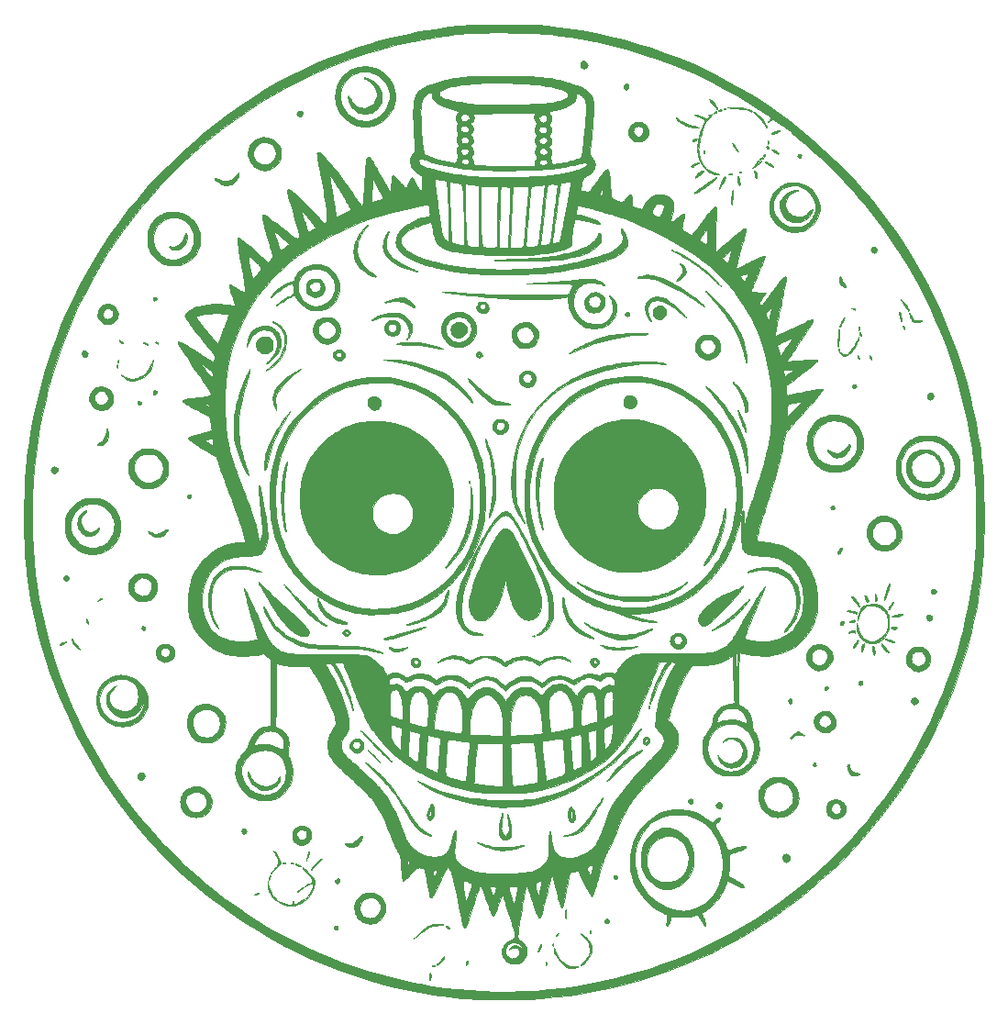
<source format=gbr>
%TF.GenerationSoftware,KiCad,Pcbnew,7.0.1*%
%TF.CreationDate,2023-09-06T22:16:56-07:00*%
%TF.ProjectId,skull_07,736b756c-6c5f-4303-972e-6b696361645f,rev?*%
%TF.SameCoordinates,Original*%
%TF.FileFunction,Soldermask,Bot*%
%TF.FilePolarity,Negative*%
%FSLAX46Y46*%
G04 Gerber Fmt 4.6, Leading zero omitted, Abs format (unit mm)*
G04 Created by KiCad (PCBNEW 7.0.1) date 2023-09-06 22:16:56*
%MOMM*%
%LPD*%
G01*
G04 APERTURE LIST*
%ADD10C,0.010000*%
G04 APERTURE END LIST*
%TO.C,G\u002A\u002A\u002A*%
D10*
X25703252Y-70448166D02*
X26418954Y-70448166D01*
X26419575Y-70739040D01*
X26421059Y-71022689D01*
X26423404Y-71292918D01*
X26426611Y-71543533D01*
X26430678Y-71768341D01*
X26435604Y-71961148D01*
X26439163Y-72063750D01*
X26502355Y-73281792D01*
X26594946Y-74473041D01*
X26717561Y-75641753D01*
X26870825Y-76792187D01*
X27055364Y-77928599D01*
X27271802Y-79055247D01*
X27520766Y-80176389D01*
X27784971Y-81228917D01*
X28160451Y-82566142D01*
X28573186Y-83883570D01*
X29023638Y-85182340D01*
X29512268Y-86463589D01*
X30039538Y-87728456D01*
X30605909Y-88978079D01*
X31211843Y-90213596D01*
X31857800Y-91436147D01*
X32095660Y-91865167D01*
X32776625Y-93035275D01*
X33493977Y-94184313D01*
X34246792Y-95311218D01*
X35034148Y-96414927D01*
X35855125Y-97494375D01*
X36708799Y-98548501D01*
X37594249Y-99576239D01*
X38510553Y-100576528D01*
X39456789Y-101548303D01*
X40432034Y-102490501D01*
X41435368Y-103402059D01*
X42465868Y-104281914D01*
X43522612Y-105129002D01*
X43742750Y-105298778D01*
X44162249Y-105615101D01*
X44605460Y-105939826D01*
X45067103Y-106269454D01*
X45541897Y-106600482D01*
X46024559Y-106929412D01*
X46509810Y-107252742D01*
X46992367Y-107566972D01*
X47466950Y-107868602D01*
X47928278Y-108154130D01*
X48371069Y-108420058D01*
X48790043Y-108662883D01*
X48974894Y-108766737D01*
X49192599Y-108885541D01*
X49443540Y-109018712D01*
X49722216Y-109163536D01*
X50023129Y-109317298D01*
X50340778Y-109477286D01*
X50669665Y-109640784D01*
X51004291Y-109805078D01*
X51339155Y-109967454D01*
X51668759Y-110125198D01*
X51987604Y-110275596D01*
X52290189Y-110415933D01*
X52571017Y-110543496D01*
X52612014Y-110561847D01*
X53843187Y-111088697D01*
X55089837Y-111576306D01*
X56352199Y-112024746D01*
X57630508Y-112434091D01*
X58925000Y-112804415D01*
X60235911Y-113135790D01*
X61563477Y-113428289D01*
X62284750Y-113569609D01*
X63395626Y-113760322D01*
X64532568Y-113921069D01*
X65691453Y-114051557D01*
X66868158Y-114151498D01*
X68058561Y-114220600D01*
X69258536Y-114258573D01*
X70463962Y-114265127D01*
X71670716Y-114239971D01*
X71756834Y-114236954D01*
X72958719Y-114174750D01*
X74173630Y-114074524D01*
X75397428Y-113936956D01*
X76625976Y-113762720D01*
X77855138Y-113552495D01*
X79080774Y-113306957D01*
X80298748Y-113026784D01*
X81504922Y-112712653D01*
X82096750Y-112544682D01*
X83395051Y-112144006D01*
X84677972Y-111704086D01*
X85944695Y-111225387D01*
X87194404Y-110708370D01*
X88426282Y-110153501D01*
X89639511Y-109561242D01*
X90833276Y-108932057D01*
X92006759Y-108266410D01*
X93159142Y-107564764D01*
X94289611Y-106827581D01*
X95397346Y-106055327D01*
X96481533Y-105248464D01*
X97541353Y-104407456D01*
X98575989Y-103532766D01*
X99584626Y-102624858D01*
X99591000Y-102618937D01*
X100010072Y-102222813D01*
X100444594Y-101799280D01*
X100886809Y-101356335D01*
X101328959Y-100901976D01*
X101763287Y-100444199D01*
X102182036Y-99991001D01*
X102577447Y-99550379D01*
X102672000Y-99442834D01*
X103535012Y-98425056D01*
X104368322Y-97377931D01*
X105171100Y-96303047D01*
X105942515Y-95201994D01*
X106681737Y-94076360D01*
X107387933Y-92927735D01*
X108060274Y-91757707D01*
X108697929Y-90567866D01*
X109300065Y-89359801D01*
X109865853Y-88135100D01*
X110394461Y-86895353D01*
X110885059Y-85642149D01*
X111336815Y-84377076D01*
X111748899Y-83101725D01*
X112120479Y-81817683D01*
X112351541Y-80932584D01*
X112589951Y-79930005D01*
X112801675Y-78938209D01*
X112987251Y-77952415D01*
X113147212Y-76967845D01*
X113282094Y-75979719D01*
X113392433Y-74983260D01*
X113478762Y-73973687D01*
X113541619Y-72946223D01*
X113581537Y-71896088D01*
X113599053Y-70818503D01*
X113596091Y-69820084D01*
X113585062Y-69143723D01*
X113567763Y-68502797D01*
X113543727Y-67890805D01*
X113512488Y-67301246D01*
X113473579Y-66727622D01*
X113426532Y-66163431D01*
X113370882Y-65602175D01*
X113306160Y-65037353D01*
X113231902Y-64462465D01*
X113189450Y-64158000D01*
X112970785Y-62773510D01*
X112711992Y-61401948D01*
X112413330Y-60043879D01*
X112075057Y-58699868D01*
X111697434Y-57370482D01*
X111280719Y-56056285D01*
X110825171Y-54757844D01*
X110331048Y-53475724D01*
X109798611Y-52210490D01*
X109228118Y-50962709D01*
X108619828Y-49732944D01*
X107974000Y-48521763D01*
X107290893Y-47329731D01*
X106570766Y-46157413D01*
X105813879Y-45005375D01*
X105020489Y-43874182D01*
X104190856Y-42764400D01*
X103325240Y-41676594D01*
X102423898Y-40611331D01*
X102385840Y-40567750D01*
X101821384Y-39937795D01*
X101220840Y-39297321D01*
X100588007Y-38650000D01*
X99926682Y-37999506D01*
X99240660Y-37349510D01*
X98533739Y-36703686D01*
X97809716Y-36065707D01*
X97159103Y-35511730D01*
X96911985Y-35306385D01*
X96666317Y-35105440D01*
X96424889Y-34911010D01*
X96190492Y-34725208D01*
X95965916Y-34550150D01*
X95753952Y-34387949D01*
X95557391Y-34240719D01*
X95379022Y-34110575D01*
X95221637Y-33999630D01*
X95088026Y-33909999D01*
X94980979Y-33843796D01*
X94904574Y-33803700D01*
X94843637Y-33779180D01*
X94803209Y-33772813D01*
X94766179Y-33783347D01*
X94748049Y-33792237D01*
X94694796Y-33826426D01*
X94657625Y-33860136D01*
X94615714Y-33899092D01*
X94554903Y-33942480D01*
X94488843Y-33981973D01*
X94431188Y-34009241D01*
X94401023Y-34016667D01*
X94369010Y-34003497D01*
X94362834Y-33987813D01*
X94378324Y-33958527D01*
X94420140Y-33910040D01*
X94481297Y-33849282D01*
X94554811Y-33783179D01*
X94633699Y-33718658D01*
X94635890Y-33716963D01*
X94707863Y-33661363D01*
X94487723Y-33498090D01*
X94412441Y-33443700D01*
X94308607Y-33370771D01*
X94183060Y-33283996D01*
X94042638Y-33188068D01*
X93894181Y-33087679D01*
X93744525Y-32987521D01*
X93717250Y-32969390D01*
X92565697Y-32229572D01*
X91398577Y-31529083D01*
X90215815Y-30867894D01*
X89017338Y-30245978D01*
X87803071Y-29663307D01*
X86572941Y-29119855D01*
X85326873Y-28615592D01*
X84064793Y-28150493D01*
X82786628Y-27724528D01*
X81492302Y-27337671D01*
X80181744Y-26989894D01*
X78854877Y-26681170D01*
X77511629Y-26411470D01*
X76151925Y-26180768D01*
X75080000Y-26027890D01*
X74830380Y-25995881D01*
X74593608Y-25967104D01*
X74365707Y-25941319D01*
X74142700Y-25918289D01*
X73920612Y-25897777D01*
X73695466Y-25879545D01*
X73463284Y-25863355D01*
X73220091Y-25848970D01*
X72961910Y-25836151D01*
X72684764Y-25824661D01*
X72384677Y-25814263D01*
X72057673Y-25804719D01*
X71699774Y-25795790D01*
X71307005Y-25787239D01*
X70930869Y-25779867D01*
X70569016Y-25773546D01*
X70240315Y-25768929D01*
X69935620Y-25766016D01*
X69645785Y-25764806D01*
X69361663Y-25765299D01*
X69074107Y-25767495D01*
X68773971Y-25771391D01*
X68452110Y-25776988D01*
X68316786Y-25779671D01*
X67967967Y-25787029D01*
X67656864Y-25794208D01*
X67378864Y-25801481D01*
X67129353Y-25809123D01*
X66903717Y-25817408D01*
X66697341Y-25826608D01*
X66505611Y-25836999D01*
X66323913Y-25848854D01*
X66147634Y-25862447D01*
X65972158Y-25878051D01*
X65792873Y-25895942D01*
X65605163Y-25916391D01*
X65404415Y-25939674D01*
X65195167Y-25964943D01*
X63841627Y-26151692D01*
X62500296Y-26378899D01*
X61171693Y-26646334D01*
X59856338Y-26953766D01*
X58554751Y-27300967D01*
X57267450Y-27687706D01*
X55994956Y-28113753D01*
X54737788Y-28578879D01*
X53496466Y-29082853D01*
X52271509Y-29625445D01*
X51063438Y-30206427D01*
X49872770Y-30825567D01*
X48700027Y-31482636D01*
X47545728Y-32177404D01*
X46410391Y-32909642D01*
X45294538Y-33679119D01*
X44198687Y-34485605D01*
X43123358Y-35328871D01*
X42097990Y-36183823D01*
X41304280Y-36882443D01*
X40513075Y-37611829D01*
X39731952Y-38364494D01*
X38968487Y-39132952D01*
X38230256Y-39909715D01*
X37524834Y-40687298D01*
X37415622Y-40811167D01*
X36527218Y-41854656D01*
X35674351Y-42921044D01*
X34857242Y-44009885D01*
X34076115Y-45120732D01*
X33331193Y-46253139D01*
X32622697Y-47406659D01*
X31950851Y-48580845D01*
X31315876Y-49775251D01*
X30717997Y-50989430D01*
X30157434Y-52222936D01*
X29634412Y-53475321D01*
X29149151Y-54746140D01*
X28701876Y-56034946D01*
X28292808Y-57341291D01*
X27922170Y-58664731D01*
X27590185Y-60004816D01*
X27383407Y-60940667D01*
X27143193Y-62170141D01*
X26937100Y-63410891D01*
X26764744Y-64666084D01*
X26625741Y-65938889D01*
X26519706Y-67232474D01*
X26446256Y-68550005D01*
X26438811Y-68730000D01*
X26433376Y-68898029D01*
X26428809Y-69102189D01*
X26425108Y-69336286D01*
X26422272Y-69594126D01*
X26420302Y-69869515D01*
X26419196Y-70156260D01*
X26418954Y-70448166D01*
X25703252Y-70448166D01*
X25703191Y-70416315D01*
X25706850Y-69787581D01*
X25715344Y-69161285D01*
X25728655Y-68543781D01*
X25746764Y-67941423D01*
X25769653Y-67360565D01*
X25797303Y-66807561D01*
X25804815Y-66676834D01*
X25825608Y-66345068D01*
X25847715Y-66036521D01*
X25872064Y-65742152D01*
X25899580Y-65452917D01*
X25931193Y-65159774D01*
X25967830Y-64853682D01*
X26010418Y-64525597D01*
X26059886Y-64166479D01*
X26068832Y-64103203D01*
X26287703Y-62701666D01*
X26544492Y-61315518D01*
X26838948Y-59945745D01*
X27170823Y-58593338D01*
X27539866Y-57259283D01*
X27945828Y-55944568D01*
X28388459Y-54650183D01*
X28605280Y-54059289D01*
X29109706Y-52773483D01*
X29650699Y-51508982D01*
X30228162Y-50265932D01*
X30841996Y-49044477D01*
X31492103Y-47844764D01*
X32178385Y-46666937D01*
X32900744Y-45511141D01*
X33659081Y-44377523D01*
X34453299Y-43266227D01*
X35283299Y-42177398D01*
X36148982Y-41111182D01*
X37050252Y-40067725D01*
X37987010Y-39047171D01*
X38959157Y-38049666D01*
X39966595Y-37075355D01*
X40269886Y-36792966D01*
X41318628Y-35852292D01*
X42385280Y-34949925D01*
X43469807Y-34085883D01*
X44572178Y-33260185D01*
X45692357Y-32472851D01*
X46830311Y-31723899D01*
X47986007Y-31013350D01*
X49159410Y-30341221D01*
X50350486Y-29707533D01*
X51559203Y-29112303D01*
X52785527Y-28555552D01*
X54029423Y-28037299D01*
X55290857Y-27557562D01*
X56569798Y-27116361D01*
X57866209Y-26713715D01*
X58220750Y-26611181D01*
X59539683Y-26257684D01*
X60871863Y-25944387D01*
X62217227Y-25671302D01*
X63575712Y-25438441D01*
X64947258Y-25245818D01*
X64951750Y-25245256D01*
X65237937Y-25210377D01*
X65512509Y-25178974D01*
X65779119Y-25150881D01*
X66041420Y-25125929D01*
X66303063Y-25103951D01*
X66567701Y-25084779D01*
X66838986Y-25068245D01*
X67120571Y-25054182D01*
X67416107Y-25042422D01*
X67729247Y-25032796D01*
X68063643Y-25025138D01*
X68422948Y-25019280D01*
X68810814Y-25015053D01*
X69230893Y-25012290D01*
X69686837Y-25010823D01*
X70063500Y-25010472D01*
X70484602Y-25010704D01*
X70867211Y-25011606D01*
X71215165Y-25013338D01*
X71532303Y-25016061D01*
X71822462Y-25019934D01*
X72089480Y-25025119D01*
X72337194Y-25031775D01*
X72569443Y-25040062D01*
X72790064Y-25050141D01*
X73002895Y-25062171D01*
X73211774Y-25076314D01*
X73420540Y-25092728D01*
X73633028Y-25111575D01*
X73853078Y-25133015D01*
X74084528Y-25157207D01*
X74331214Y-25184313D01*
X74392084Y-25191153D01*
X75767744Y-25365785D01*
X77123005Y-25577245D01*
X78458983Y-25825902D01*
X79776795Y-26112127D01*
X81077556Y-26436288D01*
X82362382Y-26798757D01*
X83632391Y-27199902D01*
X84888697Y-27640093D01*
X86132418Y-28119700D01*
X87364669Y-28639093D01*
X88586567Y-29198641D01*
X89799228Y-29798715D01*
X91003768Y-30439683D01*
X92076834Y-31048901D01*
X92992496Y-31600716D01*
X93906902Y-32184150D01*
X94808661Y-32791616D01*
X95686383Y-33415525D01*
X96185087Y-33785806D01*
X97243103Y-34610060D01*
X98282378Y-35470930D01*
X99300373Y-36365925D01*
X100294550Y-37292550D01*
X101262371Y-38248315D01*
X102201298Y-39230724D01*
X103108794Y-40237287D01*
X103982319Y-41265510D01*
X104663528Y-42112917D01*
X105479342Y-43187865D01*
X106263460Y-44290104D01*
X107015216Y-45418129D01*
X107733942Y-46570434D01*
X108418972Y-47745512D01*
X109069640Y-48941859D01*
X109685280Y-50157968D01*
X110265224Y-51392334D01*
X110808806Y-52643451D01*
X111315361Y-53909813D01*
X111784221Y-55189915D01*
X112214719Y-56482251D01*
X112606190Y-57785315D01*
X112957967Y-59097601D01*
X113269384Y-60417603D01*
X113539773Y-61743816D01*
X113667135Y-62454084D01*
X113774709Y-63100068D01*
X113870381Y-63708876D01*
X113954578Y-64283831D01*
X114027724Y-64828257D01*
X114090246Y-65345475D01*
X114142570Y-65838808D01*
X114185122Y-66311580D01*
X114216600Y-66740334D01*
X114231749Y-67005143D01*
X114245378Y-67307819D01*
X114257476Y-67643920D01*
X114268029Y-68009008D01*
X114277022Y-68398641D01*
X114284442Y-68808380D01*
X114290277Y-69233784D01*
X114294512Y-69670412D01*
X114297135Y-70113826D01*
X114298131Y-70559584D01*
X114297487Y-71003246D01*
X114295190Y-71440372D01*
X114291226Y-71866522D01*
X114285581Y-72277255D01*
X114278243Y-72668132D01*
X114269198Y-73034712D01*
X114258432Y-73372554D01*
X114245933Y-73677219D01*
X114238112Y-73832752D01*
X114180619Y-74669267D01*
X114097696Y-75534285D01*
X113990101Y-76423049D01*
X113858594Y-77330802D01*
X113703935Y-78252789D01*
X113526883Y-79184253D01*
X113328198Y-80120437D01*
X113108640Y-81056585D01*
X113041761Y-81325047D01*
X112697647Y-82602732D01*
X112311554Y-83875599D01*
X111883595Y-85143345D01*
X111413882Y-86405669D01*
X110902530Y-87662270D01*
X110349651Y-88912846D01*
X109755357Y-90157094D01*
X109684827Y-90298834D01*
X109059666Y-91508034D01*
X108408258Y-92685345D01*
X107729013Y-93833286D01*
X107020343Y-94954377D01*
X106280659Y-96051138D01*
X105508370Y-97126091D01*
X104765550Y-98100701D01*
X103912470Y-99155226D01*
X103027833Y-100182068D01*
X102112573Y-101180529D01*
X101167624Y-102149906D01*
X100193921Y-103089500D01*
X99192397Y-103998610D01*
X98163988Y-104876536D01*
X97109626Y-105722576D01*
X96030247Y-106536030D01*
X94926785Y-107316199D01*
X93800173Y-108062380D01*
X92651347Y-108773875D01*
X91481240Y-109449981D01*
X90290787Y-110089999D01*
X89080921Y-110693228D01*
X87852578Y-111258968D01*
X86606691Y-111786518D01*
X86407016Y-111866843D01*
X85152310Y-112345624D01*
X83882936Y-112785791D01*
X82600608Y-113186971D01*
X81307039Y-113548788D01*
X80003941Y-113870869D01*
X78693029Y-114152842D01*
X77376015Y-114394330D01*
X76054612Y-114594962D01*
X74730535Y-114754363D01*
X73405495Y-114872159D01*
X72338917Y-114936523D01*
X72024642Y-114950025D01*
X71684895Y-114962001D01*
X71325270Y-114972400D01*
X70951361Y-114981171D01*
X70568763Y-114988262D01*
X70183068Y-114993624D01*
X69799873Y-114997206D01*
X69424769Y-114998956D01*
X69063352Y-114998823D01*
X68721215Y-114996757D01*
X68403953Y-114992707D01*
X68117159Y-114986623D01*
X67866428Y-114978452D01*
X67841000Y-114977412D01*
X67298660Y-114949412D01*
X66724763Y-114909818D01*
X66128216Y-114859482D01*
X65517928Y-114799254D01*
X64902803Y-114729982D01*
X64291751Y-114652519D01*
X63967500Y-114607708D01*
X62611587Y-114393478D01*
X61266790Y-114138547D01*
X59933702Y-113843117D01*
X58612912Y-113507388D01*
X57305010Y-113131564D01*
X56010588Y-112715846D01*
X54730236Y-112260435D01*
X53464543Y-111765532D01*
X52214102Y-111231341D01*
X50979501Y-110658062D01*
X49761332Y-110045896D01*
X48560185Y-109395047D01*
X48336994Y-109268769D01*
X47156557Y-108572155D01*
X46000149Y-107840988D01*
X44868453Y-107075993D01*
X43762154Y-106277895D01*
X42681936Y-105447416D01*
X41628484Y-104585281D01*
X40602481Y-103692215D01*
X39604613Y-102768942D01*
X38635564Y-101816185D01*
X37696017Y-100834670D01*
X36786658Y-99825119D01*
X35908171Y-98788258D01*
X35061240Y-97724810D01*
X34246549Y-96635499D01*
X33464783Y-95521051D01*
X32716627Y-94382188D01*
X32002764Y-93219636D01*
X31323879Y-92034117D01*
X30680656Y-90826358D01*
X30419700Y-90309417D01*
X29877417Y-89187117D01*
X29372567Y-88078277D01*
X28903969Y-86979012D01*
X28470441Y-85885434D01*
X28070801Y-84793657D01*
X27703867Y-83699794D01*
X27368457Y-82599959D01*
X27063390Y-81490264D01*
X26787482Y-80366824D01*
X26539553Y-79225751D01*
X26318420Y-78063159D01*
X26122901Y-76875161D01*
X25951815Y-75657871D01*
X25942836Y-75588000D01*
X25896443Y-75207157D01*
X25858226Y-74851190D01*
X25826662Y-74503768D01*
X25800227Y-74148561D01*
X25783816Y-73884084D01*
X25758074Y-73374159D01*
X25737279Y-72828548D01*
X25721411Y-72253604D01*
X25710453Y-71655681D01*
X25704386Y-71041133D01*
X25703252Y-70448166D01*
G36*
X25703252Y-70448166D02*
G01*
X26418954Y-70448166D01*
X26419575Y-70739040D01*
X26421059Y-71022689D01*
X26423404Y-71292918D01*
X26426611Y-71543533D01*
X26430678Y-71768341D01*
X26435604Y-71961148D01*
X26439163Y-72063750D01*
X26502355Y-73281792D01*
X26594946Y-74473041D01*
X26717561Y-75641753D01*
X26870825Y-76792187D01*
X27055364Y-77928599D01*
X27271802Y-79055247D01*
X27520766Y-80176389D01*
X27784971Y-81228917D01*
X28160451Y-82566142D01*
X28573186Y-83883570D01*
X29023638Y-85182340D01*
X29512268Y-86463589D01*
X30039538Y-87728456D01*
X30605909Y-88978079D01*
X31211843Y-90213596D01*
X31857800Y-91436147D01*
X32095660Y-91865167D01*
X32776625Y-93035275D01*
X33493977Y-94184313D01*
X34246792Y-95311218D01*
X35034148Y-96414927D01*
X35855125Y-97494375D01*
X36708799Y-98548501D01*
X37594249Y-99576239D01*
X38510553Y-100576528D01*
X39456789Y-101548303D01*
X40432034Y-102490501D01*
X41435368Y-103402059D01*
X42465868Y-104281914D01*
X43522612Y-105129002D01*
X43742750Y-105298778D01*
X44162249Y-105615101D01*
X44605460Y-105939826D01*
X45067103Y-106269454D01*
X45541897Y-106600482D01*
X46024559Y-106929412D01*
X46509810Y-107252742D01*
X46992367Y-107566972D01*
X47466950Y-107868602D01*
X47928278Y-108154130D01*
X48371069Y-108420058D01*
X48790043Y-108662883D01*
X48974894Y-108766737D01*
X49192599Y-108885541D01*
X49443540Y-109018712D01*
X49722216Y-109163536D01*
X50023129Y-109317298D01*
X50340778Y-109477286D01*
X50669665Y-109640784D01*
X51004291Y-109805078D01*
X51339155Y-109967454D01*
X51668759Y-110125198D01*
X51987604Y-110275596D01*
X52290189Y-110415933D01*
X52571017Y-110543496D01*
X52612014Y-110561847D01*
X53843187Y-111088697D01*
X55089837Y-111576306D01*
X56352199Y-112024746D01*
X57630508Y-112434091D01*
X58925000Y-112804415D01*
X60235911Y-113135790D01*
X61563477Y-113428289D01*
X62284750Y-113569609D01*
X63395626Y-113760322D01*
X64532568Y-113921069D01*
X65691453Y-114051557D01*
X66868158Y-114151498D01*
X68058561Y-114220600D01*
X69258536Y-114258573D01*
X70463962Y-114265127D01*
X71670716Y-114239971D01*
X71756834Y-114236954D01*
X72958719Y-114174750D01*
X74173630Y-114074524D01*
X75397428Y-113936956D01*
X76625976Y-113762720D01*
X77855138Y-113552495D01*
X79080774Y-113306957D01*
X80298748Y-113026784D01*
X81504922Y-112712653D01*
X82096750Y-112544682D01*
X83395051Y-112144006D01*
X84677972Y-111704086D01*
X85944695Y-111225387D01*
X87194404Y-110708370D01*
X88426282Y-110153501D01*
X89639511Y-109561242D01*
X90833276Y-108932057D01*
X92006759Y-108266410D01*
X93159142Y-107564764D01*
X94289611Y-106827581D01*
X95397346Y-106055327D01*
X96481533Y-105248464D01*
X97541353Y-104407456D01*
X98575989Y-103532766D01*
X99584626Y-102624858D01*
X99591000Y-102618937D01*
X100010072Y-102222813D01*
X100444594Y-101799280D01*
X100886809Y-101356335D01*
X101328959Y-100901976D01*
X101763287Y-100444199D01*
X102182036Y-99991001D01*
X102577447Y-99550379D01*
X102672000Y-99442834D01*
X103535012Y-98425056D01*
X104368322Y-97377931D01*
X105171100Y-96303047D01*
X105942515Y-95201994D01*
X106681737Y-94076360D01*
X107387933Y-92927735D01*
X108060274Y-91757707D01*
X108697929Y-90567866D01*
X109300065Y-89359801D01*
X109865853Y-88135100D01*
X110394461Y-86895353D01*
X110885059Y-85642149D01*
X111336815Y-84377076D01*
X111748899Y-83101725D01*
X112120479Y-81817683D01*
X112351541Y-80932584D01*
X112589951Y-79930005D01*
X112801675Y-78938209D01*
X112987251Y-77952415D01*
X113147212Y-76967845D01*
X113282094Y-75979719D01*
X113392433Y-74983260D01*
X113478762Y-73973687D01*
X113541619Y-72946223D01*
X113581537Y-71896088D01*
X113599053Y-70818503D01*
X113596091Y-69820084D01*
X113585062Y-69143723D01*
X113567763Y-68502797D01*
X113543727Y-67890805D01*
X113512488Y-67301246D01*
X113473579Y-66727622D01*
X113426532Y-66163431D01*
X113370882Y-65602175D01*
X113306160Y-65037353D01*
X113231902Y-64462465D01*
X113189450Y-64158000D01*
X112970785Y-62773510D01*
X112711992Y-61401948D01*
X112413330Y-60043879D01*
X112075057Y-58699868D01*
X111697434Y-57370482D01*
X111280719Y-56056285D01*
X110825171Y-54757844D01*
X110331048Y-53475724D01*
X109798611Y-52210490D01*
X109228118Y-50962709D01*
X108619828Y-49732944D01*
X107974000Y-48521763D01*
X107290893Y-47329731D01*
X106570766Y-46157413D01*
X105813879Y-45005375D01*
X105020489Y-43874182D01*
X104190856Y-42764400D01*
X103325240Y-41676594D01*
X102423898Y-40611331D01*
X102385840Y-40567750D01*
X101821384Y-39937795D01*
X101220840Y-39297321D01*
X100588007Y-38650000D01*
X99926682Y-37999506D01*
X99240660Y-37349510D01*
X98533739Y-36703686D01*
X97809716Y-36065707D01*
X97159103Y-35511730D01*
X96911985Y-35306385D01*
X96666317Y-35105440D01*
X96424889Y-34911010D01*
X96190492Y-34725208D01*
X95965916Y-34550150D01*
X95753952Y-34387949D01*
X95557391Y-34240719D01*
X95379022Y-34110575D01*
X95221637Y-33999630D01*
X95088026Y-33909999D01*
X94980979Y-33843796D01*
X94904574Y-33803700D01*
X94843637Y-33779180D01*
X94803209Y-33772813D01*
X94766179Y-33783347D01*
X94748049Y-33792237D01*
X94694796Y-33826426D01*
X94657625Y-33860136D01*
X94615714Y-33899092D01*
X94554903Y-33942480D01*
X94488843Y-33981973D01*
X94431188Y-34009241D01*
X94401023Y-34016667D01*
X94369010Y-34003497D01*
X94362834Y-33987813D01*
X94378324Y-33958527D01*
X94420140Y-33910040D01*
X94481297Y-33849282D01*
X94554811Y-33783179D01*
X94633699Y-33718658D01*
X94635890Y-33716963D01*
X94707863Y-33661363D01*
X94487723Y-33498090D01*
X94412441Y-33443700D01*
X94308607Y-33370771D01*
X94183060Y-33283996D01*
X94042638Y-33188068D01*
X93894181Y-33087679D01*
X93744525Y-32987521D01*
X93717250Y-32969390D01*
X92565697Y-32229572D01*
X91398577Y-31529083D01*
X90215815Y-30867894D01*
X89017338Y-30245978D01*
X87803071Y-29663307D01*
X86572941Y-29119855D01*
X85326873Y-28615592D01*
X84064793Y-28150493D01*
X82786628Y-27724528D01*
X81492302Y-27337671D01*
X80181744Y-26989894D01*
X78854877Y-26681170D01*
X77511629Y-26411470D01*
X76151925Y-26180768D01*
X75080000Y-26027890D01*
X74830380Y-25995881D01*
X74593608Y-25967104D01*
X74365707Y-25941319D01*
X74142700Y-25918289D01*
X73920612Y-25897777D01*
X73695466Y-25879545D01*
X73463284Y-25863355D01*
X73220091Y-25848970D01*
X72961910Y-25836151D01*
X72684764Y-25824661D01*
X72384677Y-25814263D01*
X72057673Y-25804719D01*
X71699774Y-25795790D01*
X71307005Y-25787239D01*
X70930869Y-25779867D01*
X70569016Y-25773546D01*
X70240315Y-25768929D01*
X69935620Y-25766016D01*
X69645785Y-25764806D01*
X69361663Y-25765299D01*
X69074107Y-25767495D01*
X68773971Y-25771391D01*
X68452110Y-25776988D01*
X68316786Y-25779671D01*
X67967967Y-25787029D01*
X67656864Y-25794208D01*
X67378864Y-25801481D01*
X67129353Y-25809123D01*
X66903717Y-25817408D01*
X66697341Y-25826608D01*
X66505611Y-25836999D01*
X66323913Y-25848854D01*
X66147634Y-25862447D01*
X65972158Y-25878051D01*
X65792873Y-25895942D01*
X65605163Y-25916391D01*
X65404415Y-25939674D01*
X65195167Y-25964943D01*
X63841627Y-26151692D01*
X62500296Y-26378899D01*
X61171693Y-26646334D01*
X59856338Y-26953766D01*
X58554751Y-27300967D01*
X57267450Y-27687706D01*
X55994956Y-28113753D01*
X54737788Y-28578879D01*
X53496466Y-29082853D01*
X52271509Y-29625445D01*
X51063438Y-30206427D01*
X49872770Y-30825567D01*
X48700027Y-31482636D01*
X47545728Y-32177404D01*
X46410391Y-32909642D01*
X45294538Y-33679119D01*
X44198687Y-34485605D01*
X43123358Y-35328871D01*
X42097990Y-36183823D01*
X41304280Y-36882443D01*
X40513075Y-37611829D01*
X39731952Y-38364494D01*
X38968487Y-39132952D01*
X38230256Y-39909715D01*
X37524834Y-40687298D01*
X37415622Y-40811167D01*
X36527218Y-41854656D01*
X35674351Y-42921044D01*
X34857242Y-44009885D01*
X34076115Y-45120732D01*
X33331193Y-46253139D01*
X32622697Y-47406659D01*
X31950851Y-48580845D01*
X31315876Y-49775251D01*
X30717997Y-50989430D01*
X30157434Y-52222936D01*
X29634412Y-53475321D01*
X29149151Y-54746140D01*
X28701876Y-56034946D01*
X28292808Y-57341291D01*
X27922170Y-58664731D01*
X27590185Y-60004816D01*
X27383407Y-60940667D01*
X27143193Y-62170141D01*
X26937100Y-63410891D01*
X26764744Y-64666084D01*
X26625741Y-65938889D01*
X26519706Y-67232474D01*
X26446256Y-68550005D01*
X26438811Y-68730000D01*
X26433376Y-68898029D01*
X26428809Y-69102189D01*
X26425108Y-69336286D01*
X26422272Y-69594126D01*
X26420302Y-69869515D01*
X26419196Y-70156260D01*
X26418954Y-70448166D01*
X25703252Y-70448166D01*
X25703191Y-70416315D01*
X25706850Y-69787581D01*
X25715344Y-69161285D01*
X25728655Y-68543781D01*
X25746764Y-67941423D01*
X25769653Y-67360565D01*
X25797303Y-66807561D01*
X25804815Y-66676834D01*
X25825608Y-66345068D01*
X25847715Y-66036521D01*
X25872064Y-65742152D01*
X25899580Y-65452917D01*
X25931193Y-65159774D01*
X25967830Y-64853682D01*
X26010418Y-64525597D01*
X26059886Y-64166479D01*
X26068832Y-64103203D01*
X26287703Y-62701666D01*
X26544492Y-61315518D01*
X26838948Y-59945745D01*
X27170823Y-58593338D01*
X27539866Y-57259283D01*
X27945828Y-55944568D01*
X28388459Y-54650183D01*
X28605280Y-54059289D01*
X29109706Y-52773483D01*
X29650699Y-51508982D01*
X30228162Y-50265932D01*
X30841996Y-49044477D01*
X31492103Y-47844764D01*
X32178385Y-46666937D01*
X32900744Y-45511141D01*
X33659081Y-44377523D01*
X34453299Y-43266227D01*
X35283299Y-42177398D01*
X36148982Y-41111182D01*
X37050252Y-40067725D01*
X37987010Y-39047171D01*
X38959157Y-38049666D01*
X39966595Y-37075355D01*
X40269886Y-36792966D01*
X41318628Y-35852292D01*
X42385280Y-34949925D01*
X43469807Y-34085883D01*
X44572178Y-33260185D01*
X45692357Y-32472851D01*
X46830311Y-31723899D01*
X47986007Y-31013350D01*
X49159410Y-30341221D01*
X50350486Y-29707533D01*
X51559203Y-29112303D01*
X52785527Y-28555552D01*
X54029423Y-28037299D01*
X55290857Y-27557562D01*
X56569798Y-27116361D01*
X57866209Y-26713715D01*
X58220750Y-26611181D01*
X59539683Y-26257684D01*
X60871863Y-25944387D01*
X62217227Y-25671302D01*
X63575712Y-25438441D01*
X64947258Y-25245818D01*
X64951750Y-25245256D01*
X65237937Y-25210377D01*
X65512509Y-25178974D01*
X65779119Y-25150881D01*
X66041420Y-25125929D01*
X66303063Y-25103951D01*
X66567701Y-25084779D01*
X66838986Y-25068245D01*
X67120571Y-25054182D01*
X67416107Y-25042422D01*
X67729247Y-25032796D01*
X68063643Y-25025138D01*
X68422948Y-25019280D01*
X68810814Y-25015053D01*
X69230893Y-25012290D01*
X69686837Y-25010823D01*
X70063500Y-25010472D01*
X70484602Y-25010704D01*
X70867211Y-25011606D01*
X71215165Y-25013338D01*
X71532303Y-25016061D01*
X71822462Y-25019934D01*
X72089480Y-25025119D01*
X72337194Y-25031775D01*
X72569443Y-25040062D01*
X72790064Y-25050141D01*
X73002895Y-25062171D01*
X73211774Y-25076314D01*
X73420540Y-25092728D01*
X73633028Y-25111575D01*
X73853078Y-25133015D01*
X74084528Y-25157207D01*
X74331214Y-25184313D01*
X74392084Y-25191153D01*
X75767744Y-25365785D01*
X77123005Y-25577245D01*
X78458983Y-25825902D01*
X79776795Y-26112127D01*
X81077556Y-26436288D01*
X82362382Y-26798757D01*
X83632391Y-27199902D01*
X84888697Y-27640093D01*
X86132418Y-28119700D01*
X87364669Y-28639093D01*
X88586567Y-29198641D01*
X89799228Y-29798715D01*
X91003768Y-30439683D01*
X92076834Y-31048901D01*
X92992496Y-31600716D01*
X93906902Y-32184150D01*
X94808661Y-32791616D01*
X95686383Y-33415525D01*
X96185087Y-33785806D01*
X97243103Y-34610060D01*
X98282378Y-35470930D01*
X99300373Y-36365925D01*
X100294550Y-37292550D01*
X101262371Y-38248315D01*
X102201298Y-39230724D01*
X103108794Y-40237287D01*
X103982319Y-41265510D01*
X104663528Y-42112917D01*
X105479342Y-43187865D01*
X106263460Y-44290104D01*
X107015216Y-45418129D01*
X107733942Y-46570434D01*
X108418972Y-47745512D01*
X109069640Y-48941859D01*
X109685280Y-50157968D01*
X110265224Y-51392334D01*
X110808806Y-52643451D01*
X111315361Y-53909813D01*
X111784221Y-55189915D01*
X112214719Y-56482251D01*
X112606190Y-57785315D01*
X112957967Y-59097601D01*
X113269384Y-60417603D01*
X113539773Y-61743816D01*
X113667135Y-62454084D01*
X113774709Y-63100068D01*
X113870381Y-63708876D01*
X113954578Y-64283831D01*
X114027724Y-64828257D01*
X114090246Y-65345475D01*
X114142570Y-65838808D01*
X114185122Y-66311580D01*
X114216600Y-66740334D01*
X114231749Y-67005143D01*
X114245378Y-67307819D01*
X114257476Y-67643920D01*
X114268029Y-68009008D01*
X114277022Y-68398641D01*
X114284442Y-68808380D01*
X114290277Y-69233784D01*
X114294512Y-69670412D01*
X114297135Y-70113826D01*
X114298131Y-70559584D01*
X114297487Y-71003246D01*
X114295190Y-71440372D01*
X114291226Y-71866522D01*
X114285581Y-72277255D01*
X114278243Y-72668132D01*
X114269198Y-73034712D01*
X114258432Y-73372554D01*
X114245933Y-73677219D01*
X114238112Y-73832752D01*
X114180619Y-74669267D01*
X114097696Y-75534285D01*
X113990101Y-76423049D01*
X113858594Y-77330802D01*
X113703935Y-78252789D01*
X113526883Y-79184253D01*
X113328198Y-80120437D01*
X113108640Y-81056585D01*
X113041761Y-81325047D01*
X112697647Y-82602732D01*
X112311554Y-83875599D01*
X111883595Y-85143345D01*
X111413882Y-86405669D01*
X110902530Y-87662270D01*
X110349651Y-88912846D01*
X109755357Y-90157094D01*
X109684827Y-90298834D01*
X109059666Y-91508034D01*
X108408258Y-92685345D01*
X107729013Y-93833286D01*
X107020343Y-94954377D01*
X106280659Y-96051138D01*
X105508370Y-97126091D01*
X104765550Y-98100701D01*
X103912470Y-99155226D01*
X103027833Y-100182068D01*
X102112573Y-101180529D01*
X101167624Y-102149906D01*
X100193921Y-103089500D01*
X99192397Y-103998610D01*
X98163988Y-104876536D01*
X97109626Y-105722576D01*
X96030247Y-106536030D01*
X94926785Y-107316199D01*
X93800173Y-108062380D01*
X92651347Y-108773875D01*
X91481240Y-109449981D01*
X90290787Y-110089999D01*
X89080921Y-110693228D01*
X87852578Y-111258968D01*
X86606691Y-111786518D01*
X86407016Y-111866843D01*
X85152310Y-112345624D01*
X83882936Y-112785791D01*
X82600608Y-113186971D01*
X81307039Y-113548788D01*
X80003941Y-113870869D01*
X78693029Y-114152842D01*
X77376015Y-114394330D01*
X76054612Y-114594962D01*
X74730535Y-114754363D01*
X73405495Y-114872159D01*
X72338917Y-114936523D01*
X72024642Y-114950025D01*
X71684895Y-114962001D01*
X71325270Y-114972400D01*
X70951361Y-114981171D01*
X70568763Y-114988262D01*
X70183068Y-114993624D01*
X69799873Y-114997206D01*
X69424769Y-114998956D01*
X69063352Y-114998823D01*
X68721215Y-114996757D01*
X68403953Y-114992707D01*
X68117159Y-114986623D01*
X67866428Y-114978452D01*
X67841000Y-114977412D01*
X67298660Y-114949412D01*
X66724763Y-114909818D01*
X66128216Y-114859482D01*
X65517928Y-114799254D01*
X64902803Y-114729982D01*
X64291751Y-114652519D01*
X63967500Y-114607708D01*
X62611587Y-114393478D01*
X61266790Y-114138547D01*
X59933702Y-113843117D01*
X58612912Y-113507388D01*
X57305010Y-113131564D01*
X56010588Y-112715846D01*
X54730236Y-112260435D01*
X53464543Y-111765532D01*
X52214102Y-111231341D01*
X50979501Y-110658062D01*
X49761332Y-110045896D01*
X48560185Y-109395047D01*
X48336994Y-109268769D01*
X47156557Y-108572155D01*
X46000149Y-107840988D01*
X44868453Y-107075993D01*
X43762154Y-106277895D01*
X42681936Y-105447416D01*
X41628484Y-104585281D01*
X40602481Y-103692215D01*
X39604613Y-102768942D01*
X38635564Y-101816185D01*
X37696017Y-100834670D01*
X36786658Y-99825119D01*
X35908171Y-98788258D01*
X35061240Y-97724810D01*
X34246549Y-96635499D01*
X33464783Y-95521051D01*
X32716627Y-94382188D01*
X32002764Y-93219636D01*
X31323879Y-92034117D01*
X30680656Y-90826358D01*
X30419700Y-90309417D01*
X29877417Y-89187117D01*
X29372567Y-88078277D01*
X28903969Y-86979012D01*
X28470441Y-85885434D01*
X28070801Y-84793657D01*
X27703867Y-83699794D01*
X27368457Y-82599959D01*
X27063390Y-81490264D01*
X26787482Y-80366824D01*
X26539553Y-79225751D01*
X26318420Y-78063159D01*
X26122901Y-76875161D01*
X25951815Y-75657871D01*
X25942836Y-75588000D01*
X25896443Y-75207157D01*
X25858226Y-74851190D01*
X25826662Y-74503768D01*
X25800227Y-74148561D01*
X25783816Y-73884084D01*
X25758074Y-73374159D01*
X25737279Y-72828548D01*
X25721411Y-72253604D01*
X25710453Y-71655681D01*
X25704386Y-71041133D01*
X25703252Y-70448166D01*
G37*
X63182723Y-112534626D02*
X63210022Y-112571459D01*
X63224961Y-112621959D01*
X63233953Y-112702645D01*
X63237204Y-112801818D01*
X63234919Y-112907780D01*
X63227304Y-113008833D01*
X63214563Y-113093278D01*
X63199990Y-113142959D01*
X63167387Y-113202012D01*
X63139421Y-113219035D01*
X63115945Y-113194062D01*
X63105362Y-113164125D01*
X63098905Y-113119266D01*
X63094233Y-113043720D01*
X63091882Y-112949117D01*
X63091958Y-112873084D01*
X63097513Y-112731555D01*
X63109903Y-112625579D01*
X63128591Y-112556520D01*
X63153043Y-112525747D01*
X63182723Y-112534626D01*
G36*
X63182723Y-112534626D02*
G01*
X63210022Y-112571459D01*
X63224961Y-112621959D01*
X63233953Y-112702645D01*
X63237204Y-112801818D01*
X63234919Y-112907780D01*
X63227304Y-113008833D01*
X63214563Y-113093278D01*
X63199990Y-113142959D01*
X63167387Y-113202012D01*
X63139421Y-113219035D01*
X63115945Y-113194062D01*
X63105362Y-113164125D01*
X63098905Y-113119266D01*
X63094233Y-113043720D01*
X63091882Y-112949117D01*
X63091958Y-112873084D01*
X63097513Y-112731555D01*
X63109903Y-112625579D01*
X63128591Y-112556520D01*
X63153043Y-112525747D01*
X63182723Y-112534626D01*
G37*
X74655642Y-110252684D02*
X74683527Y-110321210D01*
X74710709Y-110418155D01*
X74774373Y-110611072D01*
X74872668Y-110814759D01*
X75001392Y-111023131D01*
X75156342Y-111230103D01*
X75333317Y-111429590D01*
X75528113Y-111615505D01*
X75551547Y-111635808D01*
X75726345Y-111770459D01*
X75896278Y-111867464D01*
X76069634Y-111929413D01*
X76254703Y-111958897D01*
X76459776Y-111958506D01*
X76556275Y-111949787D01*
X76664273Y-111939101D01*
X76736938Y-111935792D01*
X76780620Y-111939848D01*
X76799930Y-111949297D01*
X76812697Y-111978867D01*
X76800629Y-111997005D01*
X76753591Y-112023065D01*
X76673024Y-112046041D01*
X76567666Y-112065212D01*
X76446255Y-112079854D01*
X76317530Y-112089245D01*
X76190227Y-112092662D01*
X76073087Y-112089381D01*
X75974846Y-112078681D01*
X75930609Y-112068972D01*
X75835791Y-112033964D01*
X75739086Y-111980188D01*
X75633430Y-111902911D01*
X75511764Y-111797397D01*
X75476234Y-111764377D01*
X75291241Y-111579596D01*
X75122188Y-111389187D01*
X74971763Y-111197406D01*
X74842655Y-111008508D01*
X74737553Y-110826747D01*
X74659146Y-110656380D01*
X74610121Y-110501660D01*
X74593167Y-110366843D01*
X74593167Y-110366766D01*
X74597942Y-110278494D01*
X74611108Y-110230565D01*
X74630922Y-110222215D01*
X74655642Y-110252684D01*
G36*
X74655642Y-110252684D02*
G01*
X74683527Y-110321210D01*
X74710709Y-110418155D01*
X74774373Y-110611072D01*
X74872668Y-110814759D01*
X75001392Y-111023131D01*
X75156342Y-111230103D01*
X75333317Y-111429590D01*
X75528113Y-111615505D01*
X75551547Y-111635808D01*
X75726345Y-111770459D01*
X75896278Y-111867464D01*
X76069634Y-111929413D01*
X76254703Y-111958897D01*
X76459776Y-111958506D01*
X76556275Y-111949787D01*
X76664273Y-111939101D01*
X76736938Y-111935792D01*
X76780620Y-111939848D01*
X76799930Y-111949297D01*
X76812697Y-111978867D01*
X76800629Y-111997005D01*
X76753591Y-112023065D01*
X76673024Y-112046041D01*
X76567666Y-112065212D01*
X76446255Y-112079854D01*
X76317530Y-112089245D01*
X76190227Y-112092662D01*
X76073087Y-112089381D01*
X75974846Y-112078681D01*
X75930609Y-112068972D01*
X75835791Y-112033964D01*
X75739086Y-111980188D01*
X75633430Y-111902911D01*
X75511764Y-111797397D01*
X75476234Y-111764377D01*
X75291241Y-111579596D01*
X75122188Y-111389187D01*
X74971763Y-111197406D01*
X74842655Y-111008508D01*
X74737553Y-110826747D01*
X74659146Y-110656380D01*
X74610121Y-110501660D01*
X74593167Y-110366843D01*
X74593167Y-110366766D01*
X74597942Y-110278494D01*
X74611108Y-110230565D01*
X74630922Y-110222215D01*
X74655642Y-110252684D01*
G37*
X63553323Y-111812501D02*
X63590052Y-111832314D01*
X63607675Y-111860393D01*
X63601309Y-111883322D01*
X63581209Y-111889123D01*
X63538721Y-111892937D01*
X63512417Y-111896956D01*
X63459142Y-111899391D01*
X63410620Y-111895140D01*
X63370616Y-111881077D01*
X63359362Y-111861165D01*
X63386804Y-111835830D01*
X63440124Y-111816786D01*
X63502924Y-111808148D01*
X63553323Y-111812501D01*
G36*
X63553323Y-111812501D02*
G01*
X63590052Y-111832314D01*
X63607675Y-111860393D01*
X63601309Y-111883322D01*
X63581209Y-111889123D01*
X63538721Y-111892937D01*
X63512417Y-111896956D01*
X63459142Y-111899391D01*
X63410620Y-111895140D01*
X63370616Y-111881077D01*
X63359362Y-111861165D01*
X63386804Y-111835830D01*
X63440124Y-111816786D01*
X63502924Y-111808148D01*
X63553323Y-111812501D01*
G37*
X73889181Y-111524194D02*
X73904567Y-111576026D01*
X73914069Y-111646847D01*
X73915834Y-111695666D01*
X73910300Y-111763595D01*
X73896245Y-111818097D01*
X73877489Y-111851526D01*
X73857850Y-111856237D01*
X73845154Y-111837155D01*
X73836108Y-111790173D01*
X73832056Y-111719872D01*
X73832712Y-111641225D01*
X73837790Y-111569208D01*
X73847002Y-111518795D01*
X73851442Y-111508551D01*
X73870582Y-111499114D01*
X73889181Y-111524194D01*
G36*
X73889181Y-111524194D02*
G01*
X73904567Y-111576026D01*
X73914069Y-111646847D01*
X73915834Y-111695666D01*
X73910300Y-111763595D01*
X73896245Y-111818097D01*
X73877489Y-111851526D01*
X73857850Y-111856237D01*
X73845154Y-111837155D01*
X73836108Y-111790173D01*
X73832056Y-111719872D01*
X73832712Y-111641225D01*
X73837790Y-111569208D01*
X73847002Y-111518795D01*
X73851442Y-111508551D01*
X73870582Y-111499114D01*
X73889181Y-111524194D01*
G37*
X77079429Y-108894540D02*
X77140129Y-108924210D01*
X77219128Y-108972685D01*
X77309706Y-109035361D01*
X77405140Y-109107637D01*
X77498711Y-109184907D01*
X77567364Y-109246901D01*
X77751117Y-109444714D01*
X77893985Y-109650941D01*
X77995763Y-109864430D01*
X78056242Y-110084028D01*
X78075215Y-110308583D01*
X78052476Y-110536944D01*
X77987818Y-110767958D01*
X77882146Y-110998444D01*
X77779448Y-111167791D01*
X77660091Y-111334330D01*
X77531068Y-111489948D01*
X77399370Y-111626533D01*
X77271987Y-111735969D01*
X77208398Y-111780327D01*
X77137744Y-111822992D01*
X77095164Y-111842602D01*
X77074532Y-111841056D01*
X77069667Y-111823309D01*
X77077789Y-111795802D01*
X77103860Y-111753788D01*
X77150435Y-111694165D01*
X77220070Y-111613829D01*
X77315322Y-111509677D01*
X77417397Y-111401094D01*
X77560855Y-111243748D01*
X77673691Y-111105659D01*
X77759656Y-110981370D01*
X77822501Y-110865427D01*
X77865977Y-110752375D01*
X77867971Y-110745834D01*
X77886941Y-110650044D01*
X77897607Y-110524085D01*
X77899983Y-110379295D01*
X77894086Y-110227011D01*
X77879929Y-110078573D01*
X77866970Y-109993217D01*
X77847723Y-109897777D01*
X77824441Y-109814979D01*
X77793280Y-109739042D01*
X77750395Y-109664184D01*
X77691943Y-109584621D01*
X77614079Y-109494572D01*
X77512960Y-109388255D01*
X77384742Y-109259887D01*
X77369387Y-109244733D01*
X77268717Y-109144034D01*
X77182262Y-109054737D01*
X77113599Y-108980757D01*
X77066307Y-108926013D01*
X77043965Y-108894420D01*
X77043749Y-108888278D01*
X77079429Y-108894540D01*
G36*
X77079429Y-108894540D02*
G01*
X77140129Y-108924210D01*
X77219128Y-108972685D01*
X77309706Y-109035361D01*
X77405140Y-109107637D01*
X77498711Y-109184907D01*
X77567364Y-109246901D01*
X77751117Y-109444714D01*
X77893985Y-109650941D01*
X77995763Y-109864430D01*
X78056242Y-110084028D01*
X78075215Y-110308583D01*
X78052476Y-110536944D01*
X77987818Y-110767958D01*
X77882146Y-110998444D01*
X77779448Y-111167791D01*
X77660091Y-111334330D01*
X77531068Y-111489948D01*
X77399370Y-111626533D01*
X77271987Y-111735969D01*
X77208398Y-111780327D01*
X77137744Y-111822992D01*
X77095164Y-111842602D01*
X77074532Y-111841056D01*
X77069667Y-111823309D01*
X77077789Y-111795802D01*
X77103860Y-111753788D01*
X77150435Y-111694165D01*
X77220070Y-111613829D01*
X77315322Y-111509677D01*
X77417397Y-111401094D01*
X77560855Y-111243748D01*
X77673691Y-111105659D01*
X77759656Y-110981370D01*
X77822501Y-110865427D01*
X77865977Y-110752375D01*
X77867971Y-110745834D01*
X77886941Y-110650044D01*
X77897607Y-110524085D01*
X77899983Y-110379295D01*
X77894086Y-110227011D01*
X77879929Y-110078573D01*
X77866970Y-109993217D01*
X77847723Y-109897777D01*
X77824441Y-109814979D01*
X77793280Y-109739042D01*
X77750395Y-109664184D01*
X77691943Y-109584621D01*
X77614079Y-109494572D01*
X77512960Y-109388255D01*
X77384742Y-109259887D01*
X77369387Y-109244733D01*
X77268717Y-109144034D01*
X77182262Y-109054737D01*
X77113599Y-108980757D01*
X77066307Y-108926013D01*
X77043965Y-108894420D01*
X77043749Y-108888278D01*
X77079429Y-108894540D01*
G37*
X64486339Y-111021414D02*
X64490705Y-111065991D01*
X64467918Y-111133306D01*
X64422225Y-111217707D01*
X64357876Y-111313543D01*
X64279121Y-111415161D01*
X64190207Y-111516910D01*
X64095385Y-111613139D01*
X63998902Y-111698194D01*
X63948449Y-111736882D01*
X63878680Y-111778995D01*
X63817938Y-111800858D01*
X63774332Y-111800899D01*
X63755971Y-111777545D01*
X63755834Y-111774239D01*
X63771458Y-111747949D01*
X63812997Y-111704442D01*
X63872451Y-111651837D01*
X63892402Y-111635641D01*
X63991669Y-111548100D01*
X64092119Y-111441209D01*
X64199128Y-111308735D01*
X64318072Y-111144443D01*
X64326614Y-111132125D01*
X64386024Y-111053071D01*
X64430798Y-111010352D01*
X64463997Y-111001847D01*
X64486339Y-111021414D01*
G36*
X64486339Y-111021414D02*
G01*
X64490705Y-111065991D01*
X64467918Y-111133306D01*
X64422225Y-111217707D01*
X64357876Y-111313543D01*
X64279121Y-111415161D01*
X64190207Y-111516910D01*
X64095385Y-111613139D01*
X63998902Y-111698194D01*
X63948449Y-111736882D01*
X63878680Y-111778995D01*
X63817938Y-111800858D01*
X63774332Y-111800899D01*
X63755971Y-111777545D01*
X63755834Y-111774239D01*
X63771458Y-111747949D01*
X63812997Y-111704442D01*
X63872451Y-111651837D01*
X63892402Y-111635641D01*
X63991669Y-111548100D01*
X64092119Y-111441209D01*
X64199128Y-111308735D01*
X64318072Y-111144443D01*
X64326614Y-111132125D01*
X64386024Y-111053071D01*
X64430798Y-111010352D01*
X64463997Y-111001847D01*
X64486339Y-111021414D01*
G37*
X66663537Y-111448159D02*
X66675409Y-111467888D01*
X66670755Y-111515899D01*
X66670186Y-111519432D01*
X66653240Y-111576618D01*
X66622382Y-111645506D01*
X66584612Y-111713605D01*
X66546933Y-111768427D01*
X66516344Y-111797481D01*
X66513700Y-111798572D01*
X66489627Y-111787795D01*
X66475837Y-111762106D01*
X66466903Y-111685431D01*
X66481572Y-111604455D01*
X66514575Y-111530161D01*
X66560645Y-111473535D01*
X66614513Y-111445563D01*
X66628223Y-111444334D01*
X66663537Y-111448159D01*
G36*
X66663537Y-111448159D02*
G01*
X66675409Y-111467888D01*
X66670755Y-111515899D01*
X66670186Y-111519432D01*
X66653240Y-111576618D01*
X66622382Y-111645506D01*
X66584612Y-111713605D01*
X66546933Y-111768427D01*
X66516344Y-111797481D01*
X66513700Y-111798572D01*
X66489627Y-111787795D01*
X66475837Y-111762106D01*
X66466903Y-111685431D01*
X66481572Y-111604455D01*
X66514575Y-111530161D01*
X66560645Y-111473535D01*
X66614513Y-111445563D01*
X66628223Y-111444334D01*
X66663537Y-111448159D01*
G37*
X61623695Y-33049011D02*
X62299044Y-33049011D01*
X62299907Y-33340429D01*
X62302825Y-33519250D01*
X62311423Y-33855760D01*
X62323355Y-34189957D01*
X62338332Y-34518829D01*
X62356066Y-34839367D01*
X62376268Y-35148557D01*
X62398651Y-35443389D01*
X62422925Y-35720852D01*
X62448803Y-35977934D01*
X62475996Y-36211624D01*
X62504216Y-36418910D01*
X62533175Y-36596782D01*
X62562584Y-36742227D01*
X62592155Y-36852234D01*
X62621599Y-36923792D01*
X62630042Y-36936881D01*
X62682650Y-36984209D01*
X62774163Y-37038719D01*
X62901939Y-37099475D01*
X63063336Y-37165540D01*
X63255712Y-37235976D01*
X63476424Y-37309847D01*
X63722832Y-37386215D01*
X63992291Y-37464143D01*
X64282161Y-37542695D01*
X64486084Y-37595108D01*
X64625301Y-37629221D01*
X64775911Y-37664551D01*
X64929909Y-37699371D01*
X65079287Y-37731953D01*
X65216039Y-37760569D01*
X65332160Y-37783491D01*
X65419643Y-37798992D01*
X65453017Y-37803772D01*
X65473724Y-37789451D01*
X65504985Y-37752211D01*
X65508511Y-37747292D01*
X65540482Y-37695353D01*
X66027276Y-37695353D01*
X66037599Y-37730577D01*
X66081617Y-37782163D01*
X66160689Y-37828904D01*
X66267556Y-37867265D01*
X66361890Y-37888465D01*
X66453167Y-37898437D01*
X66547567Y-37899051D01*
X66632271Y-37891159D01*
X66694461Y-37875617D01*
X66713346Y-37865048D01*
X66729500Y-37829703D01*
X66737615Y-37765901D01*
X66737716Y-37686746D01*
X66729831Y-37605339D01*
X66713985Y-37534781D01*
X66712680Y-37530885D01*
X66678285Y-37468095D01*
X66622382Y-37428220D01*
X66538236Y-37407957D01*
X66453087Y-37403646D01*
X66339993Y-37415461D01*
X66235725Y-37448312D01*
X66146300Y-37497463D01*
X66077738Y-37558177D01*
X66036057Y-37625719D01*
X66027276Y-37695353D01*
X65540482Y-37695353D01*
X65560154Y-37663396D01*
X65616179Y-37555271D01*
X65668650Y-37439193D01*
X65705964Y-37342287D01*
X65738849Y-37212906D01*
X65740867Y-37107275D01*
X65712015Y-37027850D01*
X65706245Y-37019896D01*
X65650389Y-36916329D01*
X65623631Y-36785549D01*
X65623496Y-36749375D01*
X66015651Y-36749375D01*
X66033224Y-36856804D01*
X66040699Y-36881535D01*
X66086205Y-36955738D01*
X66162102Y-37008321D01*
X66261068Y-37036899D01*
X66375783Y-37039084D01*
X66469801Y-37021402D01*
X66563066Y-36980261D01*
X66641863Y-36917061D01*
X66702428Y-36839445D01*
X66740994Y-36755059D01*
X66753796Y-36671548D01*
X66737067Y-36596556D01*
X66702103Y-36549797D01*
X66618990Y-36497135D01*
X66515166Y-36464443D01*
X66400825Y-36451345D01*
X66286160Y-36457470D01*
X66181364Y-36482442D01*
X66096631Y-36525889D01*
X66050147Y-36573684D01*
X66021432Y-36650443D01*
X66015651Y-36749375D01*
X65623496Y-36749375D01*
X65623140Y-36654311D01*
X65634376Y-36568723D01*
X65654957Y-36482892D01*
X65681279Y-36406884D01*
X65709741Y-36350762D01*
X65736738Y-36324590D01*
X65741438Y-36323834D01*
X65766266Y-36311365D01*
X65809612Y-36279984D01*
X65829431Y-36263935D01*
X65901127Y-36204080D01*
X66892666Y-36204080D01*
X66917115Y-36262478D01*
X66964103Y-36325652D01*
X67051689Y-36446594D01*
X67107961Y-36566929D01*
X67139670Y-36697433D01*
X67149618Y-36843462D01*
X67129907Y-36966899D01*
X67081667Y-37064320D01*
X67006027Y-37132302D01*
X66994134Y-37138853D01*
X66951159Y-37166234D01*
X66931039Y-37189210D01*
X66930834Y-37190872D01*
X66942081Y-37216209D01*
X66971996Y-37266621D01*
X67014831Y-37332599D01*
X67029593Y-37354371D01*
X67107215Y-37474024D01*
X67159570Y-37572023D01*
X67190298Y-37657639D01*
X67203040Y-37740143D01*
X67203386Y-37796878D01*
X67204781Y-37877416D01*
X67217795Y-37922928D01*
X67228765Y-37934266D01*
X67259038Y-37950500D01*
X67298486Y-37965331D01*
X67349099Y-37978846D01*
X67412865Y-37991127D01*
X67491773Y-38002260D01*
X67587811Y-38012330D01*
X67702969Y-38021421D01*
X67839235Y-38029618D01*
X67998598Y-38037005D01*
X68183046Y-38043668D01*
X68394568Y-38049690D01*
X68635154Y-38055157D01*
X68906790Y-38060152D01*
X69211468Y-38064762D01*
X69551174Y-38069070D01*
X69927898Y-38073161D01*
X70343629Y-38077120D01*
X70646297Y-38079751D01*
X70921798Y-38082092D01*
X71189819Y-38084407D01*
X71446662Y-38086663D01*
X71688628Y-38088825D01*
X71912017Y-38090859D01*
X72113132Y-38092731D01*
X72288274Y-38094407D01*
X72433743Y-38095852D01*
X72545842Y-38097033D01*
X72620871Y-38097915D01*
X72640542Y-38098189D01*
X72735210Y-38099199D01*
X72811996Y-38099184D01*
X72862465Y-38098201D01*
X72878416Y-38096542D01*
X72873260Y-38074974D01*
X72860192Y-38024706D01*
X72846917Y-37974834D01*
X72821077Y-37836621D01*
X72826159Y-37716460D01*
X72834134Y-37692989D01*
X73280834Y-37692989D01*
X73297308Y-37809261D01*
X73345969Y-37898378D01*
X73425667Y-37959283D01*
X73535258Y-37990918D01*
X73608917Y-37995456D01*
X73724532Y-37984637D01*
X73822701Y-37955662D01*
X73824225Y-37954976D01*
X73913493Y-37896180D01*
X73968962Y-37821262D01*
X73990225Y-37737993D01*
X73976877Y-37654149D01*
X73928511Y-37577502D01*
X73847079Y-37517033D01*
X73736299Y-37476998D01*
X73610502Y-37458198D01*
X73490881Y-37463342D01*
X73465889Y-37468335D01*
X73370764Y-37505459D01*
X73310777Y-37564905D01*
X73283306Y-37649855D01*
X73280834Y-37692989D01*
X72834134Y-37692989D01*
X72864568Y-37603420D01*
X72938711Y-37486572D01*
X72960570Y-37458631D01*
X73001640Y-37398909D01*
X73021089Y-37341889D01*
X73018596Y-37277909D01*
X72993843Y-37197308D01*
X72948517Y-37094648D01*
X72908882Y-37006905D01*
X72885445Y-36938679D01*
X72874118Y-36872327D01*
X72870815Y-36790208D01*
X72870780Y-36759076D01*
X72870878Y-36756484D01*
X73281670Y-36756484D01*
X73281811Y-36847933D01*
X73308873Y-36923717D01*
X73317875Y-36936117D01*
X73381687Y-36985438D01*
X73474700Y-37020537D01*
X73585599Y-37039470D01*
X73703072Y-37040297D01*
X73814635Y-37021402D01*
X73886125Y-36991658D01*
X73953373Y-36948950D01*
X73957510Y-36945555D01*
X74010082Y-36876933D01*
X74025784Y-36794590D01*
X74005616Y-36703722D01*
X73950580Y-36609524D01*
X73877637Y-36531172D01*
X73771928Y-36455258D01*
X73667776Y-36421340D01*
X73562670Y-36429277D01*
X73454102Y-36478928D01*
X73416104Y-36505175D01*
X73351484Y-36573403D01*
X73305784Y-36661074D01*
X73281670Y-36756484D01*
X72870878Y-36756484D01*
X72874812Y-36652737D01*
X72888703Y-36567471D01*
X72916410Y-36482430D01*
X72929271Y-36450834D01*
X72971919Y-36348910D01*
X72995183Y-36290014D01*
X74127500Y-36290014D01*
X74140029Y-36318309D01*
X74173240Y-36369151D01*
X74220569Y-36432683D01*
X74232693Y-36447968D01*
X74328931Y-36590148D01*
X74384039Y-36727075D01*
X74398461Y-36861493D01*
X74372637Y-36996147D01*
X74335059Y-37083976D01*
X74299691Y-37155349D01*
X74281534Y-37206545D01*
X74277666Y-37254630D01*
X74285169Y-37316669D01*
X74290184Y-37346241D01*
X74306686Y-37424269D01*
X74332373Y-37526303D01*
X74363046Y-37636186D01*
X74381127Y-37696063D01*
X74449336Y-37914710D01*
X74558293Y-37900910D01*
X74621598Y-37892512D01*
X74714530Y-37879706D01*
X74824831Y-37864200D01*
X74940239Y-37847704D01*
X74945785Y-37846904D01*
X75201133Y-37807352D01*
X75457289Y-37762608D01*
X75709924Y-37713760D01*
X75954709Y-37661896D01*
X76187317Y-37608104D01*
X76403419Y-37553473D01*
X76598688Y-37499092D01*
X76768794Y-37446047D01*
X76909410Y-37395429D01*
X77016207Y-37348324D01*
X77078905Y-37310545D01*
X77110811Y-37283732D01*
X77133215Y-37254729D01*
X77149777Y-37214016D01*
X77164159Y-37152072D01*
X77180022Y-37059377D01*
X77183220Y-37039301D01*
X77199122Y-36930296D01*
X77218256Y-36784579D01*
X77240022Y-36607598D01*
X77263820Y-36404799D01*
X77289051Y-36181630D01*
X77315113Y-35943539D01*
X77341408Y-35695973D01*
X77367335Y-35444379D01*
X77392294Y-35194206D01*
X77415685Y-34950899D01*
X77428723Y-34810417D01*
X77464766Y-34410301D01*
X77495872Y-34049774D01*
X77521895Y-33726363D01*
X77542688Y-33437596D01*
X77558105Y-33180999D01*
X77567999Y-32954101D01*
X77572225Y-32754428D01*
X77570635Y-32579509D01*
X77563085Y-32426869D01*
X77549426Y-32294038D01*
X77529514Y-32178542D01*
X77503202Y-32077908D01*
X77470343Y-31989664D01*
X77430791Y-31911338D01*
X77384400Y-31840456D01*
X77331024Y-31774547D01*
X77270516Y-31711136D01*
X77243832Y-31685493D01*
X77128157Y-31588347D01*
X77001130Y-31501351D01*
X76875429Y-31432373D01*
X76768730Y-31390680D01*
X76713655Y-31380567D01*
X76678569Y-31391712D01*
X76660387Y-31429475D01*
X76656024Y-31499211D01*
X76660220Y-31579128D01*
X76663276Y-31714442D01*
X76646506Y-31826928D01*
X76605566Y-31933158D01*
X76537263Y-32047980D01*
X76451285Y-32158083D01*
X76343902Y-32260224D01*
X76209552Y-32358661D01*
X76042671Y-32457650D01*
X75916084Y-32523330D01*
X75785290Y-32586636D01*
X75663530Y-32641270D01*
X75543403Y-32689728D01*
X75417504Y-32734507D01*
X75278432Y-32778103D01*
X75118783Y-32823013D01*
X74931156Y-32871731D01*
X74749762Y-32916633D01*
X74569151Y-32961103D01*
X74425868Y-32997500D01*
X74315946Y-33027073D01*
X74235417Y-33051067D01*
X74180315Y-33070731D01*
X74146673Y-33087310D01*
X74130524Y-33102053D01*
X74127500Y-33112252D01*
X74140185Y-33137947D01*
X74173199Y-33184664D01*
X74212482Y-33233877D01*
X74315277Y-33386266D01*
X74377530Y-33548488D01*
X74398676Y-33718420D01*
X74382570Y-33873929D01*
X74357183Y-33960824D01*
X74315413Y-34035183D01*
X74263750Y-34098346D01*
X74215300Y-34158319D01*
X74181385Y-34211925D01*
X74169834Y-34244971D01*
X74180165Y-34282657D01*
X74207514Y-34344176D01*
X74246412Y-34417498D01*
X74255003Y-34432361D01*
X74338371Y-34593506D01*
X74386541Y-34735271D01*
X74399566Y-34861717D01*
X74377498Y-34976908D01*
X74320391Y-35084905D01*
X74264368Y-35153317D01*
X74215699Y-35209551D01*
X74181574Y-35256571D01*
X74169834Y-35282489D01*
X74180214Y-35312851D01*
X74207691Y-35368134D01*
X74246770Y-35437457D01*
X74255385Y-35451868D01*
X74340267Y-35617422D01*
X74387257Y-35769244D01*
X74396416Y-35906152D01*
X74367806Y-36026962D01*
X74301489Y-36130490D01*
X74216284Y-36203504D01*
X74165183Y-36242755D01*
X74133090Y-36276895D01*
X74127500Y-36290014D01*
X72995183Y-36290014D01*
X72999918Y-36278028D01*
X73015020Y-36230200D01*
X73018974Y-36197438D01*
X73013532Y-36171755D01*
X73000443Y-36145164D01*
X72997446Y-36139731D01*
X72925614Y-35995545D01*
X72881884Y-35869153D01*
X72863882Y-35748968D01*
X72865080Y-35720846D01*
X73175000Y-35720846D01*
X73192462Y-35765338D01*
X73239172Y-35822574D01*
X73306613Y-35886167D01*
X73386268Y-35949729D01*
X73469623Y-36006872D01*
X73548161Y-36051210D01*
X73613365Y-36076353D01*
X73651250Y-36078070D01*
X73691913Y-36060897D01*
X73753313Y-36029126D01*
X73805100Y-35999625D01*
X73905467Y-35920677D01*
X73967702Y-35829696D01*
X73991998Y-35732631D01*
X73978543Y-35635431D01*
X73927528Y-35544045D01*
X73839144Y-35464423D01*
X73787014Y-35433905D01*
X73693183Y-35399677D01*
X73602045Y-35398555D01*
X73501409Y-35430998D01*
X73470629Y-35445774D01*
X73395308Y-35491001D01*
X73319726Y-35548075D01*
X73252385Y-35609088D01*
X73201784Y-35666132D01*
X73176421Y-35711296D01*
X73175000Y-35720846D01*
X72865080Y-35720846D01*
X72869232Y-35623405D01*
X72878818Y-35561001D01*
X72898725Y-35474737D01*
X72924664Y-35392418D01*
X72943849Y-35346869D01*
X72972929Y-35277194D01*
X72981053Y-35213681D01*
X72966940Y-35144483D01*
X72929311Y-35057753D01*
X72908240Y-35017096D01*
X72869175Y-34940659D01*
X72847279Y-34883391D01*
X72838694Y-34827720D01*
X72839559Y-34756072D01*
X72841407Y-34724126D01*
X73196167Y-34724126D01*
X73215587Y-34818760D01*
X73268811Y-34901081D01*
X73348291Y-34967821D01*
X73446473Y-35015708D01*
X73555807Y-35041473D01*
X73668743Y-35041846D01*
X73777728Y-35013557D01*
X73818371Y-34993571D01*
X73905211Y-34923575D01*
X73954982Y-34833290D01*
X73968750Y-34736334D01*
X73949608Y-34625991D01*
X73895341Y-34534747D01*
X73810686Y-34467448D01*
X73700379Y-34428941D01*
X73663256Y-34423753D01*
X73518226Y-34428068D01*
X73389360Y-34469123D01*
X73281331Y-34545397D01*
X73277013Y-34549654D01*
X73227703Y-34604455D01*
X73203596Y-34651490D01*
X73196334Y-34708794D01*
X73196167Y-34724126D01*
X72841407Y-34724126D01*
X72841926Y-34715167D01*
X72856067Y-34596137D01*
X72885971Y-34492550D01*
X72918169Y-34418834D01*
X72963518Y-34310229D01*
X72981976Y-34218776D01*
X72973047Y-34131004D01*
X72936236Y-34033444D01*
X72901525Y-33966356D01*
X72830247Y-33813826D01*
X72799284Y-33695605D01*
X73175000Y-33695605D01*
X73192069Y-33743224D01*
X73237784Y-33804682D01*
X73303905Y-33873046D01*
X73382193Y-33941377D01*
X73464410Y-34002742D01*
X73542316Y-34050203D01*
X73607673Y-34076826D01*
X73631816Y-34080167D01*
X73672098Y-34068786D01*
X73733452Y-34038924D01*
X73802717Y-33997001D01*
X73803852Y-33996244D01*
X73870826Y-33946268D01*
X73925027Y-33896314D01*
X73954430Y-33857665D01*
X73975133Y-33776475D01*
X73976315Y-33678831D01*
X73960534Y-33577435D01*
X73930346Y-33484989D01*
X73888306Y-33414198D01*
X73860006Y-33388396D01*
X73817830Y-33369725D01*
X73758965Y-33362289D01*
X73671642Y-33364743D01*
X73660077Y-33365539D01*
X73528773Y-33387157D01*
X73409055Y-33429736D01*
X73307469Y-33488821D01*
X73230564Y-33559956D01*
X73184887Y-33638685D01*
X73175000Y-33695605D01*
X72799284Y-33695605D01*
X72792748Y-33670653D01*
X72786837Y-33523870D01*
X72804275Y-33390414D01*
X72819169Y-33311835D01*
X72830382Y-33251269D01*
X72836012Y-33219026D01*
X72836330Y-33216464D01*
X72815579Y-33215731D01*
X72754988Y-33215144D01*
X72657049Y-33214701D01*
X72524255Y-33214401D01*
X72359098Y-33214242D01*
X72164070Y-33214223D01*
X71941666Y-33214343D01*
X71694376Y-33214599D01*
X71424694Y-33214990D01*
X71135112Y-33215515D01*
X70828124Y-33216173D01*
X70506220Y-33216961D01*
X70171895Y-33217879D01*
X70100542Y-33218088D01*
X69694427Y-33219328D01*
X69328501Y-33220564D01*
X69000623Y-33221851D01*
X68708648Y-33223241D01*
X68450434Y-33224790D01*
X68223838Y-33226550D01*
X68026715Y-33228577D01*
X67856923Y-33230923D01*
X67712320Y-33233644D01*
X67590760Y-33236792D01*
X67490102Y-33240423D01*
X67408202Y-33244590D01*
X67342918Y-33249347D01*
X67292105Y-33254747D01*
X67253620Y-33260846D01*
X67225321Y-33267697D01*
X67205065Y-33275354D01*
X67190707Y-33283871D01*
X67181731Y-33291636D01*
X67175885Y-33322666D01*
X67183145Y-33383772D01*
X67195108Y-33437474D01*
X67213118Y-33588084D01*
X67193599Y-33738938D01*
X67139500Y-33880706D01*
X67053768Y-34004060D01*
X66999625Y-34056196D01*
X66949998Y-34100995D01*
X66917326Y-34136770D01*
X66909667Y-34151074D01*
X66923023Y-34176012D01*
X66957671Y-34220713D01*
X66995948Y-34264286D01*
X67069563Y-34355353D01*
X67114651Y-34443809D01*
X67136749Y-34544563D01*
X67141571Y-34656279D01*
X67133571Y-34787644D01*
X67107601Y-34895122D01*
X67058018Y-34995321D01*
X66996764Y-35082434D01*
X66952749Y-35141471D01*
X66921434Y-35187266D01*
X66909667Y-35209720D01*
X66922929Y-35231828D01*
X66957285Y-35274324D01*
X66994074Y-35315684D01*
X67075388Y-35419607D01*
X67123995Y-35525116D01*
X67145349Y-35646610D01*
X67147497Y-35720584D01*
X67135871Y-35862945D01*
X67101282Y-35973664D01*
X67040973Y-36058300D01*
X66952186Y-36122413D01*
X66946709Y-36125305D01*
X66902674Y-36160012D01*
X66892666Y-36204080D01*
X65901127Y-36204080D01*
X65901179Y-36204037D01*
X65812955Y-36108326D01*
X65712835Y-35973001D01*
X65650383Y-35822860D01*
X65624799Y-35666230D01*
X66020667Y-35666230D01*
X66031142Y-35774449D01*
X66060146Y-35864536D01*
X66104044Y-35926937D01*
X66125693Y-35942402D01*
X66231066Y-35978989D01*
X66358643Y-35992309D01*
X66494918Y-35981831D01*
X66586544Y-35960572D01*
X66668858Y-35916328D01*
X66720213Y-35843447D01*
X66740089Y-35742721D01*
X66740334Y-35728373D01*
X66735853Y-35660373D01*
X66716995Y-35608892D01*
X66675630Y-35554028D01*
X66663634Y-35540559D01*
X66571507Y-35464686D01*
X66463323Y-35416774D01*
X66348651Y-35397711D01*
X66237056Y-35408379D01*
X66138105Y-35449666D01*
X66090734Y-35487533D01*
X66047447Y-35536913D01*
X66026757Y-35584023D01*
X66020787Y-35648949D01*
X66020667Y-35666230D01*
X65624799Y-35666230D01*
X65623305Y-35657084D01*
X65625967Y-35496755D01*
X65656722Y-35367101D01*
X65714307Y-35268699D01*
X65747677Y-35220086D01*
X65762371Y-35169339D01*
X65757965Y-35107332D01*
X65734034Y-35024938D01*
X65698707Y-34933724D01*
X65666213Y-34849845D01*
X65645955Y-34780566D01*
X65635058Y-34710075D01*
X65631575Y-34640986D01*
X65980643Y-34640986D01*
X65987032Y-34704608D01*
X66023355Y-34778271D01*
X66088243Y-34848862D01*
X66169025Y-34903743D01*
X66200584Y-34917603D01*
X66282232Y-34935404D01*
X66385563Y-34940962D01*
X66494143Y-34935031D01*
X66591538Y-34918366D01*
X66652215Y-34896868D01*
X66710223Y-34844818D01*
X66743280Y-34768648D01*
X66746708Y-34681400D01*
X66740241Y-34651346D01*
X66691185Y-34549653D01*
X66611356Y-34460711D01*
X66510387Y-34390123D01*
X66397912Y-34343492D01*
X66283566Y-34326421D01*
X66199850Y-34337071D01*
X66116637Y-34380249D01*
X66047779Y-34453215D01*
X66000154Y-34544088D01*
X65980643Y-34640986D01*
X65631575Y-34640986D01*
X65630646Y-34622562D01*
X65629915Y-34555534D01*
X65630202Y-34456512D01*
X65634395Y-34387248D01*
X65646114Y-34335172D01*
X65668973Y-34287708D01*
X65706590Y-34232286D01*
X65733368Y-34195898D01*
X65734542Y-34162334D01*
X65712384Y-34095539D01*
X65666616Y-33994707D01*
X65660330Y-33981909D01*
X65616950Y-33891546D01*
X65589754Y-33824201D01*
X65575035Y-33765522D01*
X65569089Y-33701158D01*
X65568177Y-33625084D01*
X65569362Y-33611617D01*
X65963588Y-33611617D01*
X65978996Y-33723521D01*
X66035040Y-33835521D01*
X66063803Y-33873530D01*
X66143615Y-33945380D01*
X66235715Y-33980363D01*
X66343043Y-33978739D01*
X66468536Y-33940771D01*
X66526153Y-33914645D01*
X66607322Y-33867547D01*
X66687793Y-33808573D01*
X66759395Y-33745235D01*
X66813958Y-33685047D01*
X66843313Y-33635522D01*
X66846167Y-33620359D01*
X66830046Y-33566926D01*
X66787238Y-33499801D01*
X66726072Y-33429077D01*
X66654878Y-33364849D01*
X66608194Y-33331995D01*
X66481521Y-33275515D01*
X66353815Y-33259258D01*
X66230723Y-33282501D01*
X66117894Y-33344521D01*
X66054959Y-33402807D01*
X65988886Y-33503486D01*
X65963588Y-33611617D01*
X65569362Y-33611617D01*
X65582470Y-33462747D01*
X65626134Y-33325916D01*
X65701926Y-33207175D01*
X65738799Y-33166202D01*
X65776147Y-33125350D01*
X65784769Y-33112252D01*
X65798747Y-33091021D01*
X65803360Y-33061168D01*
X65786748Y-33033747D01*
X65745672Y-33006712D01*
X65676893Y-32978016D01*
X65577172Y-32945615D01*
X65443270Y-32907461D01*
X65271948Y-32861510D01*
X65245238Y-32854456D01*
X64956196Y-32774670D01*
X64703894Y-32697057D01*
X64482954Y-32619496D01*
X64288001Y-32539869D01*
X64113658Y-32456056D01*
X63954549Y-32365937D01*
X63871663Y-32312967D01*
X63690469Y-32176760D01*
X63548909Y-32034145D01*
X63444354Y-31881139D01*
X63374173Y-31713757D01*
X63335738Y-31528017D01*
X63332320Y-31495908D01*
X63328377Y-31462509D01*
X64035242Y-31462509D01*
X64072907Y-31551113D01*
X64148226Y-31639464D01*
X64258903Y-31724573D01*
X64408197Y-31805974D01*
X64592439Y-31881897D01*
X64771834Y-31940232D01*
X65032899Y-32010416D01*
X65327942Y-32079115D01*
X65648605Y-32144987D01*
X65986533Y-32206686D01*
X66333369Y-32262871D01*
X66680757Y-32312196D01*
X67020340Y-32353318D01*
X67343763Y-32384893D01*
X67642670Y-32405577D01*
X67675639Y-32407222D01*
X67770375Y-32410483D01*
X67903378Y-32413197D01*
X68070587Y-32415379D01*
X68267940Y-32417048D01*
X68491374Y-32418221D01*
X68736829Y-32418914D01*
X69000241Y-32419145D01*
X69277549Y-32418930D01*
X69564690Y-32418287D01*
X69857604Y-32417233D01*
X70152228Y-32415785D01*
X70444499Y-32413960D01*
X70730357Y-32411775D01*
X71005738Y-32409247D01*
X71266582Y-32406393D01*
X71508826Y-32403231D01*
X71728408Y-32399777D01*
X71921267Y-32396048D01*
X72083339Y-32392062D01*
X72201334Y-32388199D01*
X72560874Y-32373765D01*
X72881949Y-32359615D01*
X73168420Y-32345357D01*
X73424152Y-32330597D01*
X73653005Y-32314943D01*
X73858843Y-32298001D01*
X74045527Y-32279380D01*
X74216921Y-32258685D01*
X74376887Y-32235523D01*
X74529288Y-32209503D01*
X74677985Y-32180231D01*
X74826841Y-32147313D01*
X74979719Y-32110358D01*
X75011719Y-32102295D01*
X75226303Y-32042013D01*
X75416986Y-31976550D01*
X75580181Y-31907621D01*
X75712302Y-31836942D01*
X75809763Y-31766227D01*
X75868977Y-31697192D01*
X75872575Y-31690606D01*
X75902879Y-31588275D01*
X75894765Y-31479607D01*
X75850135Y-31371166D01*
X75770889Y-31269517D01*
X75743064Y-31243436D01*
X75636263Y-31167761D01*
X75489677Y-31092342D01*
X75305854Y-31017904D01*
X75087339Y-30945173D01*
X74836679Y-30874873D01*
X74556420Y-30807729D01*
X74249109Y-30744466D01*
X73917292Y-30685809D01*
X73630084Y-30641854D01*
X73169758Y-30582888D01*
X72673756Y-30532032D01*
X72147971Y-30489373D01*
X71598294Y-30454999D01*
X71030614Y-30428998D01*
X70450825Y-30411457D01*
X69864816Y-30402464D01*
X69278480Y-30402106D01*
X68697706Y-30410473D01*
X68128388Y-30427650D01*
X67576415Y-30453726D01*
X67047679Y-30488789D01*
X66548071Y-30532927D01*
X66518084Y-30535974D01*
X66108522Y-30582053D01*
X65739898Y-30632298D01*
X65410990Y-30687038D01*
X65120579Y-30746603D01*
X64867441Y-30811319D01*
X64650358Y-30881515D01*
X64468106Y-30957520D01*
X64319466Y-31039663D01*
X64203216Y-31128270D01*
X64161852Y-31169565D01*
X64079605Y-31275499D01*
X64037439Y-31371892D01*
X64035242Y-31462509D01*
X63328377Y-31462509D01*
X63321918Y-31407814D01*
X63309371Y-31335097D01*
X63296730Y-31288592D01*
X63291252Y-31278785D01*
X63263943Y-31268010D01*
X63218427Y-31276061D01*
X63150450Y-31304627D01*
X63055756Y-31355398D01*
X62967540Y-31407317D01*
X62822219Y-31504333D01*
X62690578Y-31610277D01*
X62580375Y-31718053D01*
X62499368Y-31820567D01*
X62479462Y-31853681D01*
X62431242Y-31957229D01*
X62391092Y-32077639D01*
X62358659Y-32218237D01*
X62333590Y-32382347D01*
X62315533Y-32573295D01*
X62304136Y-32794408D01*
X62299044Y-33049011D01*
X61623695Y-33049011D01*
X61623973Y-33028468D01*
X61629716Y-32763488D01*
X61638377Y-32535530D01*
X61650755Y-32339338D01*
X61667648Y-32169653D01*
X61689854Y-32021218D01*
X61718172Y-31888776D01*
X61753402Y-31767069D01*
X61796340Y-31650840D01*
X61847787Y-31534830D01*
X61852271Y-31525451D01*
X61963513Y-31339015D01*
X62107805Y-31168605D01*
X62276258Y-31024473D01*
X62302715Y-31005987D01*
X62484601Y-30895553D01*
X62705190Y-30784115D01*
X62960904Y-30672778D01*
X63248166Y-30562648D01*
X63563397Y-30454827D01*
X63903021Y-30350422D01*
X64263458Y-30250536D01*
X64641133Y-30156273D01*
X65032465Y-30068739D01*
X65433879Y-29989038D01*
X65809000Y-29923581D01*
X65968877Y-29898609D01*
X66127339Y-29876243D01*
X66287461Y-29856351D01*
X66452320Y-29838800D01*
X66624993Y-29823459D01*
X66808555Y-29810195D01*
X67006084Y-29798875D01*
X67220657Y-29789368D01*
X67455349Y-29781541D01*
X67713236Y-29775261D01*
X67997397Y-29770397D01*
X68310906Y-29766815D01*
X68656841Y-29764385D01*
X69038277Y-29762972D01*
X69458293Y-29762446D01*
X69555500Y-29762436D01*
X70093263Y-29763306D01*
X70591696Y-29766031D01*
X71053774Y-29770908D01*
X71482471Y-29778234D01*
X71880762Y-29788308D01*
X72251622Y-29801426D01*
X72598025Y-29817886D01*
X72922946Y-29837986D01*
X73229359Y-29862023D01*
X73520241Y-29890295D01*
X73798564Y-29923099D01*
X74067303Y-29960733D01*
X74329434Y-30003494D01*
X74587932Y-30051679D01*
X74845769Y-30105587D01*
X75105923Y-30165515D01*
X75371366Y-30231760D01*
X75645074Y-30304620D01*
X75930021Y-30384392D01*
X76013354Y-30408334D01*
X76371587Y-30517159D01*
X76690001Y-30625854D01*
X76971071Y-30736021D01*
X77217277Y-30849265D01*
X77431095Y-30967190D01*
X77615004Y-31091399D01*
X77771481Y-31223496D01*
X77903004Y-31365085D01*
X78012050Y-31517770D01*
X78101097Y-31683155D01*
X78145802Y-31788748D01*
X78179806Y-31881871D01*
X78206429Y-31969012D01*
X78226352Y-32056846D01*
X78240262Y-32152048D01*
X78248841Y-32261294D01*
X78252773Y-32391260D01*
X78252743Y-32548620D01*
X78249435Y-32740051D01*
X78248297Y-32789000D01*
X78244814Y-32920759D01*
X78240650Y-33050295D01*
X78235589Y-33180448D01*
X78229411Y-33314060D01*
X78221898Y-33453972D01*
X78212833Y-33603027D01*
X78201996Y-33764065D01*
X78189169Y-33939928D01*
X78174134Y-34133458D01*
X78156673Y-34347496D01*
X78136568Y-34584883D01*
X78113599Y-34848460D01*
X78087549Y-35141071D01*
X78058200Y-35465555D01*
X78025333Y-35824754D01*
X77988729Y-36221511D01*
X77964417Y-36483795D01*
X77949917Y-36652546D01*
X77942375Y-36786903D01*
X77943238Y-36894442D01*
X77953953Y-36982743D01*
X77975969Y-37059384D01*
X78010732Y-37131942D01*
X78059692Y-37207997D01*
X78117781Y-37286605D01*
X78212701Y-37416863D01*
X78282468Y-37527691D01*
X78332506Y-37628936D01*
X78368237Y-37730447D01*
X78374394Y-37752584D01*
X78400131Y-37927874D01*
X78388279Y-38111928D01*
X78339983Y-38296426D01*
X78281461Y-38428332D01*
X78213192Y-38531574D01*
X78115757Y-38644132D01*
X77998342Y-38757404D01*
X77870135Y-38862786D01*
X77740322Y-38951676D01*
X77693889Y-38978571D01*
X77555896Y-39056528D01*
X77450747Y-39122409D01*
X77372471Y-39181029D01*
X77315093Y-39237208D01*
X77272644Y-39295761D01*
X77250982Y-39335822D01*
X77223000Y-39408732D01*
X77195262Y-39508418D01*
X77168849Y-39627192D01*
X77144843Y-39757369D01*
X77124324Y-39891264D01*
X77108373Y-40021190D01*
X77098071Y-40139462D01*
X77094499Y-40238395D01*
X77098739Y-40310301D01*
X77109159Y-40344241D01*
X77141935Y-40363783D01*
X77205656Y-40380783D01*
X77263908Y-40389535D01*
X77352021Y-40400183D01*
X77460184Y-40414526D01*
X77566629Y-40429665D01*
X77578040Y-40431365D01*
X77667751Y-40442293D01*
X77747420Y-40447535D01*
X77803295Y-40446319D01*
X77813359Y-40444580D01*
X77868806Y-40418305D01*
X77932532Y-40363708D01*
X78007338Y-40277800D01*
X78096022Y-40157590D01*
X78134086Y-40102084D01*
X78214478Y-39984556D01*
X78312062Y-39844442D01*
X78422031Y-39688428D01*
X78539579Y-39523201D01*
X78659899Y-39355445D01*
X78778185Y-39191848D01*
X78889630Y-39039095D01*
X78989426Y-38903873D01*
X79072769Y-38792867D01*
X79112025Y-38741763D01*
X79217627Y-38610265D01*
X79305029Y-38511626D01*
X79377988Y-38442511D01*
X79440263Y-38399584D01*
X79495610Y-38379513D01*
X79523066Y-38377000D01*
X79561187Y-38382424D01*
X79594880Y-38400525D01*
X79624673Y-38434054D01*
X79651096Y-38485756D01*
X79674680Y-38558380D01*
X79695954Y-38654673D01*
X79715449Y-38777383D01*
X79733695Y-38929258D01*
X79751221Y-39113045D01*
X79768557Y-39331493D01*
X79786234Y-39587348D01*
X79800703Y-39816334D01*
X79818900Y-40080209D01*
X79839397Y-40317810D01*
X79861835Y-40526619D01*
X79885858Y-40704119D01*
X79911110Y-40847794D01*
X79937233Y-40955125D01*
X79963870Y-41023597D01*
X79974049Y-41038898D01*
X80005446Y-41063932D01*
X80061716Y-41098542D01*
X80116400Y-41127876D01*
X80176502Y-41155436D01*
X80265029Y-41192660D01*
X80372451Y-41235888D01*
X80489238Y-41281454D01*
X80605859Y-41325698D01*
X80712784Y-41364956D01*
X80800483Y-41395565D01*
X80859426Y-41413862D01*
X80862731Y-41414714D01*
X80883947Y-41416289D01*
X80908005Y-41407632D01*
X80939341Y-41384691D01*
X80982396Y-41343414D01*
X81041606Y-41279748D01*
X81121412Y-41189643D01*
X81168758Y-41135326D01*
X81300877Y-40987510D01*
X81411914Y-40873142D01*
X81504389Y-40790529D01*
X81580824Y-40737976D01*
X81643738Y-40713788D01*
X81695653Y-40716272D01*
X81739090Y-40743734D01*
X81743933Y-40748714D01*
X81772804Y-40790093D01*
X81795123Y-40847987D01*
X81811549Y-40927248D01*
X81822737Y-41032730D01*
X81829345Y-41169285D01*
X81832029Y-41341768D01*
X81832167Y-41400623D01*
X81832167Y-41797495D01*
X82168336Y-41907103D01*
X82290635Y-41945500D01*
X82408393Y-41979815D01*
X82511678Y-42007344D01*
X82590561Y-42025381D01*
X82620981Y-42030399D01*
X82737456Y-42044089D01*
X82824927Y-41877419D01*
X82908658Y-41732158D01*
X83010827Y-41577677D01*
X83125727Y-41420875D01*
X83247653Y-41268649D01*
X83370896Y-41127896D01*
X83489752Y-41005514D01*
X83598513Y-40908401D01*
X83669393Y-40856700D01*
X83853461Y-40763575D01*
X84056744Y-40703149D01*
X84272382Y-40674773D01*
X84493513Y-40677799D01*
X84713275Y-40711578D01*
X84924808Y-40775461D01*
X85121249Y-40868799D01*
X85295737Y-40990944D01*
X85320882Y-41012867D01*
X85446680Y-41149729D01*
X85540280Y-41306605D01*
X85602958Y-41486810D01*
X85635988Y-41693657D01*
X85642167Y-41847989D01*
X85632824Y-42055501D01*
X85603594Y-42267165D01*
X85552671Y-42492678D01*
X85478251Y-42741736D01*
X85472713Y-42758500D01*
X85427246Y-42896260D01*
X85394147Y-42999760D01*
X85372169Y-43074825D01*
X85360063Y-43127279D01*
X85356581Y-43162947D01*
X85360476Y-43187653D01*
X85370498Y-43207221D01*
X85375134Y-43213813D01*
X85394531Y-43235824D01*
X85416625Y-43240089D01*
X85454331Y-43225667D01*
X85494709Y-43205107D01*
X85549427Y-43173727D01*
X85613154Y-43131178D01*
X85690557Y-43073902D01*
X85786302Y-42998342D01*
X85905053Y-42900940D01*
X86022251Y-42802797D01*
X86114205Y-42728056D01*
X86209174Y-42655481D01*
X86294864Y-42594231D01*
X86349853Y-42558720D01*
X86449552Y-42507296D01*
X86528159Y-42484465D01*
X86586077Y-42491490D01*
X86623710Y-42529640D01*
X86641461Y-42600178D01*
X86639734Y-42704371D01*
X86618932Y-42843485D01*
X86579460Y-43018785D01*
X86541780Y-43160667D01*
X86507803Y-43289311D01*
X86477375Y-43416517D01*
X86452888Y-43531368D01*
X86436734Y-43622946D01*
X86432109Y-43661290D01*
X86428918Y-43754323D01*
X86438355Y-43835422D01*
X86463941Y-43908573D01*
X86509196Y-43977757D01*
X86577639Y-44046960D01*
X86672793Y-44120163D01*
X86798177Y-44201350D01*
X86957311Y-44294504D01*
X87025716Y-44332951D01*
X87118810Y-44384251D01*
X87198698Y-44427114D01*
X87258128Y-44457735D01*
X87289846Y-44472309D01*
X87292656Y-44473000D01*
X87307251Y-44462923D01*
X87336827Y-44431756D01*
X87382479Y-44378094D01*
X87445302Y-44300532D01*
X87526392Y-44197666D01*
X87626843Y-44068089D01*
X87747751Y-43910398D01*
X87890210Y-43723188D01*
X88055315Y-43505053D01*
X88244162Y-43254589D01*
X88294912Y-43187155D01*
X88428015Y-43010734D01*
X88557977Y-42839420D01*
X88681718Y-42677208D01*
X88796157Y-42528094D01*
X88898216Y-42396074D01*
X88984815Y-42285144D01*
X89052875Y-42199300D01*
X89099315Y-42142539D01*
X89105987Y-42134739D01*
X89229445Y-42000792D01*
X89334896Y-41904818D01*
X89422748Y-41846670D01*
X89493408Y-41826202D01*
X89547283Y-41843269D01*
X89584781Y-41897723D01*
X89601293Y-41956881D01*
X89606082Y-42010908D01*
X89607972Y-42104470D01*
X89607049Y-42234872D01*
X89603399Y-42399423D01*
X89597109Y-42595428D01*
X89588265Y-42820195D01*
X89576953Y-43071029D01*
X89563260Y-43345238D01*
X89547453Y-43636917D01*
X89529587Y-43975464D01*
X89514819Y-44298443D01*
X89503244Y-44602000D01*
X89494959Y-44882283D01*
X89490062Y-45135439D01*
X89488650Y-45357615D01*
X89490820Y-45544960D01*
X89495941Y-45681050D01*
X89502648Y-45792951D01*
X89509308Y-45888968D01*
X89515329Y-45961594D01*
X89520119Y-46003321D01*
X89521915Y-46010304D01*
X89539121Y-45998631D01*
X89585279Y-45962032D01*
X89657220Y-45903151D01*
X89751774Y-45824634D01*
X89865769Y-45729126D01*
X89996035Y-45619273D01*
X90139403Y-45497719D01*
X90290129Y-45369307D01*
X90608344Y-45098266D01*
X90895756Y-44854933D01*
X91153071Y-44638742D01*
X91380994Y-44449128D01*
X91580229Y-44285524D01*
X91751480Y-44147363D01*
X91895452Y-44034081D01*
X92012850Y-43945110D01*
X92104378Y-43879885D01*
X92170740Y-43837839D01*
X92212643Y-43818406D01*
X92222277Y-43816834D01*
X92271144Y-43831869D01*
X92299641Y-43879138D01*
X92309614Y-43961880D01*
X92309667Y-43970126D01*
X92307617Y-44023847D01*
X92300993Y-44087278D01*
X92289080Y-44163236D01*
X92271164Y-44254540D01*
X92246532Y-44364010D01*
X92214470Y-44494462D01*
X92174265Y-44648717D01*
X92125202Y-44829591D01*
X92066569Y-45039905D01*
X91997650Y-45282475D01*
X91917733Y-45560122D01*
X91833918Y-45848834D01*
X91765989Y-46083368D01*
X91699749Y-46314470D01*
X91636477Y-46537530D01*
X91577450Y-46747935D01*
X91523943Y-46941074D01*
X91477235Y-47112336D01*
X91438602Y-47257109D01*
X91409321Y-47370781D01*
X91390669Y-47448743D01*
X91389911Y-47452209D01*
X91383073Y-47499183D01*
X91394359Y-47518011D01*
X91419668Y-47521000D01*
X91459811Y-47515388D01*
X91519323Y-47497879D01*
X91600433Y-47467465D01*
X91705365Y-47423137D01*
X91836346Y-47363886D01*
X91995604Y-47288705D01*
X92185364Y-47196584D01*
X92407853Y-47086515D01*
X92665297Y-46957489D01*
X92680084Y-46950039D01*
X92932274Y-46823495D01*
X93150010Y-46715483D01*
X93336227Y-46624685D01*
X93493858Y-46549780D01*
X93625840Y-46489446D01*
X93735107Y-46442365D01*
X93824592Y-46407216D01*
X93897232Y-46382678D01*
X93955961Y-46367432D01*
X93987125Y-46362004D01*
X94038919Y-46357514D01*
X94061302Y-46367634D01*
X94066459Y-46399098D01*
X94066500Y-46405871D01*
X94060442Y-46461976D01*
X94041807Y-46541317D01*
X94009907Y-46645698D01*
X93964053Y-46776926D01*
X93903555Y-46936806D01*
X93827724Y-47127145D01*
X93735871Y-47349748D01*
X93627307Y-47606422D01*
X93501343Y-47898972D01*
X93463250Y-47986667D01*
X93333047Y-48288263D01*
X93216794Y-48562414D01*
X93115042Y-48807715D01*
X93028339Y-49022760D01*
X92957234Y-49206143D01*
X92902276Y-49356459D01*
X92864013Y-49472304D01*
X92842996Y-49552271D01*
X92838834Y-49585411D01*
X92859116Y-49619516D01*
X92916518Y-49653054D01*
X93005870Y-49683503D01*
X93071667Y-49699035D01*
X93143884Y-49710263D01*
X93249005Y-49721925D01*
X93377611Y-49733360D01*
X93520289Y-49743904D01*
X93667620Y-49752894D01*
X93810188Y-49759667D01*
X93938578Y-49763561D01*
X93997709Y-49764231D01*
X94077675Y-49766205D01*
X94138354Y-49771081D01*
X94169892Y-49777940D01*
X94172225Y-49780542D01*
X94158969Y-49801223D01*
X94122511Y-49847696D01*
X94067694Y-49914042D01*
X93999362Y-49994342D01*
X93961159Y-50038430D01*
X93827071Y-50203754D01*
X93720590Y-50359437D01*
X93642949Y-50502622D01*
X93595382Y-50630448D01*
X93579124Y-50740058D01*
X93595409Y-50828592D01*
X93609035Y-50854086D01*
X93648216Y-50897213D01*
X93693047Y-50910345D01*
X93747773Y-50892051D01*
X93816641Y-50840896D01*
X93903897Y-50755449D01*
X93905074Y-50754209D01*
X94018455Y-50629357D01*
X94151308Y-50473998D01*
X94299845Y-50292991D01*
X94460276Y-50091197D01*
X94628812Y-49873479D01*
X94801665Y-49644696D01*
X94975044Y-49409710D01*
X95145162Y-49173382D01*
X95220851Y-49066167D01*
X95357293Y-48874417D01*
X95474715Y-48715934D01*
X95575859Y-48587671D01*
X95663464Y-48486584D01*
X95740274Y-48409626D01*
X95809028Y-48353752D01*
X95872469Y-48315916D01*
X95910270Y-48300204D01*
X95973815Y-48291227D01*
X96015559Y-48317104D01*
X96036415Y-48378869D01*
X96039011Y-48446137D01*
X96034220Y-48486221D01*
X96021676Y-48563447D01*
X96002192Y-48673497D01*
X95976583Y-48812056D01*
X95945660Y-48974808D01*
X95910239Y-49157435D01*
X95871133Y-49355623D01*
X95829154Y-49565055D01*
X95814450Y-49637667D01*
X95762091Y-49895546D01*
X95704103Y-50181115D01*
X95642654Y-50483697D01*
X95579913Y-50792616D01*
X95518048Y-51097196D01*
X95459226Y-51386760D01*
X95405618Y-51650632D01*
X95382397Y-51764917D01*
X95332149Y-52013826D01*
X95283230Y-52259224D01*
X95236347Y-52497372D01*
X95192201Y-52724530D01*
X95151498Y-52936962D01*
X95114940Y-53130926D01*
X95083231Y-53302686D01*
X95057075Y-53448501D01*
X95037176Y-53564633D01*
X95024237Y-53647344D01*
X95018962Y-53692895D01*
X95018876Y-53696375D01*
X95033826Y-53718674D01*
X95079246Y-53722010D01*
X95156435Y-53706031D01*
X95266692Y-53670379D01*
X95411317Y-53614701D01*
X95583755Y-53542054D01*
X95647186Y-53513531D01*
X95744125Y-53468611D01*
X95870030Y-53409454D01*
X96020360Y-53338221D01*
X96190573Y-53257073D01*
X96376129Y-53168172D01*
X96572487Y-53073679D01*
X96775104Y-52975755D01*
X96849917Y-52939490D01*
X97170077Y-52784472D01*
X97452733Y-52648259D01*
X97698231Y-52530689D01*
X97906914Y-52431599D01*
X98079124Y-52350828D01*
X98215207Y-52288213D01*
X98315506Y-52243593D01*
X98380364Y-52216806D01*
X98389792Y-52213332D01*
X98446419Y-52209465D01*
X98490448Y-52244427D01*
X98512560Y-52286058D01*
X98524684Y-52324210D01*
X98523451Y-52360881D01*
X98506174Y-52409093D01*
X98473505Y-52475410D01*
X98421557Y-52569933D01*
X98347065Y-52696269D01*
X98251864Y-52851621D01*
X98137789Y-53033194D01*
X98006675Y-53238191D01*
X97860357Y-53463815D01*
X97700670Y-53707272D01*
X97529448Y-53965764D01*
X97348528Y-54236495D01*
X97159743Y-54516669D01*
X96964928Y-54803490D01*
X96765919Y-55094161D01*
X96564550Y-55385886D01*
X96547222Y-55410875D01*
X96426092Y-55585643D01*
X96327265Y-55728826D01*
X96248834Y-55843565D01*
X96188894Y-55933003D01*
X96145539Y-56000282D01*
X96116864Y-56048544D01*
X96100961Y-56080933D01*
X96095926Y-56100591D01*
X96099853Y-56110659D01*
X96110834Y-56114281D01*
X96120363Y-56114667D01*
X96153722Y-56113036D01*
X96224725Y-56108368D01*
X96328813Y-56101000D01*
X96461431Y-56091271D01*
X96618024Y-56079518D01*
X96794034Y-56066077D01*
X96984906Y-56051288D01*
X97140233Y-56039107D01*
X97494683Y-56012253D01*
X97807707Y-55990861D01*
X98079858Y-55974916D01*
X98311689Y-55964404D01*
X98503751Y-55959308D01*
X98656597Y-55959616D01*
X98770780Y-55965313D01*
X98846852Y-55976383D01*
X98885365Y-55992813D01*
X98885698Y-55993139D01*
X98908100Y-56019574D01*
X98910577Y-56045448D01*
X98892616Y-56086735D01*
X98882046Y-56106592D01*
X98843001Y-56163867D01*
X98780008Y-56233729D01*
X98690868Y-56318123D01*
X98573380Y-56418994D01*
X98425346Y-56538286D01*
X98244567Y-56677944D01*
X98183417Y-56724255D01*
X98062971Y-56815211D01*
X97949331Y-56901259D01*
X97838250Y-56985656D01*
X97725480Y-57071665D01*
X97606773Y-57162546D01*
X97477881Y-57261558D01*
X97334557Y-57371963D01*
X97172552Y-57497020D01*
X96987619Y-57639991D01*
X96775510Y-57804134D01*
X96664709Y-57889922D01*
X96056167Y-58361137D01*
X96056167Y-58752710D01*
X96057353Y-58891616D01*
X96060706Y-59010684D01*
X96065918Y-59103821D01*
X96072678Y-59164931D01*
X96078078Y-59185225D01*
X96093572Y-59206332D01*
X96117060Y-59218975D01*
X96154556Y-59222807D01*
X96212069Y-59217481D01*
X96295612Y-59202650D01*
X96411196Y-59177969D01*
X96482523Y-59161908D01*
X96772315Y-59097290D01*
X97064964Y-59034393D01*
X97356552Y-58973921D01*
X97643159Y-58916578D01*
X97920865Y-58863068D01*
X98185751Y-58814095D01*
X98433897Y-58770362D01*
X98661384Y-58732575D01*
X98864292Y-58701437D01*
X99038702Y-58677652D01*
X99180695Y-58661924D01*
X99286350Y-58654957D01*
X99306334Y-58654667D01*
X99362570Y-58659141D01*
X99392957Y-58675666D01*
X99397289Y-58708893D01*
X99375359Y-58763476D01*
X99326961Y-58844068D01*
X99295845Y-58891019D01*
X99246818Y-58961175D01*
X99187621Y-59040985D01*
X99116897Y-59132007D01*
X99033289Y-59235799D01*
X98935439Y-59353918D01*
X98821990Y-59487924D01*
X98691587Y-59639373D01*
X98542870Y-59809824D01*
X98374484Y-60000834D01*
X98185072Y-60213962D01*
X97973275Y-60450766D01*
X97737738Y-60712803D01*
X97477103Y-61001631D01*
X97190012Y-61318809D01*
X96965263Y-61566599D01*
X96003250Y-62626448D01*
X95814511Y-63577433D01*
X95743790Y-63928367D01*
X95674444Y-64260502D01*
X95605247Y-64578386D01*
X95534975Y-64886566D01*
X95462404Y-65189591D01*
X95386309Y-65492008D01*
X95305465Y-65798367D01*
X95218650Y-66113214D01*
X95124637Y-66441099D01*
X95022203Y-66786569D01*
X94910123Y-67154172D01*
X94787173Y-67548456D01*
X94652128Y-67973970D01*
X94521380Y-68380750D01*
X94406256Y-68739685D01*
X94292895Y-69097954D01*
X94182038Y-69452982D01*
X94074425Y-69802190D01*
X93970796Y-70143003D01*
X93871889Y-70472843D01*
X93778445Y-70789133D01*
X93691205Y-71089297D01*
X93610906Y-71370758D01*
X93538290Y-71630938D01*
X93474095Y-71867261D01*
X93419063Y-72077150D01*
X93373932Y-72258029D01*
X93339442Y-72407319D01*
X93316334Y-72522446D01*
X93305346Y-72600830D01*
X93304500Y-72619568D01*
X93304775Y-72633865D01*
X93308490Y-72645652D01*
X93319980Y-72655800D01*
X93343583Y-72665184D01*
X93383634Y-72674674D01*
X93444469Y-72685144D01*
X93530424Y-72697466D01*
X93645836Y-72712513D01*
X93795040Y-72731156D01*
X93960667Y-72751592D01*
X94120645Y-72771942D01*
X94281600Y-72793536D01*
X94433917Y-72815002D01*
X94567981Y-72834968D01*
X94674178Y-72852064D01*
X94712084Y-72858783D01*
X95179044Y-72962169D01*
X95615370Y-73093577D01*
X96022979Y-73253963D01*
X96403788Y-73444284D01*
X96759716Y-73665497D01*
X97092680Y-73918560D01*
X97401030Y-74200860D01*
X97699692Y-74529344D01*
X97969115Y-74888255D01*
X98209032Y-75277150D01*
X98419174Y-75695590D01*
X98599276Y-76143134D01*
X98627130Y-76222790D01*
X98689985Y-76412176D01*
X98739914Y-76577900D01*
X98780778Y-76735162D01*
X98816437Y-76899161D01*
X98850752Y-77085100D01*
X98860221Y-77140646D01*
X98915454Y-77552555D01*
X98945131Y-77973189D01*
X98949376Y-78393598D01*
X98928315Y-78804833D01*
X98882072Y-79197943D01*
X98827380Y-79491790D01*
X98760112Y-79748687D01*
X98669102Y-80024098D01*
X98559408Y-80305513D01*
X98436093Y-80580423D01*
X98304217Y-80836318D01*
X98235210Y-80955611D01*
X98013817Y-81286390D01*
X97757959Y-81605568D01*
X97474559Y-81905929D01*
X97170546Y-82180255D01*
X96852844Y-82421327D01*
X96784376Y-82467487D01*
X96398668Y-82696509D01*
X95992432Y-82888559D01*
X95565937Y-83043540D01*
X95119448Y-83161355D01*
X94668914Y-83239845D01*
X94423159Y-83263349D01*
X94146068Y-83273889D01*
X93846430Y-83271993D01*
X93533036Y-83258190D01*
X93214675Y-83233010D01*
X92900136Y-83196980D01*
X92598209Y-83150629D01*
X92341417Y-83099836D01*
X92189564Y-83066131D01*
X92072986Y-83040658D01*
X91985677Y-83022275D01*
X91921629Y-83009841D01*
X91874835Y-83002214D01*
X91839289Y-82998254D01*
X91808982Y-82996818D01*
X91798640Y-82996701D01*
X91737001Y-83004961D01*
X91707560Y-83032331D01*
X91707142Y-83033375D01*
X91703014Y-83064416D01*
X91698760Y-83134502D01*
X91694432Y-83240344D01*
X91690079Y-83378655D01*
X91685753Y-83546146D01*
X91681503Y-83739529D01*
X91677381Y-83955515D01*
X91673436Y-84190818D01*
X91669721Y-84442147D01*
X91666284Y-84706216D01*
X91663177Y-84979735D01*
X91660450Y-85259418D01*
X91658154Y-85541975D01*
X91656340Y-85824118D01*
X91655057Y-86102559D01*
X91654357Y-86374011D01*
X91654256Y-86471850D01*
X91653500Y-87756616D01*
X91838709Y-87856954D01*
X91995467Y-87946756D01*
X92123898Y-88032604D01*
X92235994Y-88123453D01*
X92343745Y-88228260D01*
X92362584Y-88248206D01*
X92531527Y-88452375D01*
X92667638Y-88670876D01*
X92722427Y-88781344D01*
X92773052Y-88898750D01*
X92811081Y-89007954D01*
X92838758Y-89119580D01*
X92858330Y-89244254D01*
X92872041Y-89392598D01*
X92879852Y-89526250D01*
X92889556Y-89686812D01*
X92903236Y-89816098D01*
X92924212Y-89925158D01*
X92955804Y-90025044D01*
X93001335Y-90126808D01*
X93064126Y-90241500D01*
X93125822Y-90344751D01*
X93290123Y-90645929D01*
X93413445Y-90944935D01*
X93496659Y-91245979D01*
X93540635Y-91553269D01*
X93546246Y-91871013D01*
X93514361Y-92203420D01*
X93512720Y-92214417D01*
X93474037Y-92397861D01*
X93412696Y-92599730D01*
X93333977Y-92806641D01*
X93243162Y-93005214D01*
X93145530Y-93182068D01*
X93107603Y-93241000D01*
X92914695Y-93492486D01*
X92694394Y-93719082D01*
X92451524Y-93917237D01*
X92190908Y-94083398D01*
X91917373Y-94214014D01*
X91675732Y-94295138D01*
X91606749Y-94313109D01*
X91545255Y-94326688D01*
X91483593Y-94336505D01*
X91414110Y-94343192D01*
X91329150Y-94347379D01*
X91221059Y-94349697D01*
X91082181Y-94350778D01*
X90997334Y-94351055D01*
X90804378Y-94350236D01*
X90645000Y-94345962D01*
X90510511Y-94337106D01*
X90392218Y-94322541D01*
X90281432Y-94301140D01*
X90169462Y-94271777D01*
X90047616Y-94233325D01*
X90021639Y-94224560D01*
X89740077Y-94106874D01*
X89473756Y-93952163D01*
X89226296Y-93764110D01*
X89001318Y-93546398D01*
X88802444Y-93302710D01*
X88633294Y-93036729D01*
X88497491Y-92752138D01*
X88451002Y-92627167D01*
X88400844Y-92468315D01*
X88364586Y-92321616D01*
X88340406Y-92174773D01*
X88326479Y-92015488D01*
X88320983Y-91831465D01*
X88320734Y-91748750D01*
X88321393Y-91666635D01*
X88789003Y-91666635D01*
X88798881Y-91961301D01*
X88847030Y-92251650D01*
X88932823Y-92533778D01*
X89055631Y-92803779D01*
X89214827Y-93057750D01*
X89394157Y-93275250D01*
X89600400Y-93469987D01*
X89823575Y-93629750D01*
X90068370Y-93757160D01*
X90339476Y-93854836D01*
X90510500Y-93898870D01*
X90650029Y-93920685D01*
X90816984Y-93931812D01*
X90997902Y-93932528D01*
X91179320Y-93923107D01*
X91347774Y-93903825D01*
X91473584Y-93879174D01*
X91763504Y-93785991D01*
X92029787Y-93658624D01*
X92270602Y-93499173D01*
X92484122Y-93309737D01*
X92668518Y-93092416D01*
X92821961Y-92849308D01*
X92942623Y-92582514D01*
X93028675Y-92294131D01*
X93071999Y-92044105D01*
X93086696Y-91753208D01*
X93062487Y-91462224D01*
X93001391Y-91176206D01*
X92905421Y-90900208D01*
X92776596Y-90639282D01*
X92616931Y-90398480D01*
X92428442Y-90182856D01*
X92274041Y-90044444D01*
X92012158Y-89859395D01*
X91736007Y-89714044D01*
X91660671Y-89682287D01*
X91390228Y-89595798D01*
X91112234Y-89548370D01*
X90831918Y-89539813D01*
X90554512Y-89569939D01*
X90285246Y-89638559D01*
X90038731Y-89740742D01*
X89787369Y-89888135D01*
X89554973Y-90066638D01*
X89346852Y-90270883D01*
X89168315Y-90495503D01*
X89024671Y-90735130D01*
X88995283Y-90795779D01*
X88886576Y-91079969D01*
X88818026Y-91371556D01*
X88789003Y-91666635D01*
X88321393Y-91666635D01*
X88321871Y-91607264D01*
X88325104Y-91497278D01*
X88331485Y-91407968D01*
X88342067Y-91328516D01*
X88357901Y-91248098D01*
X88377334Y-91166667D01*
X88446371Y-90929235D01*
X88531531Y-90711322D01*
X88638037Y-90502611D01*
X88771117Y-90292780D01*
X88924572Y-90085983D01*
X89036901Y-89936400D01*
X89121576Y-89805953D01*
X89182684Y-89685772D01*
X89224314Y-89566984D01*
X89250555Y-89440718D01*
X89259251Y-89368708D01*
X89624020Y-89368708D01*
X89633256Y-89411415D01*
X89661600Y-89429847D01*
X89714336Y-89425688D01*
X89796749Y-89400624D01*
X89864917Y-89375381D01*
X90202333Y-89263206D01*
X90526914Y-89190034D01*
X90841218Y-89155433D01*
X91145500Y-89158801D01*
X91313698Y-89176408D01*
X91473174Y-89205482D01*
X91635910Y-89249082D01*
X91813887Y-89310270D01*
X91954946Y-89365609D01*
X92061459Y-89406650D01*
X92159794Y-89440224D01*
X92239924Y-89463166D01*
X92291823Y-89472316D01*
X92293389Y-89472354D01*
X92347580Y-89468561D01*
X92374503Y-89449757D01*
X92386088Y-89418639D01*
X92392777Y-89348540D01*
X92387748Y-89252770D01*
X92372852Y-89145760D01*
X92349940Y-89041939D01*
X92329438Y-88977046D01*
X92244703Y-88802180D01*
X92120425Y-88623041D01*
X91958753Y-88442680D01*
X91939236Y-88423344D01*
X91839426Y-88330278D01*
X91747860Y-88258046D01*
X91656909Y-88204099D01*
X91558947Y-88165890D01*
X91446346Y-88140870D01*
X91311479Y-88126490D01*
X91146717Y-88120202D01*
X91029084Y-88119252D01*
X90838530Y-88122332D01*
X90682114Y-88133730D01*
X90552021Y-88156078D01*
X90440438Y-88192007D01*
X90339554Y-88244148D01*
X90241554Y-88315132D01*
X90138626Y-88407589D01*
X90120498Y-88425218D01*
X90004718Y-88552958D01*
X89895664Y-88699726D01*
X89798463Y-88856398D01*
X89718246Y-89013851D01*
X89660142Y-89162965D01*
X89629280Y-89294615D01*
X89628607Y-89300040D01*
X89624020Y-89368708D01*
X89259251Y-89368708D01*
X89260726Y-89356500D01*
X89298498Y-89114844D01*
X89366095Y-88886040D01*
X89466752Y-88661635D01*
X89603707Y-88433177D01*
X89627859Y-88397632D01*
X89763790Y-88225201D01*
X89917210Y-88079303D01*
X90092064Y-87957852D01*
X90292296Y-87858760D01*
X90521851Y-87779943D01*
X90784674Y-87719314D01*
X90966078Y-87689941D01*
X91284073Y-87645419D01*
X91247357Y-87210001D01*
X91225463Y-86910311D01*
X91207054Y-86571623D01*
X91192113Y-86193389D01*
X91180627Y-85775064D01*
X91172579Y-85316101D01*
X91167954Y-84815954D01*
X91166702Y-84356292D01*
X91166523Y-84142297D01*
X91166020Y-83941593D01*
X91165228Y-83758063D01*
X91164178Y-83595591D01*
X91162903Y-83458060D01*
X91162402Y-83420885D01*
X91388217Y-83420885D01*
X91389578Y-83587306D01*
X91394551Y-83765870D01*
X91402912Y-83950593D01*
X91414437Y-84135489D01*
X91428902Y-84314573D01*
X91446085Y-84481860D01*
X91465761Y-84631366D01*
X91487707Y-84757104D01*
X91489427Y-84765356D01*
X91515917Y-84890750D01*
X91529551Y-84700250D01*
X91533790Y-84620379D01*
X91537715Y-84507953D01*
X91541091Y-84372749D01*
X91543680Y-84224546D01*
X91545248Y-84073122D01*
X91545426Y-84041866D01*
X91544711Y-83839401D01*
X91540823Y-83645480D01*
X91534089Y-83465489D01*
X91524834Y-83304815D01*
X91513386Y-83168843D01*
X91500073Y-83062961D01*
X91485221Y-82992555D01*
X91480983Y-82980312D01*
X91457793Y-82922250D01*
X91423355Y-82996334D01*
X91408036Y-83054331D01*
X91397222Y-83148412D01*
X91390690Y-83272592D01*
X91388217Y-83420885D01*
X91162402Y-83420885D01*
X91161436Y-83349353D01*
X91159810Y-83273354D01*
X91158058Y-83233945D01*
X91157184Y-83229167D01*
X91137234Y-83240224D01*
X91088064Y-83270820D01*
X91015729Y-83317091D01*
X90926285Y-83375175D01*
X90855559Y-83421570D01*
X90555333Y-83606212D01*
X90265845Y-83756431D01*
X89979059Y-83875746D01*
X89686942Y-83967679D01*
X89513842Y-84009423D01*
X89388380Y-84034796D01*
X89258309Y-84057249D01*
X89119239Y-84077168D01*
X88966781Y-84094940D01*
X88796544Y-84110954D01*
X88604139Y-84125596D01*
X88385176Y-84139255D01*
X88135264Y-84152317D01*
X87850014Y-84165171D01*
X87662386Y-84172852D01*
X87531101Y-84178217D01*
X87435669Y-84183052D01*
X87369642Y-84188501D01*
X87326575Y-84195707D01*
X87300020Y-84205811D01*
X87283529Y-84219957D01*
X87270655Y-84239288D01*
X87268679Y-84242636D01*
X87248895Y-84275717D01*
X87210582Y-84339353D01*
X87157152Y-84427891D01*
X87092017Y-84535683D01*
X87018588Y-84657077D01*
X86960419Y-84753167D01*
X86647963Y-85288016D01*
X86371555Y-85801110D01*
X86140269Y-86272852D01*
X85964499Y-86659629D01*
X85810241Y-87018990D01*
X85674909Y-87358328D01*
X85555917Y-87685034D01*
X85450681Y-88006499D01*
X85356614Y-88330114D01*
X85271131Y-88663271D01*
X85208003Y-88937917D01*
X85151324Y-89196250D01*
X85416335Y-89491341D01*
X85571735Y-89667086D01*
X85699462Y-89819144D01*
X85802318Y-89953208D01*
X85883110Y-90074973D01*
X85944640Y-90190131D01*
X85989714Y-90304375D01*
X86021135Y-90423399D01*
X86041708Y-90552897D01*
X86054236Y-90698561D01*
X86059066Y-90796250D01*
X86061097Y-91035390D01*
X86045826Y-91257350D01*
X86011167Y-91467253D01*
X85955035Y-91670223D01*
X85875345Y-91871385D01*
X85770010Y-92075863D01*
X85636947Y-92288779D01*
X85474069Y-92515260D01*
X85279291Y-92760427D01*
X85240842Y-92806746D01*
X85158466Y-92904515D01*
X85074664Y-93001961D01*
X84986130Y-93102688D01*
X84889558Y-93210296D01*
X84781645Y-93328390D01*
X84659085Y-93460569D01*
X84518572Y-93610438D01*
X84356803Y-93781598D01*
X84170471Y-93977651D01*
X84065604Y-94087667D01*
X83765105Y-94403581D01*
X83492546Y-94692195D01*
X83245792Y-94956001D01*
X83022710Y-95197492D01*
X82821163Y-95419162D01*
X82639018Y-95623502D01*
X82474139Y-95813006D01*
X82324393Y-95990167D01*
X82187645Y-96157476D01*
X82061760Y-96317428D01*
X81944603Y-96472514D01*
X81834039Y-96625228D01*
X81727935Y-96778062D01*
X81624156Y-96933510D01*
X81609608Y-96955750D01*
X81497016Y-97131396D01*
X81391989Y-97302427D01*
X81292536Y-97473012D01*
X81196663Y-97647322D01*
X81102379Y-97829527D01*
X81007692Y-98023797D01*
X80910611Y-98234303D01*
X80809143Y-98465215D01*
X80701296Y-98720704D01*
X80585079Y-99004938D01*
X80458499Y-99322090D01*
X80361720Y-99568320D01*
X80216230Y-99930662D01*
X80076676Y-100257568D01*
X79940243Y-100555022D01*
X79804115Y-100829007D01*
X79665476Y-101085505D01*
X79570907Y-101248667D01*
X79509468Y-101355426D01*
X79450371Y-101466224D01*
X79392649Y-101583867D01*
X79335333Y-101711162D01*
X79277456Y-101850916D01*
X79218049Y-102005933D01*
X79156145Y-102179022D01*
X79090775Y-102372988D01*
X79020973Y-102590637D01*
X78945770Y-102834776D01*
X78864197Y-103108212D01*
X78775288Y-103413751D01*
X78678074Y-103754198D01*
X78571588Y-104132362D01*
X78551170Y-104205334D01*
X78483002Y-104447592D01*
X78424244Y-104652477D01*
X78373660Y-104823587D01*
X78330016Y-104964524D01*
X78292078Y-105078885D01*
X78258612Y-105170272D01*
X78228382Y-105242283D01*
X78200155Y-105298519D01*
X78172696Y-105342579D01*
X78151805Y-105369868D01*
X78090222Y-105443584D01*
X78042395Y-105401250D01*
X77986068Y-105338475D01*
X77914580Y-105236553D01*
X77828101Y-105095794D01*
X77726801Y-104916511D01*
X77610852Y-104699014D01*
X77480424Y-104443617D01*
X77335686Y-104150630D01*
X77176811Y-103820364D01*
X77173666Y-103813750D01*
X77098899Y-103656653D01*
X77029884Y-103511974D01*
X76968720Y-103384087D01*
X76917504Y-103277367D01*
X76878335Y-103196187D01*
X76853313Y-103144921D01*
X76844613Y-103127963D01*
X76819667Y-103126774D01*
X76755397Y-103133987D01*
X76653904Y-103149280D01*
X76517289Y-103172328D01*
X76347653Y-103202807D01*
X76292000Y-103213098D01*
X76054084Y-103257344D01*
X76033492Y-103334464D01*
X76018456Y-103398118D01*
X75996628Y-103501517D01*
X75968384Y-103642685D01*
X75934100Y-103819643D01*
X75894151Y-104030416D01*
X75848913Y-104273025D01*
X75798762Y-104545495D01*
X75744073Y-104845848D01*
X75703016Y-105073167D01*
X75652258Y-105352586D01*
X75607577Y-105592913D01*
X75568380Y-105796858D01*
X75534072Y-105967132D01*
X75504060Y-106106447D01*
X75477750Y-106217514D01*
X75454549Y-106303045D01*
X75433862Y-106365751D01*
X75415097Y-106408343D01*
X75408047Y-106420276D01*
X75360204Y-106461844D01*
X75303655Y-106467220D01*
X75251547Y-106436469D01*
X75238240Y-106419442D01*
X75207745Y-106362526D01*
X75173094Y-106277852D01*
X75133793Y-106163664D01*
X75089346Y-106018207D01*
X75039258Y-105839724D01*
X74983033Y-105626460D01*
X74920177Y-105376658D01*
X74850193Y-105088562D01*
X74783870Y-104808584D01*
X74712857Y-104508979D01*
X74649929Y-104250089D01*
X74594875Y-104031116D01*
X74547482Y-103851263D01*
X74507540Y-103709731D01*
X74474836Y-103605725D01*
X74449159Y-103538445D01*
X74444185Y-103528000D01*
X74406738Y-103453917D01*
X74383913Y-103506834D01*
X74378963Y-103519298D01*
X74372982Y-103536811D01*
X74365341Y-103561864D01*
X74355409Y-103596947D01*
X74342555Y-103644550D01*
X74326148Y-103707165D01*
X74305559Y-103787281D01*
X74280157Y-103887390D01*
X74249311Y-104009982D01*
X74212390Y-104157548D01*
X74168765Y-104332578D01*
X74117804Y-104537563D01*
X74058877Y-104774993D01*
X73991354Y-105047360D01*
X73914604Y-105357153D01*
X73874849Y-105517667D01*
X73789762Y-105859390D01*
X73713342Y-106161817D01*
X73644876Y-106426932D01*
X73583648Y-106656719D01*
X73528944Y-106853164D01*
X73480050Y-107018249D01*
X73436251Y-107153960D01*
X73396832Y-107262281D01*
X73361080Y-107345196D01*
X73328279Y-107404689D01*
X73297714Y-107442745D01*
X73268673Y-107461349D01*
X73240439Y-107462484D01*
X73212298Y-107448135D01*
X73187952Y-107425284D01*
X73156870Y-107380457D01*
X73118059Y-107305580D01*
X73070982Y-107199248D01*
X73015104Y-107060055D01*
X72949890Y-106886596D01*
X72874805Y-106677464D01*
X72789314Y-106431255D01*
X72692881Y-106146562D01*
X72634880Y-105972750D01*
X72538921Y-105685486D01*
X72454443Y-105436348D01*
X72380497Y-105222994D01*
X72316137Y-105043082D01*
X72260417Y-104894268D01*
X72212389Y-104774211D01*
X72171106Y-104680569D01*
X72135623Y-104610999D01*
X72104991Y-104563158D01*
X72078265Y-104534705D01*
X72054497Y-104523297D01*
X72048806Y-104522834D01*
X72034409Y-104530278D01*
X72018919Y-104554144D01*
X72001858Y-104596726D01*
X71982750Y-104660319D01*
X71961116Y-104747221D01*
X71936481Y-104859726D01*
X71908366Y-105000131D01*
X71876294Y-105170731D01*
X71839789Y-105373822D01*
X71798373Y-105611700D01*
X71751568Y-105886660D01*
X71698898Y-106200999D01*
X71694611Y-106226750D01*
X71620893Y-106672886D01*
X71553792Y-107085539D01*
X71493432Y-107463881D01*
X71439932Y-107807081D01*
X71393415Y-108114309D01*
X71354001Y-108384736D01*
X71321813Y-108617533D01*
X71296972Y-108811868D01*
X71279599Y-108966913D01*
X71269817Y-109081838D01*
X71267535Y-109143819D01*
X71273044Y-109243157D01*
X71292776Y-109321286D01*
X71332608Y-109387491D01*
X71398420Y-109451057D01*
X71496090Y-109521268D01*
X71513962Y-109533018D01*
X71685881Y-109661966D01*
X71823344Y-109804335D01*
X71933923Y-109968494D01*
X71969695Y-110036750D01*
X72054624Y-110238598D01*
X72102465Y-110426304D01*
X72113252Y-110606083D01*
X72087015Y-110784148D01*
X72023787Y-110966715D01*
X71974905Y-111068156D01*
X71853568Y-111257013D01*
X71705325Y-111414999D01*
X71533637Y-111540010D01*
X71341962Y-111629941D01*
X71133760Y-111682687D01*
X70941917Y-111696689D01*
X70841723Y-111691930D01*
X70740089Y-111680522D01*
X70658585Y-111664906D01*
X70656824Y-111664438D01*
X70444115Y-111587673D01*
X70260083Y-111480187D01*
X70105934Y-111343469D01*
X69982872Y-111179006D01*
X69892103Y-110988286D01*
X69834830Y-110772798D01*
X69816643Y-110627017D01*
X69811863Y-110522348D01*
X69816949Y-110445199D01*
X70121992Y-110445199D01*
X70126642Y-110604383D01*
X70166688Y-110757655D01*
X70242107Y-110898733D01*
X70324423Y-110995251D01*
X70438276Y-111086595D01*
X70566005Y-111157756D01*
X70663152Y-111192428D01*
X70759985Y-111204089D01*
X70874755Y-111198678D01*
X70987583Y-111178153D01*
X71060734Y-111153236D01*
X71128810Y-111113801D01*
X71203606Y-111057396D01*
X71246078Y-111018675D01*
X71343940Y-110899775D01*
X71400243Y-110779585D01*
X71415702Y-110654567D01*
X71391031Y-110521188D01*
X71361871Y-110445767D01*
X71298462Y-110339490D01*
X71215378Y-110265579D01*
X71106745Y-110220204D01*
X70986470Y-110200926D01*
X70845196Y-110202792D01*
X70724748Y-110235424D01*
X70613889Y-110301946D01*
X70608772Y-110305922D01*
X70555400Y-110341482D01*
X70511040Y-110360287D01*
X70497557Y-110361138D01*
X70480414Y-110341539D01*
X70490590Y-110301539D01*
X70523437Y-110248484D01*
X70574303Y-110189724D01*
X70638540Y-110132606D01*
X70645584Y-110127219D01*
X70774751Y-110047574D01*
X70905085Y-110000008D01*
X71027974Y-109987473D01*
X71048411Y-109989139D01*
X71138921Y-110010230D01*
X71249492Y-110052485D01*
X71367500Y-110110166D01*
X71480319Y-110177534D01*
X71514128Y-110200819D01*
X71599828Y-110256523D01*
X71659487Y-110282490D01*
X71691994Y-110278430D01*
X71697045Y-110248417D01*
X71671879Y-110184411D01*
X71619117Y-110105558D01*
X71546647Y-110020094D01*
X71462359Y-109936258D01*
X71374140Y-109862288D01*
X71289879Y-109806423D01*
X71259007Y-109790971D01*
X71087758Y-109737405D01*
X70911704Y-109723256D01*
X70737275Y-109747126D01*
X70570903Y-109807617D01*
X70419016Y-109903330D01*
X70320652Y-109994998D01*
X70218973Y-110134224D01*
X70152761Y-110286385D01*
X70121992Y-110445199D01*
X69816949Y-110445199D01*
X69817407Y-110438259D01*
X69835356Y-110353804D01*
X69848215Y-110309517D01*
X69930343Y-110107449D01*
X70045887Y-109920867D01*
X70189491Y-109755173D01*
X70355798Y-109615769D01*
X70539454Y-109508058D01*
X70704625Y-109445621D01*
X70784443Y-109418591D01*
X70845213Y-109385037D01*
X70889897Y-109338963D01*
X70921453Y-109274375D01*
X70942843Y-109185279D01*
X70957027Y-109065679D01*
X70966698Y-108914917D01*
X70979528Y-108660917D01*
X70910017Y-108512750D01*
X70870258Y-108419231D01*
X70819913Y-108285811D01*
X70759308Y-108113488D01*
X70688769Y-107903264D01*
X70608623Y-107656138D01*
X70519195Y-107373113D01*
X70420814Y-107055187D01*
X70313804Y-106703361D01*
X70243723Y-106470167D01*
X70164632Y-106205884D01*
X70096797Y-105979334D01*
X70039324Y-105787696D01*
X69991321Y-105628148D01*
X69951896Y-105497871D01*
X69920157Y-105394044D01*
X69895210Y-105313846D01*
X69876164Y-105254456D01*
X69862126Y-105213055D01*
X69852204Y-105186820D01*
X69845504Y-105172932D01*
X69841136Y-105168570D01*
X69838205Y-105170913D01*
X69835820Y-105177140D01*
X69835195Y-105179000D01*
X69766352Y-105379165D01*
X69693608Y-105587543D01*
X69618666Y-105799488D01*
X69543233Y-106010352D01*
X69469013Y-106215492D01*
X69397712Y-106410259D01*
X69331033Y-106590008D01*
X69270683Y-106750093D01*
X69218366Y-106885867D01*
X69175787Y-106992684D01*
X69144650Y-107065898D01*
X69136145Y-107084000D01*
X69080658Y-107191854D01*
X69036677Y-107260734D01*
X68999369Y-107290720D01*
X68963901Y-107281891D01*
X68925439Y-107234328D01*
X68879152Y-107148108D01*
X68850700Y-107088694D01*
X68799526Y-106976709D01*
X68747772Y-106856490D01*
X68693495Y-106722973D01*
X68634749Y-106571091D01*
X68569588Y-106395779D01*
X68496068Y-106191970D01*
X68412245Y-105954601D01*
X68381598Y-105866917D01*
X68270417Y-105551547D01*
X68170797Y-105276164D01*
X68082788Y-105040901D01*
X68006441Y-104845890D01*
X67941807Y-104691265D01*
X67905794Y-104613537D01*
X68709027Y-104613537D01*
X68715300Y-104663903D01*
X68732203Y-104745135D01*
X68757249Y-104847844D01*
X68787954Y-104962646D01*
X68821834Y-105080153D01*
X68856402Y-105190979D01*
X68881142Y-105263667D01*
X68911257Y-105348657D01*
X68936720Y-105421708D01*
X68953511Y-105471237D01*
X68956944Y-105482024D01*
X68965730Y-105502371D01*
X68976752Y-105504857D01*
X68992186Y-105485388D01*
X69014211Y-105439873D01*
X69045002Y-105364218D01*
X69086736Y-105254331D01*
X69106904Y-105200083D01*
X69171324Y-105020656D01*
X69219952Y-104873050D01*
X69252308Y-104758945D01*
X69267913Y-104680022D01*
X69267467Y-104664119D01*
X70435806Y-104664119D01*
X70445665Y-104730774D01*
X70465641Y-104825796D01*
X70494054Y-104943306D01*
X70529222Y-105077425D01*
X70569461Y-105222271D01*
X70613091Y-105371963D01*
X70658428Y-105520623D01*
X70703792Y-105662370D01*
X70747499Y-105791323D01*
X70787868Y-105901601D01*
X70823218Y-105987326D01*
X70829269Y-106000439D01*
X70872894Y-106081568D01*
X70909514Y-106121566D01*
X70941884Y-106120498D01*
X70972754Y-106078426D01*
X71001913Y-106004415D01*
X71017847Y-105945253D01*
X71038520Y-105851266D01*
X71062683Y-105729536D01*
X71089087Y-105587146D01*
X71116483Y-105431179D01*
X71143621Y-105268717D01*
X71169253Y-105106843D01*
X71192128Y-104952639D01*
X71208259Y-104834534D01*
X71220495Y-104724101D01*
X71223387Y-104651104D01*
X71217013Y-104611705D01*
X71212793Y-104605327D01*
X71182891Y-104595469D01*
X71119884Y-104586681D01*
X71032997Y-104579317D01*
X70931453Y-104573728D01*
X70824475Y-104570267D01*
X70721287Y-104569286D01*
X70631112Y-104571136D01*
X70563173Y-104576171D01*
X70541717Y-104579700D01*
X70483275Y-104599527D01*
X70442686Y-104625593D01*
X70437748Y-104631714D01*
X70435806Y-104664119D01*
X69267467Y-104664119D01*
X69266765Y-104639102D01*
X69237426Y-104607774D01*
X69173856Y-104581867D01*
X69073203Y-104560507D01*
X68963343Y-104546026D01*
X68852474Y-104537302D01*
X68777186Y-104540542D01*
X68732057Y-104557186D01*
X68711663Y-104588674D01*
X68709027Y-104613537D01*
X67905794Y-104613537D01*
X67888937Y-104577157D01*
X67888721Y-104576727D01*
X67814955Y-104429536D01*
X67784162Y-104488308D01*
X67755927Y-104550744D01*
X67716085Y-104652045D01*
X67665215Y-104790536D01*
X67603896Y-104964541D01*
X67532706Y-105172383D01*
X67452223Y-105412386D01*
X67363027Y-105682874D01*
X67265696Y-105982171D01*
X67226277Y-106104418D01*
X67114818Y-106450541D01*
X67015372Y-106758599D01*
X66927135Y-107030874D01*
X66849305Y-107269648D01*
X66781081Y-107477204D01*
X66721658Y-107655824D01*
X66670236Y-107807790D01*
X66626012Y-107935384D01*
X66588183Y-108040889D01*
X66555947Y-108126586D01*
X66528502Y-108194759D01*
X66505046Y-108247689D01*
X66484775Y-108287659D01*
X66466889Y-108316950D01*
X66450583Y-108337846D01*
X66436233Y-108351663D01*
X66382151Y-108375966D01*
X66328940Y-108358208D01*
X66276408Y-108298282D01*
X66248163Y-108248167D01*
X66225494Y-108198972D01*
X66203332Y-108141745D01*
X66180866Y-108072973D01*
X66157286Y-107989146D01*
X66131783Y-107886752D01*
X66103545Y-107762280D01*
X66071763Y-107612219D01*
X66035627Y-107433056D01*
X65994325Y-107221282D01*
X65947049Y-106973384D01*
X65916039Y-106808834D01*
X65819609Y-106300629D01*
X65728788Y-105833019D01*
X65643241Y-105404684D01*
X65562633Y-105014304D01*
X65486630Y-104660561D01*
X65414897Y-104342133D01*
X65408348Y-104314656D01*
X66214278Y-104314656D01*
X66220540Y-104440417D01*
X66232402Y-104584755D01*
X66249025Y-104742412D01*
X66269566Y-104908125D01*
X66293183Y-105076635D01*
X66319036Y-105242682D01*
X66346282Y-105401004D01*
X66374081Y-105546342D01*
X66401590Y-105673435D01*
X66427968Y-105777022D01*
X66452373Y-105851843D01*
X66473964Y-105892638D01*
X66484176Y-105898667D01*
X66500909Y-105880742D01*
X66527810Y-105833705D01*
X66559109Y-105767664D01*
X66559672Y-105766375D01*
X66603523Y-105660864D01*
X66654390Y-105530287D01*
X66709857Y-105381655D01*
X66767506Y-105221980D01*
X66824922Y-105058273D01*
X66879686Y-104897543D01*
X66929382Y-104746802D01*
X66971593Y-104613061D01*
X67003904Y-104503330D01*
X67023896Y-104424622D01*
X67026290Y-104412760D01*
X67031364Y-104358400D01*
X67014547Y-104323285D01*
X66993138Y-104305847D01*
X72901375Y-104305847D01*
X72902576Y-104370214D01*
X72906607Y-104438167D01*
X72917529Y-104539031D01*
X72937200Y-104654417D01*
X72963779Y-104778339D01*
X72995430Y-104904812D01*
X73030313Y-105027853D01*
X73066591Y-105141476D01*
X73102424Y-105239696D01*
X73135976Y-105316529D01*
X73165407Y-105365990D01*
X73188880Y-105382095D01*
X73195473Y-105378618D01*
X73208594Y-105350805D01*
X73228321Y-105291485D01*
X73251609Y-105210368D01*
X73268039Y-105147250D01*
X73301080Y-105006223D01*
X73337519Y-104835707D01*
X73374919Y-104648145D01*
X73410839Y-104455977D01*
X73442842Y-104271643D01*
X73457462Y-104180866D01*
X73486000Y-103997648D01*
X73396723Y-104024516D01*
X73278143Y-104063114D01*
X73164183Y-104105417D01*
X73064091Y-104147556D01*
X72987118Y-104185661D01*
X72945016Y-104213517D01*
X72920782Y-104238101D01*
X72906840Y-104265343D01*
X72901375Y-104305847D01*
X66993138Y-104305847D01*
X66980298Y-104295389D01*
X66903393Y-104247848D01*
X66799326Y-104192730D01*
X66681000Y-104136134D01*
X66561319Y-104084154D01*
X66453186Y-104042885D01*
X66428074Y-104034508D01*
X66341134Y-104008953D01*
X66282817Y-104001946D01*
X66246958Y-104018632D01*
X66227391Y-104064153D01*
X66217951Y-104143656D01*
X66214460Y-104212734D01*
X66214278Y-104314656D01*
X65408348Y-104314656D01*
X65347100Y-104057703D01*
X65282904Y-103805950D01*
X65221975Y-103585555D01*
X65163979Y-103395199D01*
X65108580Y-103233561D01*
X65055444Y-103099322D01*
X65004238Y-102991163D01*
X64954626Y-102907764D01*
X64914012Y-102855959D01*
X64852299Y-102814820D01*
X64785374Y-102812822D01*
X64722897Y-102849471D01*
X64707554Y-102866542D01*
X64678151Y-102912267D01*
X64633043Y-102994522D01*
X64573359Y-103110994D01*
X64500225Y-103259371D01*
X64414770Y-103437339D01*
X64318120Y-103642585D01*
X64211402Y-103872796D01*
X64122106Y-104067750D01*
X63983372Y-104368437D01*
X63854865Y-104639482D01*
X63737360Y-104879388D01*
X63631631Y-105086657D01*
X63538452Y-105259791D01*
X63458598Y-105397292D01*
X63392843Y-105497662D01*
X63362417Y-105537152D01*
X63314431Y-105580496D01*
X63267582Y-105601749D01*
X63260581Y-105602334D01*
X63212601Y-105596215D01*
X63177245Y-105573602D01*
X63150874Y-105528112D01*
X63129850Y-105453361D01*
X63110532Y-105342965D01*
X63109748Y-105337750D01*
X63090558Y-105215586D01*
X63066020Y-105068946D01*
X63036987Y-104902231D01*
X63004313Y-104719842D01*
X62968853Y-104526182D01*
X62931459Y-104325651D01*
X62892986Y-104122651D01*
X62854287Y-103921583D01*
X62816217Y-103726848D01*
X62779630Y-103542849D01*
X62745378Y-103373986D01*
X62724524Y-103273728D01*
X63440369Y-103273728D01*
X63441649Y-103360013D01*
X63449854Y-103445866D01*
X63463650Y-103517464D01*
X63481701Y-103560983D01*
X63482175Y-103561568D01*
X63500781Y-103575546D01*
X63524864Y-103569541D01*
X63562988Y-103539318D01*
X63601510Y-103502569D01*
X63664645Y-103430159D01*
X63723470Y-103345661D01*
X63748592Y-103300714D01*
X63784665Y-103206885D01*
X63787965Y-103136922D01*
X63758135Y-103087464D01*
X63723595Y-103065962D01*
X63630156Y-103041007D01*
X63550095Y-103054107D01*
X63488619Y-103102721D01*
X63450932Y-103184307D01*
X63447348Y-103200835D01*
X63440369Y-103273728D01*
X62724524Y-103273728D01*
X62714317Y-103224660D01*
X62687300Y-103099274D01*
X62665180Y-103002228D01*
X62648812Y-102937924D01*
X62639050Y-102910763D01*
X62638881Y-102910581D01*
X62607613Y-102896271D01*
X62544136Y-102878528D01*
X62458215Y-102859407D01*
X62359619Y-102840964D01*
X62258113Y-102825254D01*
X62197931Y-102817779D01*
X62118968Y-102812902D01*
X62048871Y-102819303D01*
X61981908Y-102840388D01*
X61912346Y-102879561D01*
X61834453Y-102940228D01*
X61742496Y-103025793D01*
X61630744Y-103139662D01*
X61597792Y-103174268D01*
X61422412Y-103357948D01*
X61261664Y-103523739D01*
X61117664Y-103669565D01*
X60992524Y-103793349D01*
X60888360Y-103893016D01*
X60807285Y-103966488D01*
X60751414Y-104011691D01*
X60733366Y-104023159D01*
X60687547Y-104044883D01*
X60664559Y-104044217D01*
X60649888Y-104018705D01*
X60645895Y-104008356D01*
X60631437Y-103952335D01*
X60615295Y-103857565D01*
X60597859Y-103727578D01*
X60579521Y-103565906D01*
X60560671Y-103376082D01*
X60541699Y-103161639D01*
X60522997Y-102926109D01*
X60516641Y-102840084D01*
X60497587Y-102587931D01*
X60479303Y-102373266D01*
X60479166Y-102371915D01*
X61067667Y-102371915D01*
X61077386Y-102457013D01*
X61103279Y-102513060D01*
X61140445Y-102536676D01*
X61183987Y-102524480D01*
X61224530Y-102480160D01*
X61262792Y-102398172D01*
X61272475Y-102320273D01*
X61255634Y-102254806D01*
X61214328Y-102210115D01*
X61154110Y-102194500D01*
X61111203Y-102200796D01*
X61085015Y-102224840D01*
X61071776Y-102274371D01*
X61067717Y-102357125D01*
X61067667Y-102371915D01*
X60479166Y-102371915D01*
X60460831Y-102191277D01*
X60441212Y-102037154D01*
X60419487Y-101906086D01*
X60394697Y-101793261D01*
X60365883Y-101693870D01*
X60332086Y-101603101D01*
X60292348Y-101516144D01*
X60245709Y-101428188D01*
X60229527Y-101399667D01*
X60165736Y-101287032D01*
X60105592Y-101176985D01*
X60047337Y-101065600D01*
X59989211Y-100948949D01*
X59929456Y-100823106D01*
X59866312Y-100684144D01*
X59798021Y-100528137D01*
X59722824Y-100351158D01*
X59638962Y-100149281D01*
X59544675Y-99918579D01*
X59438206Y-99655125D01*
X59352969Y-99442834D01*
X59229157Y-99135188D01*
X59118323Y-98863183D01*
X59018535Y-98622838D01*
X58927861Y-98410172D01*
X58844370Y-98221204D01*
X58766131Y-98051953D01*
X58691213Y-97898438D01*
X58617683Y-97756680D01*
X58543611Y-97622696D01*
X58467064Y-97492507D01*
X58386113Y-97362131D01*
X58298824Y-97227588D01*
X58223282Y-97114500D01*
X58069353Y-96893256D01*
X57908949Y-96677044D01*
X57739223Y-96462849D01*
X57557324Y-96247655D01*
X57360402Y-96028446D01*
X57145608Y-95802208D01*
X56910091Y-95565923D01*
X56651003Y-95316577D01*
X56365493Y-95051154D01*
X56050711Y-94766638D01*
X55768199Y-94516490D01*
X55551466Y-94323756D01*
X55338606Y-94129989D01*
X55132960Y-93938479D01*
X54937870Y-93752517D01*
X54756677Y-93575395D01*
X54592723Y-93410405D01*
X54449348Y-93260837D01*
X54329894Y-93129982D01*
X54237702Y-93021133D01*
X54199084Y-92970818D01*
X54037351Y-92731427D01*
X53910781Y-92502975D01*
X53816654Y-92277508D01*
X53752252Y-92047068D01*
X53714857Y-91803698D01*
X53701748Y-91539442D01*
X53701667Y-91515136D01*
X53720248Y-91222994D01*
X53776539Y-90927384D01*
X53871365Y-90625062D01*
X54005550Y-90312785D01*
X54008848Y-90305991D01*
X54092879Y-90147415D01*
X54175431Y-90022005D01*
X54241000Y-89943120D01*
X54336470Y-89828572D01*
X54399639Y-89721565D01*
X54435620Y-89609835D01*
X54449530Y-89481118D01*
X54450165Y-89441584D01*
X54439284Y-89291516D01*
X54406961Y-89107929D01*
X54354090Y-88893265D01*
X54281565Y-88649966D01*
X54190278Y-88380472D01*
X54081125Y-88087227D01*
X53954999Y-87772672D01*
X53812794Y-87439248D01*
X53655404Y-87089399D01*
X53483723Y-86725565D01*
X53373161Y-86499417D01*
X53226692Y-86207638D01*
X53090927Y-85946517D01*
X52960794Y-85707429D01*
X52831220Y-85481748D01*
X52697134Y-85260848D01*
X52553463Y-85036103D01*
X52395134Y-84798889D01*
X52243945Y-84579145D01*
X51997750Y-84225207D01*
X51278084Y-84238066D01*
X51018475Y-84242023D01*
X50794098Y-84243453D01*
X50597887Y-84241679D01*
X50422782Y-84236025D01*
X50261720Y-84225816D01*
X50107638Y-84210374D01*
X49953472Y-84189025D01*
X49792162Y-84161091D01*
X49616644Y-84125897D01*
X49419856Y-84082767D01*
X49250384Y-84043954D01*
X49153453Y-84022335D01*
X49072560Y-84005885D01*
X49015990Y-83996176D01*
X48992024Y-83994780D01*
X48991889Y-83994889D01*
X48989385Y-84017890D01*
X48986514Y-84080405D01*
X48983320Y-84179616D01*
X48979847Y-84312705D01*
X48976139Y-84476856D01*
X48972240Y-84669250D01*
X48968195Y-84887070D01*
X48964048Y-85127498D01*
X48959844Y-85387717D01*
X48955626Y-85664909D01*
X48951439Y-85956257D01*
X48947327Y-86258943D01*
X48943335Y-86570149D01*
X48939506Y-86887058D01*
X48935885Y-87206852D01*
X48932516Y-87526714D01*
X48929444Y-87843826D01*
X48926930Y-88129250D01*
X48912953Y-89801417D01*
X49100685Y-89893428D01*
X49366620Y-90039760D01*
X49592544Y-90199139D01*
X49779127Y-90372898D01*
X49927040Y-90562371D01*
X50036952Y-90768891D01*
X50109534Y-90993792D01*
X50145456Y-91238409D01*
X50145387Y-91504073D01*
X50109998Y-91792120D01*
X50094827Y-91872168D01*
X50067532Y-92012651D01*
X50049762Y-92127402D01*
X50042695Y-92225471D01*
X50047513Y-92315905D01*
X50065396Y-92407753D01*
X50097525Y-92510064D01*
X50145080Y-92631886D01*
X50209243Y-92782267D01*
X50215432Y-92796500D01*
X50337919Y-93128895D01*
X50422630Y-93473497D01*
X50469057Y-93824865D01*
X50476694Y-94177554D01*
X50445031Y-94526122D01*
X50399153Y-94765000D01*
X50330506Y-94982217D01*
X50226573Y-95208740D01*
X50091317Y-95438017D01*
X49928702Y-95663496D01*
X49742693Y-95878625D01*
X49696316Y-95926664D01*
X49502657Y-96109147D01*
X49311168Y-96259078D01*
X49115759Y-96378827D01*
X48910340Y-96470766D01*
X48688822Y-96537265D01*
X48445116Y-96580694D01*
X48173130Y-96603424D01*
X47945184Y-96608314D01*
X47652423Y-96599871D01*
X47392494Y-96573645D01*
X47159214Y-96528287D01*
X46946403Y-96462453D01*
X46747880Y-96374795D01*
X46663750Y-96329129D01*
X46360758Y-96133117D01*
X46089013Y-95911377D01*
X45849983Y-95665672D01*
X45645135Y-95397767D01*
X45475936Y-95109427D01*
X45343854Y-94802416D01*
X45310002Y-94701588D01*
X45233585Y-94389097D01*
X45199154Y-94073869D01*
X45203560Y-93887025D01*
X45752810Y-93887025D01*
X45760917Y-94147538D01*
X45805083Y-94406979D01*
X45883653Y-94661506D01*
X45994972Y-94907278D01*
X46137387Y-95140452D01*
X46309243Y-95357187D01*
X46508885Y-95553638D01*
X46734660Y-95725966D01*
X46907167Y-95830076D01*
X47008317Y-95879015D01*
X47139266Y-95933476D01*
X47288613Y-95989258D01*
X47444954Y-96042161D01*
X47596889Y-96087986D01*
X47637417Y-96099064D01*
X47771705Y-96127515D01*
X47901064Y-96137698D01*
X48037353Y-96129215D01*
X48192431Y-96101668D01*
X48294858Y-96077005D01*
X48538884Y-96004898D01*
X48750408Y-95921150D01*
X48938715Y-95820900D01*
X49113091Y-95699284D01*
X49263362Y-95569820D01*
X49434874Y-95387345D01*
X49583145Y-95185016D01*
X49703129Y-94971261D01*
X49789782Y-94754506D01*
X49821199Y-94638000D01*
X49835518Y-94547111D01*
X49846577Y-94425176D01*
X49854279Y-94281939D01*
X49858526Y-94127142D01*
X49859222Y-93970528D01*
X49856268Y-93821839D01*
X49849568Y-93690819D01*
X49839023Y-93587211D01*
X49832101Y-93547917D01*
X49748370Y-93251631D01*
X49633163Y-92982682D01*
X49486947Y-92741759D01*
X49310191Y-92529554D01*
X49103365Y-92346757D01*
X48943814Y-92238407D01*
X48731911Y-92132375D01*
X48494506Y-92053472D01*
X48238764Y-92001902D01*
X47971854Y-91977874D01*
X47700943Y-91981592D01*
X47433197Y-92013263D01*
X47175783Y-92073094D01*
X46935870Y-92161290D01*
X46896584Y-92179482D01*
X46706219Y-92290125D01*
X46518263Y-92435950D01*
X46338811Y-92609965D01*
X46173959Y-92805181D01*
X46029802Y-93014606D01*
X45912436Y-93231250D01*
X45851390Y-93378156D01*
X45782417Y-93629284D01*
X45752810Y-93887025D01*
X45203560Y-93887025D01*
X45206610Y-93757719D01*
X45255852Y-93442463D01*
X45346778Y-93129918D01*
X45405320Y-92981112D01*
X45503556Y-92778252D01*
X45624756Y-92578468D01*
X45774084Y-92373941D01*
X45927936Y-92189434D01*
X46046116Y-92050603D01*
X46149516Y-91921313D01*
X46235210Y-91805709D01*
X46300274Y-91707936D01*
X46341787Y-91632137D01*
X46356822Y-91582458D01*
X46356834Y-91581485D01*
X46367569Y-91508365D01*
X46386594Y-91443910D01*
X46953929Y-91443910D01*
X46971374Y-91495794D01*
X46978679Y-91503200D01*
X46999136Y-91513694D01*
X47031452Y-91516507D01*
X47082891Y-91510839D01*
X47160722Y-91495890D01*
X47271971Y-91470917D01*
X47386791Y-91445610D01*
X47482650Y-91428614D01*
X47573923Y-91418458D01*
X47674989Y-91413673D01*
X47800225Y-91412791D01*
X47838500Y-91413019D01*
X48083246Y-91422621D01*
X48307232Y-91449313D01*
X48521024Y-91495824D01*
X48735189Y-91564885D01*
X48960292Y-91659227D01*
X49149865Y-91751916D01*
X49279402Y-91817612D01*
X49377304Y-91864576D01*
X49449031Y-91894484D01*
X49500038Y-91909007D01*
X49535785Y-91909820D01*
X49561728Y-91898595D01*
X49578095Y-91883215D01*
X49602324Y-91840385D01*
X49626797Y-91773199D01*
X49640344Y-91721631D01*
X49660481Y-91585730D01*
X49667324Y-91433435D01*
X49661359Y-91279549D01*
X49643076Y-91138879D01*
X49617841Y-91039667D01*
X49526144Y-90836197D01*
X49401180Y-90655223D01*
X49247274Y-90499773D01*
X49068751Y-90372878D01*
X48869936Y-90277565D01*
X48655154Y-90216866D01*
X48428730Y-90193808D01*
X48410000Y-90193681D01*
X48169047Y-90213820D01*
X47941649Y-90274060D01*
X47727822Y-90374394D01*
X47527584Y-90514811D01*
X47340952Y-90695303D01*
X47264542Y-90785667D01*
X47174772Y-90907969D01*
X47097153Y-91032888D01*
X47033972Y-91154684D01*
X46987516Y-91267614D01*
X46960072Y-91365936D01*
X46953929Y-91443910D01*
X46386594Y-91443910D01*
X46397710Y-91406251D01*
X46444158Y-91282008D01*
X46503817Y-91142498D01*
X46573588Y-90994585D01*
X46650374Y-90845133D01*
X46731076Y-90701005D01*
X46812598Y-90569065D01*
X46816337Y-90563371D01*
X46946662Y-90387773D01*
X47089221Y-90242487D01*
X47254264Y-90118426D01*
X47434736Y-90015245D01*
X47635548Y-89920152D01*
X47816034Y-89851365D01*
X47986368Y-89805829D01*
X48156721Y-89780492D01*
X48235375Y-89774903D01*
X48452334Y-89764118D01*
X48452333Y-86721561D01*
X48452333Y-84100468D01*
X48688584Y-84100468D01*
X48689617Y-84276719D01*
X48696713Y-84492971D01*
X48709851Y-84749842D01*
X48729009Y-85047955D01*
X48730594Y-85070667D01*
X48780344Y-85779750D01*
X48796646Y-85525750D01*
X48800460Y-85441588D01*
X48803604Y-85322489D01*
X48805997Y-85175845D01*
X48807559Y-85009049D01*
X48808209Y-84829493D01*
X48807869Y-84644569D01*
X48807266Y-84547826D01*
X48805227Y-84339336D01*
X48802617Y-84169988D01*
X48799298Y-84036591D01*
X48796981Y-83980584D01*
X53427707Y-83980584D01*
X53594613Y-84238127D01*
X53908092Y-84743310D01*
X54203458Y-85262417D01*
X54478722Y-85790767D01*
X54731898Y-86323679D01*
X54960995Y-86856474D01*
X55164025Y-87384472D01*
X55339000Y-87902993D01*
X55483932Y-88407357D01*
X55596831Y-88892884D01*
X55617707Y-88999535D01*
X55648583Y-89188283D01*
X55671037Y-89378413D01*
X55684744Y-89562093D01*
X55689374Y-89731489D01*
X55684601Y-89878768D01*
X55670097Y-89996098D01*
X55660980Y-90034720D01*
X55603948Y-90182514D01*
X55511873Y-90348589D01*
X55384086Y-90534083D01*
X55310524Y-90629525D01*
X55165269Y-90833418D01*
X55059032Y-91032047D01*
X54989792Y-91230545D01*
X54955531Y-91434044D01*
X54950868Y-91543488D01*
X54961363Y-91688989D01*
X54990662Y-91849480D01*
X55034400Y-92004518D01*
X55067803Y-92091098D01*
X55110746Y-92163405D01*
X55186589Y-92260734D01*
X55294611Y-92382381D01*
X55434097Y-92527637D01*
X55604328Y-92695797D01*
X55804586Y-92886153D01*
X56034154Y-93097999D01*
X56292313Y-93330628D01*
X56578346Y-93583333D01*
X56622667Y-93622101D01*
X56947950Y-93910087D01*
X57258713Y-94192775D01*
X57552132Y-94467392D01*
X57825384Y-94731165D01*
X58075644Y-94981320D01*
X58300088Y-95215085D01*
X58495892Y-95429685D01*
X58660232Y-95622349D01*
X58662844Y-95625549D01*
X58891246Y-95916105D01*
X59103951Y-96209433D01*
X59303716Y-96510516D01*
X59493294Y-96824335D01*
X59675443Y-97155871D01*
X59852918Y-97510108D01*
X60028474Y-97892027D01*
X60204868Y-98306610D01*
X60358692Y-98691417D01*
X60468380Y-98972512D01*
X60564426Y-99217436D01*
X60648317Y-99429553D01*
X60721545Y-99612228D01*
X60785598Y-99768826D01*
X60841966Y-99902711D01*
X60892140Y-100017248D01*
X60937607Y-100115802D01*
X60979859Y-100201738D01*
X61020385Y-100278419D01*
X61060674Y-100349211D01*
X61102217Y-100417479D01*
X61146502Y-100486587D01*
X61167839Y-100519031D01*
X61314093Y-100715186D01*
X61491861Y-100912786D01*
X61691606Y-101102940D01*
X61903790Y-101276758D01*
X62118876Y-101425348D01*
X62178917Y-101461568D01*
X62413744Y-101581536D01*
X62663140Y-101678166D01*
X62921672Y-101751149D01*
X63183904Y-101800173D01*
X63444401Y-101824929D01*
X63697728Y-101825106D01*
X63938452Y-101800393D01*
X64161136Y-101750481D01*
X64360347Y-101675058D01*
X64501937Y-101594255D01*
X64616236Y-101505793D01*
X64718003Y-101403448D01*
X64809228Y-101283258D01*
X64891898Y-101141260D01*
X64968002Y-100973491D01*
X65039529Y-100775988D01*
X65108467Y-100544789D01*
X65176805Y-100275931D01*
X65188551Y-100226000D01*
X65244722Y-99996086D01*
X65297759Y-99801855D01*
X65347197Y-99644726D01*
X65392575Y-99526112D01*
X65433427Y-99447430D01*
X65450903Y-99424679D01*
X65495314Y-99386626D01*
X65527426Y-99385654D01*
X65551818Y-99416375D01*
X65576291Y-99494355D01*
X65587889Y-99610947D01*
X65586597Y-99766483D01*
X65572398Y-99961296D01*
X65545277Y-100195718D01*
X65505219Y-100470081D01*
X65501060Y-100496234D01*
X65455990Y-100832072D01*
X65433845Y-101134183D01*
X65434638Y-101404436D01*
X65458384Y-101644702D01*
X65505098Y-101856851D01*
X65511797Y-101879060D01*
X65598449Y-102086882D01*
X65725063Y-102281468D01*
X65891318Y-102462603D01*
X66096893Y-102630069D01*
X66341469Y-102783651D01*
X66624724Y-102923132D01*
X66946339Y-103048295D01*
X67305993Y-103158923D01*
X67467218Y-103200731D01*
X67686218Y-103248666D01*
X67918814Y-103287344D01*
X68171842Y-103317559D01*
X68452135Y-103340106D01*
X68766528Y-103355782D01*
X68814667Y-103357508D01*
X69026437Y-103364501D01*
X69209054Y-103369760D01*
X69371433Y-103373289D01*
X69522492Y-103375094D01*
X69671147Y-103375177D01*
X69826317Y-103373545D01*
X69996918Y-103370200D01*
X70191868Y-103365147D01*
X70420082Y-103358391D01*
X70423334Y-103358292D01*
X70799788Y-103344597D01*
X71149366Y-103327547D01*
X71468730Y-103307368D01*
X71754542Y-103284288D01*
X72003466Y-103258535D01*
X72136229Y-103241546D01*
X72477857Y-103177788D01*
X72792961Y-103085873D01*
X73079746Y-102966598D01*
X73234049Y-102878922D01*
X77666222Y-102878922D01*
X77675633Y-102938330D01*
X77700691Y-103016408D01*
X77742529Y-103118361D01*
X77802282Y-103249392D01*
X77847908Y-103345607D01*
X77968200Y-103597131D01*
X78006345Y-103472607D01*
X78027702Y-103399813D01*
X78055563Y-103300546D01*
X78085899Y-103189333D01*
X78107993Y-103106273D01*
X78145026Y-102952175D01*
X78171096Y-102815651D01*
X78185726Y-102701500D01*
X78188441Y-102614521D01*
X78178766Y-102559513D01*
X78163888Y-102542409D01*
X78129139Y-102545737D01*
X78068273Y-102566644D01*
X77991093Y-102600305D01*
X77907402Y-102641892D01*
X77827000Y-102686581D01*
X77759691Y-102729546D01*
X77720542Y-102760676D01*
X77689810Y-102795299D01*
X77671326Y-102832980D01*
X77666222Y-102878922D01*
X73234049Y-102878922D01*
X73336416Y-102820757D01*
X73561175Y-102649147D01*
X73639700Y-102575500D01*
X73806927Y-102388075D01*
X73937478Y-102192822D01*
X74036999Y-101980940D01*
X74058010Y-101923423D01*
X74114413Y-101760584D01*
X74130476Y-100734000D01*
X74135059Y-100461992D01*
X74139846Y-100229750D01*
X74145140Y-100034706D01*
X74151239Y-99874294D01*
X74158445Y-99745947D01*
X74167059Y-99647096D01*
X74177381Y-99575174D01*
X74189712Y-99527616D01*
X74204352Y-99501852D01*
X74221602Y-99495316D01*
X74241763Y-99505441D01*
X74265134Y-99529660D01*
X74270696Y-99536571D01*
X74293958Y-99577112D01*
X74310391Y-99635416D01*
X74322165Y-99721002D01*
X74327706Y-99786789D01*
X74352695Y-100084664D01*
X74382204Y-100344555D01*
X74417295Y-100570671D01*
X74459030Y-100767220D01*
X74508469Y-100938412D01*
X74566674Y-101088453D01*
X74634708Y-101221552D01*
X74713630Y-101341919D01*
X74723201Y-101354801D01*
X74886991Y-101539279D01*
X75074190Y-101689219D01*
X75283442Y-101804412D01*
X75513388Y-101884653D01*
X75762670Y-101929733D01*
X76029932Y-101939445D01*
X76313815Y-101913584D01*
X76612961Y-101851941D01*
X76926013Y-101754310D01*
X77045310Y-101708938D01*
X77278169Y-101610310D01*
X77491619Y-101506449D01*
X77687697Y-101394672D01*
X77868434Y-101272294D01*
X78035866Y-101136632D01*
X78192027Y-100985000D01*
X78338951Y-100814716D01*
X78478671Y-100623094D01*
X78613223Y-100407450D01*
X78744640Y-100165101D01*
X78874956Y-99893362D01*
X79006205Y-99589549D01*
X79140422Y-99250977D01*
X79279641Y-98874964D01*
X79356119Y-98659667D01*
X79459491Y-98368461D01*
X79558244Y-98096992D01*
X79650939Y-97849019D01*
X79736137Y-97628303D01*
X79812399Y-97438606D01*
X79878286Y-97283687D01*
X79907087Y-97220017D01*
X79948292Y-97129454D01*
X79981871Y-97052053D01*
X80004237Y-96996328D01*
X80011834Y-96971284D01*
X80023967Y-96944832D01*
X80056333Y-96894386D01*
X80102882Y-96829138D01*
X80122959Y-96802469D01*
X80161542Y-96751775D01*
X80221923Y-96672212D01*
X80300386Y-96568689D01*
X80393210Y-96446115D01*
X80496679Y-96309400D01*
X80607075Y-96163453D01*
X80713110Y-96023198D01*
X80954476Y-95707317D01*
X81184652Y-95413770D01*
X81409432Y-95135802D01*
X81634610Y-94866660D01*
X81865982Y-94599587D01*
X82109341Y-94327830D01*
X82370483Y-94044633D01*
X82655201Y-93743241D01*
X82786742Y-93605930D01*
X83052683Y-93329160D01*
X83290805Y-93080896D01*
X83502784Y-92859278D01*
X83690297Y-92662445D01*
X83855022Y-92488540D01*
X83998636Y-92335701D01*
X84122816Y-92202068D01*
X84229239Y-92085784D01*
X84319583Y-91984986D01*
X84395523Y-91897817D01*
X84458738Y-91822415D01*
X84510905Y-91756922D01*
X84553701Y-91699478D01*
X84588802Y-91648223D01*
X84617887Y-91601296D01*
X84642632Y-91556840D01*
X84653285Y-91536179D01*
X84731090Y-91346519D01*
X84768165Y-91165499D01*
X84764635Y-90990675D01*
X84720626Y-90819606D01*
X84693561Y-90755599D01*
X84650554Y-90671682D01*
X84598493Y-90586718D01*
X84533144Y-90495158D01*
X84450275Y-90391450D01*
X84345651Y-90270045D01*
X84215041Y-90125392D01*
X84202546Y-90111783D01*
X83970000Y-89858762D01*
X83970436Y-89554923D01*
X83977753Y-89199621D01*
X83998269Y-88863934D01*
X84031387Y-88555479D01*
X84065177Y-88340917D01*
X84162485Y-87887201D01*
X84290908Y-87412617D01*
X84448351Y-86922550D01*
X84632717Y-86422384D01*
X84841911Y-85917502D01*
X85073838Y-85413290D01*
X85326402Y-84915130D01*
X85568704Y-84478000D01*
X85669017Y-84300995D01*
X85747099Y-84155637D01*
X85802593Y-84042675D01*
X85835142Y-83962859D01*
X85844388Y-83916938D01*
X85840667Y-83907355D01*
X85805357Y-83890745D01*
X85741569Y-83873467D01*
X85662247Y-83857654D01*
X85580336Y-83845439D01*
X85508781Y-83838955D01*
X85460527Y-83840336D01*
X85451303Y-83843195D01*
X85403565Y-83880339D01*
X85338711Y-83947627D01*
X85261713Y-84039085D01*
X85177541Y-84148742D01*
X85091165Y-84270624D01*
X85072226Y-84298686D01*
X84944334Y-84498553D01*
X84810998Y-84724194D01*
X84670253Y-84979171D01*
X84520136Y-85267049D01*
X84358682Y-85591391D01*
X84352227Y-85604625D01*
X84224109Y-85871346D01*
X84112233Y-86113445D01*
X84011520Y-86342873D01*
X83916890Y-86571581D01*
X83823261Y-86811517D01*
X83725555Y-87074633D01*
X83715369Y-87102667D01*
X83646971Y-87288704D01*
X83590420Y-87436717D01*
X83544720Y-87549018D01*
X83508871Y-87627919D01*
X83481877Y-87675734D01*
X83462739Y-87694774D01*
X83459669Y-87695334D01*
X83444276Y-87676281D01*
X83444004Y-87621205D01*
X83457861Y-87533232D01*
X83484856Y-87415484D01*
X83523997Y-87271087D01*
X83574291Y-87103164D01*
X83634747Y-86914841D01*
X83704374Y-86709241D01*
X83782179Y-86489489D01*
X83867171Y-86258708D01*
X83958357Y-86020025D01*
X84054746Y-85776561D01*
X84118163Y-85621000D01*
X84264220Y-85275030D01*
X84404517Y-84959154D01*
X84538024Y-84675486D01*
X84663709Y-84426139D01*
X84780541Y-84213226D01*
X84887490Y-84038862D01*
X84897679Y-84023511D01*
X84953186Y-83940068D01*
X84999703Y-83869216D01*
X85032331Y-83818480D01*
X85046150Y-83795436D01*
X85028664Y-83790097D01*
X84975677Y-83786154D01*
X84894005Y-83783833D01*
X84790464Y-83783359D01*
X84707929Y-83784258D01*
X84362474Y-83790084D01*
X84101964Y-84403917D01*
X83979108Y-84696052D01*
X83844807Y-85020199D01*
X83702185Y-85368624D01*
X83554364Y-85733591D01*
X83404467Y-86107363D01*
X83255616Y-86482205D01*
X83110933Y-86850382D01*
X83016874Y-87092084D01*
X82773696Y-87704937D01*
X82534141Y-88277950D01*
X82296775Y-88813309D01*
X82060165Y-89313204D01*
X81822877Y-89779824D01*
X81583477Y-90215356D01*
X81340532Y-90621991D01*
X81092609Y-91001916D01*
X80838273Y-91357319D01*
X80576092Y-91690391D01*
X80304631Y-92003319D01*
X80022457Y-92298293D01*
X79728137Y-92577500D01*
X79420237Y-92843130D01*
X79097322Y-93097370D01*
X79069917Y-93117942D01*
X78640665Y-93421019D01*
X78174023Y-93716990D01*
X77674641Y-94003744D01*
X77147168Y-94279167D01*
X76596250Y-94541147D01*
X76026538Y-94787573D01*
X75442680Y-95016331D01*
X74849325Y-95225310D01*
X74251120Y-95412396D01*
X73672751Y-95570418D01*
X73432570Y-95630174D01*
X73208541Y-95683233D01*
X72996664Y-95729949D01*
X72792940Y-95770674D01*
X72593371Y-95805764D01*
X72393957Y-95835571D01*
X72190699Y-95860450D01*
X71979599Y-95880754D01*
X71756658Y-95896837D01*
X71517877Y-95909052D01*
X71259256Y-95917754D01*
X70976798Y-95923297D01*
X70666502Y-95926034D01*
X70324370Y-95926318D01*
X69946404Y-95924505D01*
X69693084Y-95922488D01*
X69337610Y-95918781D01*
X69020251Y-95914160D01*
X68736793Y-95908357D01*
X68483021Y-95901101D01*
X68254723Y-95892122D01*
X68047684Y-95881150D01*
X67857690Y-95867915D01*
X67680528Y-95852146D01*
X67511983Y-95833574D01*
X67347843Y-95811929D01*
X67183892Y-95786940D01*
X67015917Y-95758338D01*
X66952000Y-95746803D01*
X66664154Y-95688107D01*
X66344825Y-95612095D01*
X66000218Y-95520735D01*
X65636539Y-95415992D01*
X65259992Y-95299833D01*
X64876782Y-95174223D01*
X64493114Y-95041128D01*
X64449827Y-95025251D01*
X67211959Y-95025251D01*
X67213950Y-95054715D01*
X67214447Y-95055669D01*
X67239695Y-95063252D01*
X67301031Y-95075015D01*
X67392508Y-95090140D01*
X67508178Y-95107812D01*
X67642091Y-95127213D01*
X67788300Y-95147526D01*
X67940856Y-95167934D01*
X68093811Y-95187620D01*
X68241216Y-95205768D01*
X68377123Y-95221559D01*
X68495584Y-95234177D01*
X68555410Y-95239849D01*
X68719313Y-95254303D01*
X68850543Y-95265423D01*
X68958586Y-95273707D01*
X69052929Y-95279651D01*
X69143057Y-95283754D01*
X69238457Y-95286513D01*
X69348616Y-95288425D01*
X69483019Y-95289988D01*
X69518459Y-95290352D01*
X69894167Y-95294167D01*
X69894167Y-91507529D01*
X70594830Y-91507529D01*
X70595625Y-91574059D01*
X70597383Y-91664047D01*
X70600124Y-91781348D01*
X70603866Y-91929818D01*
X70608628Y-92113314D01*
X70613752Y-92309667D01*
X70625497Y-92740530D01*
X70637437Y-93139368D01*
X70649523Y-93505125D01*
X70661708Y-93836748D01*
X70673941Y-94133185D01*
X70686175Y-94393380D01*
X70698360Y-94616282D01*
X70710448Y-94800835D01*
X70722389Y-94945986D01*
X70734136Y-95050682D01*
X70743150Y-95103667D01*
X70769395Y-95196891D01*
X70802199Y-95254938D01*
X70848230Y-95284963D01*
X70914158Y-95294121D01*
X70920714Y-95294167D01*
X70968466Y-95291526D01*
X71050903Y-95284119D01*
X71160743Y-95272722D01*
X71290700Y-95258112D01*
X71433492Y-95241062D01*
X71515901Y-95230794D01*
X71735289Y-95202244D01*
X71952740Y-95172451D01*
X72164049Y-95142105D01*
X72365013Y-95111895D01*
X72551426Y-95082512D01*
X72719085Y-95054644D01*
X72863784Y-95028982D01*
X72981319Y-95006215D01*
X73067485Y-94987032D01*
X73118078Y-94972123D01*
X73129010Y-94966213D01*
X73136720Y-94935764D01*
X73139971Y-94866946D01*
X73139036Y-94763457D01*
X73134190Y-94628994D01*
X73125705Y-94467256D01*
X73113855Y-94281942D01*
X73098915Y-94076750D01*
X73081156Y-93855377D01*
X73060854Y-93621522D01*
X73038281Y-93378884D01*
X73013711Y-93131161D01*
X72987418Y-92882050D01*
X72959675Y-92635251D01*
X72951282Y-92563667D01*
X72937439Y-92453108D01*
X72919802Y-92321981D01*
X72899319Y-92176440D01*
X72876937Y-92022642D01*
X72853605Y-91866741D01*
X72830270Y-91714893D01*
X72807880Y-91573253D01*
X72787383Y-91447978D01*
X72769727Y-91345223D01*
X72755860Y-91271142D01*
X72746730Y-91231893D01*
X72745809Y-91229345D01*
X72724395Y-91227946D01*
X72665836Y-91229074D01*
X72575226Y-91232436D01*
X72457661Y-91237742D01*
X72318234Y-91244698D01*
X72162041Y-91253012D01*
X71994176Y-91262393D01*
X71819733Y-91272547D01*
X71643808Y-91283183D01*
X71471493Y-91294007D01*
X71307885Y-91304729D01*
X71158077Y-91315056D01*
X71027165Y-91324695D01*
X70920241Y-91333355D01*
X70897177Y-91335393D01*
X70783505Y-91347465D01*
X70693239Y-91360660D01*
X70632846Y-91373862D01*
X70609245Y-91385033D01*
X70604653Y-91391789D01*
X70600911Y-91398869D01*
X70598040Y-91410127D01*
X70596056Y-91429419D01*
X70594980Y-91460601D01*
X70594830Y-91507529D01*
X69894167Y-91507529D01*
X69894167Y-91314475D01*
X68725065Y-91319946D01*
X67555964Y-91325417D01*
X67540701Y-91410084D01*
X67507729Y-91608149D01*
X67473498Y-91841922D01*
X67438766Y-92104826D01*
X67404289Y-92390285D01*
X67370826Y-92691720D01*
X67339133Y-93002555D01*
X67309967Y-93316213D01*
X67284088Y-93626116D01*
X67281116Y-93664334D01*
X67270879Y-93804902D01*
X67260675Y-93959189D01*
X67250768Y-94121677D01*
X67241423Y-94286849D01*
X67232905Y-94449187D01*
X67225477Y-94603173D01*
X67219404Y-94743291D01*
X67214950Y-94864021D01*
X67212380Y-94959847D01*
X67211959Y-95025251D01*
X64449827Y-95025251D01*
X64115192Y-94902515D01*
X63749223Y-94760349D01*
X63448917Y-94636803D01*
X63291314Y-94567471D01*
X63106894Y-94481997D01*
X62903971Y-94384578D01*
X62690857Y-94279412D01*
X62475864Y-94170697D01*
X62267304Y-94062631D01*
X62073490Y-93959411D01*
X61902734Y-93865235D01*
X61776750Y-93792343D01*
X61310579Y-93497873D01*
X62766724Y-93497873D01*
X62769129Y-93559732D01*
X62773499Y-93579464D01*
X62799487Y-93595116D01*
X62857904Y-93624795D01*
X62942398Y-93665559D01*
X63046615Y-93714461D01*
X63164203Y-93768557D01*
X63288810Y-93824904D01*
X63414081Y-93880555D01*
X63533666Y-93932567D01*
X63554750Y-93941594D01*
X63644973Y-93977240D01*
X63728248Y-94005088D01*
X63792044Y-94021163D01*
X63813083Y-94023547D01*
X63860803Y-94018837D01*
X63882716Y-93994809D01*
X63891364Y-93955375D01*
X63896404Y-93907609D01*
X63902381Y-93828573D01*
X63902518Y-93826355D01*
X64585304Y-93826355D01*
X64587072Y-93976336D01*
X64593080Y-94091697D01*
X64603506Y-94168755D01*
X64603838Y-94170218D01*
X64619429Y-94227618D01*
X64640129Y-94278233D01*
X64669215Y-94323566D01*
X64709965Y-94365120D01*
X64765657Y-94404400D01*
X64839570Y-94442910D01*
X64934980Y-94482154D01*
X65055167Y-94523635D01*
X65203407Y-94568857D01*
X65382979Y-94619324D01*
X65597161Y-94676540D01*
X65849231Y-94742009D01*
X65851334Y-94742550D01*
X66017953Y-94783404D01*
X66149463Y-94810501D01*
X66250663Y-94824198D01*
X66326352Y-94824854D01*
X66381332Y-94812829D01*
X66420402Y-94788481D01*
X66423679Y-94785322D01*
X66453367Y-94749709D01*
X66478427Y-94704401D01*
X66499716Y-94644829D01*
X66518090Y-94566422D01*
X66534409Y-94464611D01*
X66549528Y-94334824D01*
X66564306Y-94172493D01*
X66579600Y-93973047D01*
X66581770Y-93942769D01*
X66603209Y-93655798D01*
X66626571Y-93368678D01*
X66651162Y-93088827D01*
X66676285Y-92823660D01*
X66701246Y-92580596D01*
X66725350Y-92367050D01*
X66741804Y-92235584D01*
X66768565Y-92027089D01*
X66791504Y-91836724D01*
X66810236Y-91668386D01*
X66824376Y-91525978D01*
X66833539Y-91413398D01*
X66837340Y-91334547D01*
X66835396Y-91293325D01*
X66834923Y-91291587D01*
X66807003Y-91253694D01*
X66786876Y-91242818D01*
X66725217Y-91228101D01*
X66627637Y-91209272D01*
X66625924Y-91208975D01*
X73478201Y-91208975D01*
X73478788Y-91258227D01*
X73482690Y-91329001D01*
X73490147Y-91423889D01*
X73501395Y-91545479D01*
X73516675Y-91696364D01*
X73536223Y-91879132D01*
X73560279Y-92096374D01*
X73589080Y-92350681D01*
X73619625Y-92616584D01*
X73644530Y-92833770D01*
X73670102Y-93059462D01*
X73695432Y-93285431D01*
X73719608Y-93503452D01*
X73741717Y-93705298D01*
X73760850Y-93882743D01*
X73776093Y-94027560D01*
X73777924Y-94045334D01*
X73799474Y-94247519D01*
X73818944Y-94411111D01*
X73837126Y-94539749D01*
X73854810Y-94637076D01*
X73872790Y-94706733D01*
X73891857Y-94752362D01*
X73912803Y-94777603D01*
X73936420Y-94786098D01*
X73939048Y-94786167D01*
X73963901Y-94780463D01*
X74023108Y-94764522D01*
X74110421Y-94740097D01*
X74219595Y-94708943D01*
X74344383Y-94672813D01*
X74386247Y-94660588D01*
X74675919Y-94573697D01*
X74924332Y-94494597D01*
X75131817Y-94423166D01*
X75298703Y-94359278D01*
X75425317Y-94302809D01*
X75511989Y-94253635D01*
X75552731Y-94219531D01*
X75582535Y-94161307D01*
X75604505Y-94064917D01*
X75618283Y-93933866D01*
X75623509Y-93771654D01*
X75619826Y-93581785D01*
X75619292Y-93569084D01*
X75611426Y-93406626D01*
X75600933Y-93219123D01*
X75588220Y-93011924D01*
X75573695Y-92790376D01*
X75557766Y-92559828D01*
X75540840Y-92325628D01*
X75523326Y-92093125D01*
X75505631Y-91867667D01*
X75488162Y-91654602D01*
X75471328Y-91459279D01*
X75455536Y-91287046D01*
X75441194Y-91143251D01*
X75428709Y-91033244D01*
X75422439Y-90986750D01*
X75410137Y-90903863D01*
X76100341Y-90903863D01*
X76103064Y-90975592D01*
X76108789Y-91070028D01*
X76117614Y-91190844D01*
X76129635Y-91341712D01*
X76144949Y-91526301D01*
X76163653Y-91748285D01*
X76170061Y-91824158D01*
X76203322Y-92212008D01*
X76234149Y-92558933D01*
X76262524Y-92864776D01*
X76288431Y-93129379D01*
X76311853Y-93352582D01*
X76332773Y-93534227D01*
X76351174Y-93674157D01*
X76367040Y-93772213D01*
X76380352Y-93828237D01*
X76385030Y-93838959D01*
X76397029Y-93849718D01*
X76418029Y-93851019D01*
X76452935Y-93840775D01*
X76506654Y-93816900D01*
X76584091Y-93777309D01*
X76690151Y-93719916D01*
X76774358Y-93673409D01*
X76884414Y-93612102D01*
X76984718Y-93555747D01*
X77068074Y-93508425D01*
X77127282Y-93474218D01*
X77152348Y-93459089D01*
X77203278Y-93426192D01*
X77189716Y-92365221D01*
X77185045Y-92040857D01*
X77179692Y-91756289D01*
X77173415Y-91508986D01*
X77165971Y-91296413D01*
X77157117Y-91116036D01*
X77146610Y-90965323D01*
X77134207Y-90841739D01*
X77119667Y-90742751D01*
X77102745Y-90665825D01*
X77083199Y-90608428D01*
X77060787Y-90568026D01*
X77035265Y-90542086D01*
X77013901Y-90530584D01*
X76961401Y-90524479D01*
X76877772Y-90530628D01*
X76771700Y-90546898D01*
X76651872Y-90571155D01*
X76526971Y-90601268D01*
X76405683Y-90635103D01*
X76296695Y-90670527D01*
X76208691Y-90705407D01*
X76150358Y-90737612D01*
X76141661Y-90744776D01*
X76128394Y-90757352D01*
X76117550Y-90770608D01*
X76109226Y-90788216D01*
X76103519Y-90813847D01*
X76100525Y-90851172D01*
X76100341Y-90903863D01*
X75410137Y-90903863D01*
X75406731Y-90880917D01*
X75278792Y-90884332D01*
X75210262Y-90888837D01*
X75111163Y-90899042D01*
X74986872Y-90914109D01*
X74842767Y-90933194D01*
X74684224Y-90955459D01*
X74516619Y-90980062D01*
X74345330Y-91006162D01*
X74175733Y-91032919D01*
X74013205Y-91059491D01*
X73863123Y-91085038D01*
X73730863Y-91108719D01*
X73621803Y-91129693D01*
X73541318Y-91147120D01*
X73494786Y-91160159D01*
X73486021Y-91164679D01*
X73480692Y-91178656D01*
X73478201Y-91208975D01*
X66625924Y-91208975D01*
X66500254Y-91187194D01*
X66349186Y-91162729D01*
X66180552Y-91136740D01*
X66000470Y-91110090D01*
X65815058Y-91083642D01*
X65630436Y-91058258D01*
X65452720Y-91034802D01*
X65288031Y-91014136D01*
X65142485Y-90997122D01*
X65022203Y-90984625D01*
X64933301Y-90977505D01*
X64895897Y-90976169D01*
X64862788Y-90975590D01*
X64836917Y-90976996D01*
X64816870Y-90985106D01*
X64801234Y-91004634D01*
X64788597Y-91040298D01*
X64777544Y-91096812D01*
X64766662Y-91178893D01*
X64754538Y-91291258D01*
X64739759Y-91438622D01*
X64730972Y-91526500D01*
X64702550Y-91822281D01*
X64676773Y-92116597D01*
X64653820Y-92405765D01*
X64633867Y-92686100D01*
X64617091Y-92953919D01*
X64603669Y-93205537D01*
X64593780Y-93437272D01*
X64587599Y-93645440D01*
X64585304Y-93826355D01*
X63902518Y-93826355D01*
X63908543Y-93729294D01*
X63914083Y-93622000D01*
X63918835Y-93536792D01*
X63926785Y-93414759D01*
X63937518Y-93261254D01*
X63950621Y-93081631D01*
X63965679Y-92881244D01*
X63982277Y-92665445D01*
X64000001Y-92439590D01*
X64018436Y-92209030D01*
X64037169Y-91979120D01*
X64055784Y-91755214D01*
X64073868Y-91542665D01*
X64084479Y-91420667D01*
X64094966Y-91295983D01*
X64103944Y-91179241D01*
X64110741Y-91079964D01*
X64114687Y-91007674D01*
X64115407Y-90981459D01*
X64112849Y-90932168D01*
X64102150Y-90890956D01*
X64079237Y-90856035D01*
X64040037Y-90825614D01*
X63980477Y-90797905D01*
X63896485Y-90771117D01*
X63783988Y-90743461D01*
X63638913Y-90713148D01*
X63457189Y-90678387D01*
X63402563Y-90668239D01*
X63370533Y-90662467D01*
X70592667Y-90662467D01*
X70767292Y-90649599D01*
X70833927Y-90645209D01*
X70935608Y-90639187D01*
X71065096Y-90631929D01*
X71215154Y-90623831D01*
X71378542Y-90615290D01*
X71548022Y-90606701D01*
X71576917Y-90605265D01*
X71948393Y-90585846D01*
X72278966Y-90566398D01*
X72570063Y-90546799D01*
X72823114Y-90526931D01*
X73039549Y-90506671D01*
X73220795Y-90485900D01*
X73368282Y-90464498D01*
X73466874Y-90445998D01*
X73578832Y-90421969D01*
X73567453Y-90302193D01*
X73562545Y-90241713D01*
X73556012Y-90148500D01*
X73548475Y-90032098D01*
X73540556Y-89902047D01*
X73534152Y-89790834D01*
X73507695Y-89400558D01*
X73473731Y-89049139D01*
X73431394Y-88733625D01*
X73379817Y-88451063D01*
X73318134Y-88198502D01*
X73245480Y-87972989D01*
X73164158Y-87779131D01*
X74077769Y-87779131D01*
X74078166Y-87875250D01*
X74081018Y-88025923D01*
X74087698Y-88200163D01*
X74097747Y-88392924D01*
X74110703Y-88599159D01*
X74126105Y-88813822D01*
X74143490Y-89031868D01*
X74162398Y-89248250D01*
X74182368Y-89457922D01*
X74202937Y-89655839D01*
X74223645Y-89836955D01*
X74244029Y-89996222D01*
X74263629Y-90128596D01*
X74281984Y-90229030D01*
X74298631Y-90292479D01*
X74299387Y-90294529D01*
X74316916Y-90325745D01*
X74346434Y-90335250D01*
X74380862Y-90331261D01*
X77736417Y-90331261D01*
X77738461Y-90595506D01*
X77742622Y-90717385D01*
X77752808Y-90868503D01*
X77767963Y-91036365D01*
X77787034Y-91208473D01*
X77796494Y-91283084D01*
X77822402Y-91479757D01*
X77843389Y-91642056D01*
X77860207Y-91777558D01*
X77873605Y-91893841D01*
X77884335Y-91998482D01*
X77893147Y-92099057D01*
X77900792Y-92203146D01*
X77908021Y-92318324D01*
X77915585Y-92452169D01*
X77919537Y-92524951D01*
X77945430Y-93004818D01*
X78063174Y-92919873D01*
X78139220Y-92865378D01*
X78231697Y-92799634D01*
X78322328Y-92735628D01*
X78334375Y-92727161D01*
X78487834Y-92619396D01*
X78487834Y-90351161D01*
X79177790Y-90351161D01*
X79178297Y-90468167D01*
X79181116Y-90573085D01*
X79187682Y-90709599D01*
X79197305Y-90868845D01*
X79209293Y-91041956D01*
X79222956Y-91220067D01*
X79237603Y-91394313D01*
X79252544Y-91555828D01*
X79267087Y-91695747D01*
X79280542Y-91805204D01*
X79284670Y-91833417D01*
X79297807Y-91918084D01*
X79455364Y-91748750D01*
X79536348Y-91661092D01*
X79621888Y-91567494D01*
X79698577Y-91482662D01*
X79729514Y-91448015D01*
X79810779Y-91344325D01*
X79864074Y-91249714D01*
X79875895Y-91217639D01*
X79906038Y-91099001D01*
X79934600Y-90952181D01*
X79960877Y-90784794D01*
X79984163Y-90604456D01*
X80003756Y-90418783D01*
X80018950Y-90235391D01*
X80029042Y-90061895D01*
X80033327Y-89905912D01*
X80031102Y-89775057D01*
X80021661Y-89676946D01*
X80019460Y-89664927D01*
X80006031Y-89619286D01*
X79983377Y-89605742D01*
X79951985Y-89610765D01*
X79897545Y-89629652D01*
X79816397Y-89664070D01*
X79718846Y-89709004D01*
X79615196Y-89759440D01*
X79515753Y-89810361D01*
X79430821Y-89856753D01*
X79370706Y-89893602D01*
X79370450Y-89893777D01*
X79274792Y-89983119D01*
X79225468Y-90060285D01*
X79205790Y-90103506D01*
X79192204Y-90145373D01*
X79183689Y-90194719D01*
X79179225Y-90260371D01*
X79177790Y-90351161D01*
X78487834Y-90351161D01*
X78487834Y-90092141D01*
X78228542Y-90165287D01*
X78116606Y-90197974D01*
X78007406Y-90231795D01*
X77913976Y-90262603D01*
X77852834Y-90284846D01*
X77736417Y-90331261D01*
X74380862Y-90331261D01*
X74397227Y-90329365D01*
X74439067Y-90321859D01*
X74516097Y-90307788D01*
X74621889Y-90288337D01*
X74750015Y-90264689D01*
X74894047Y-90238030D01*
X75037667Y-90211379D01*
X75342923Y-90153425D01*
X75607224Y-90100548D01*
X75831607Y-90052485D01*
X76017113Y-90008974D01*
X76164780Y-89969751D01*
X76275648Y-89934555D01*
X76350755Y-89903121D01*
X76391140Y-89875187D01*
X76396542Y-89867637D01*
X76403845Y-89831301D01*
X76408512Y-89758656D01*
X76410695Y-89655635D01*
X76410548Y-89528168D01*
X76408223Y-89382189D01*
X76403873Y-89223630D01*
X76399040Y-89095279D01*
X77083220Y-89095279D01*
X77084918Y-89246801D01*
X77089094Y-89380104D01*
X77095757Y-89488194D01*
X77104917Y-89564079D01*
X77109712Y-89585362D01*
X77145161Y-89667807D01*
X77193121Y-89724792D01*
X77246605Y-89748299D01*
X77251869Y-89748500D01*
X77277697Y-89742605D01*
X77338777Y-89725932D01*
X77429852Y-89700000D01*
X77545666Y-89666327D01*
X77680963Y-89626434D01*
X77830485Y-89581837D01*
X77876868Y-89567908D01*
X78032040Y-89521190D01*
X78176663Y-89477568D01*
X78305020Y-89438772D01*
X78411397Y-89406532D01*
X78490079Y-89382578D01*
X78535350Y-89368641D01*
X78540750Y-89366933D01*
X78604250Y-89346551D01*
X78589542Y-89013067D01*
X78574083Y-88676067D01*
X78559027Y-88378327D01*
X78544029Y-88116778D01*
X78538923Y-88040441D01*
X79172683Y-88040441D01*
X79173998Y-88276779D01*
X79180885Y-88507227D01*
X79184636Y-88584334D01*
X79193944Y-88747420D01*
X79202453Y-88872746D01*
X79210771Y-88964865D01*
X79219510Y-89028325D01*
X79229278Y-89067678D01*
X79240685Y-89087475D01*
X79252687Y-89092334D01*
X79278301Y-89083222D01*
X79332909Y-89058551D01*
X79407957Y-89022311D01*
X79477760Y-88987268D01*
X79588611Y-88929661D01*
X79710161Y-88864811D01*
X79822470Y-88803408D01*
X79863667Y-88780327D01*
X80043584Y-88678450D01*
X80059166Y-88520267D01*
X80063038Y-88461238D01*
X80066889Y-88366128D01*
X80070574Y-88241190D01*
X80073944Y-88092677D01*
X80076852Y-87926840D01*
X80079152Y-87749931D01*
X80080333Y-87621250D01*
X80081649Y-87420334D01*
X80082145Y-87256915D01*
X80081642Y-87126160D01*
X80079964Y-87023236D01*
X80076931Y-86943313D01*
X80072368Y-86881558D01*
X80066096Y-86833138D01*
X80057937Y-86793221D01*
X80048688Y-86760097D01*
X80007290Y-86659321D01*
X79953203Y-86594867D01*
X79879437Y-86561113D01*
X79790500Y-86552334D01*
X79647098Y-86566617D01*
X79526194Y-86610703D01*
X79426218Y-86686444D01*
X79345603Y-86795693D01*
X79282779Y-86940303D01*
X79236178Y-87122127D01*
X79218384Y-87228179D01*
X79199793Y-87392083D01*
X79185820Y-87588494D01*
X79176704Y-87807813D01*
X79172683Y-88040441D01*
X78538923Y-88040441D01*
X78528749Y-87888356D01*
X78512843Y-87689991D01*
X78495969Y-87518617D01*
X78477785Y-87371167D01*
X78457946Y-87244574D01*
X78436113Y-87135770D01*
X78411940Y-87041688D01*
X78385087Y-86959262D01*
X78355210Y-86885423D01*
X78350828Y-86875731D01*
X78294710Y-86768564D01*
X78235940Y-86692917D01*
X78165343Y-86638479D01*
X78117417Y-86613506D01*
X77989370Y-86574172D01*
X77866478Y-86575624D01*
X77749527Y-86616538D01*
X77639300Y-86695592D01*
X77536583Y-86811464D01*
X77442158Y-86962833D01*
X77356811Y-87148376D01*
X77281326Y-87366770D01*
X77216487Y-87616694D01*
X77163078Y-87896826D01*
X77121884Y-88205842D01*
X77111544Y-88309167D01*
X77101004Y-88446878D01*
X77092892Y-88601338D01*
X77087217Y-88765554D01*
X77083990Y-88932533D01*
X77083220Y-89095279D01*
X76399040Y-89095279D01*
X76397651Y-89058423D01*
X76389710Y-88892499D01*
X76380201Y-88731792D01*
X76369279Y-88582234D01*
X76361041Y-88489084D01*
X76326784Y-88183749D01*
X76285535Y-87915796D01*
X76235538Y-87680600D01*
X76175043Y-87473535D01*
X76102294Y-87289975D01*
X76015540Y-87125295D01*
X75913026Y-86974869D01*
X75793001Y-86834071D01*
X75697676Y-86738813D01*
X75559451Y-86625150D01*
X75414317Y-86535957D01*
X75271873Y-86476577D01*
X75192623Y-86457633D01*
X75095494Y-86456207D01*
X74977445Y-86476461D01*
X74851798Y-86515179D01*
X74732976Y-86568556D01*
X74640055Y-86630292D01*
X74536975Y-86717980D01*
X74434417Y-86820721D01*
X74343062Y-86927620D01*
X74273594Y-87027779D01*
X74261287Y-87049750D01*
X74220451Y-87134609D01*
X74176122Y-87238380D01*
X74137448Y-87339575D01*
X74135162Y-87346084D01*
X74113406Y-87410733D01*
X74097823Y-87466356D01*
X74087439Y-87521981D01*
X74081284Y-87586634D01*
X74078385Y-87669341D01*
X74077769Y-87779131D01*
X73164158Y-87779131D01*
X73160986Y-87771571D01*
X73063788Y-87591297D01*
X72953019Y-87429215D01*
X72827812Y-87282371D01*
X72785295Y-87238850D01*
X72608850Y-87086109D01*
X72428618Y-86974913D01*
X72242827Y-86904525D01*
X72049706Y-86874206D01*
X71915584Y-86875921D01*
X71723238Y-86911286D01*
X71536663Y-86985284D01*
X71360819Y-87094219D01*
X71200665Y-87234399D01*
X71061162Y-87402128D01*
X70947270Y-87593714D01*
X70944699Y-87598971D01*
X70860306Y-87796319D01*
X70788171Y-88017291D01*
X70727935Y-88264355D01*
X70679242Y-88539981D01*
X70641733Y-88846639D01*
X70615051Y-89186797D01*
X70598838Y-89562926D01*
X70592736Y-89977494D01*
X70592667Y-90029798D01*
X70592667Y-90662467D01*
X63370533Y-90662467D01*
X63251570Y-90641029D01*
X63137771Y-90622350D01*
X63057002Y-90611707D01*
X63005098Y-90608604D01*
X62977894Y-90612546D01*
X62972253Y-90617003D01*
X62954835Y-90666070D01*
X62937071Y-90757465D01*
X62918960Y-90891183D01*
X62900503Y-91067220D01*
X62881702Y-91285572D01*
X62862555Y-91546233D01*
X62843064Y-91849200D01*
X62836442Y-91960417D01*
X62817406Y-92293321D01*
X62801348Y-92589676D01*
X62788297Y-92848757D01*
X62778281Y-93069841D01*
X62771328Y-93252204D01*
X62767467Y-93395123D01*
X62766724Y-93497873D01*
X61310579Y-93497873D01*
X61158952Y-93402094D01*
X60577673Y-92991040D01*
X60032161Y-92558446D01*
X59899841Y-92440545D01*
X61131167Y-92440545D01*
X61132388Y-92470548D01*
X61139295Y-92496487D01*
X61156753Y-92523229D01*
X61189627Y-92555637D01*
X61242781Y-92598578D01*
X61321082Y-92656918D01*
X61417533Y-92726943D01*
X61572731Y-92837510D01*
X61708271Y-92930633D01*
X61821244Y-93004456D01*
X61908741Y-93057119D01*
X61967853Y-93086767D01*
X61990500Y-93092834D01*
X62009136Y-93073959D01*
X62029037Y-93025423D01*
X62040359Y-92982322D01*
X62054368Y-92902886D01*
X62069490Y-92792070D01*
X62085414Y-92654380D01*
X62101831Y-92494323D01*
X62118430Y-92316405D01*
X62134901Y-92125133D01*
X62150934Y-91925014D01*
X62166219Y-91720554D01*
X62180446Y-91516260D01*
X62193304Y-91316639D01*
X62204483Y-91126197D01*
X62213673Y-90949441D01*
X62220564Y-90790877D01*
X62224846Y-90655013D01*
X62226208Y-90546354D01*
X62224341Y-90469408D01*
X62218933Y-90428680D01*
X62216441Y-90424067D01*
X62188864Y-90411562D01*
X62128010Y-90391168D01*
X62041729Y-90365017D01*
X61937873Y-90335241D01*
X61824294Y-90303971D01*
X61708844Y-90273341D01*
X61599374Y-90245481D01*
X61503737Y-90222525D01*
X61429783Y-90206604D01*
X61393435Y-90200582D01*
X61283948Y-90187714D01*
X61271380Y-90269732D01*
X61264134Y-90330301D01*
X61255012Y-90427503D01*
X61244376Y-90555698D01*
X61232593Y-90709246D01*
X61220026Y-90882507D01*
X61207039Y-91069840D01*
X61193996Y-91265605D01*
X61181263Y-91464161D01*
X61169204Y-91659869D01*
X61158181Y-91847087D01*
X61148561Y-92020175D01*
X61140707Y-92173494D01*
X61134984Y-92301402D01*
X61131756Y-92398260D01*
X61131167Y-92440545D01*
X59899841Y-92440545D01*
X59521663Y-92103578D01*
X59045427Y-91625703D01*
X58602699Y-91124085D01*
X58192726Y-90597991D01*
X57918217Y-90197594D01*
X59554865Y-90197594D01*
X59556379Y-90341720D01*
X59559395Y-90481935D01*
X59563887Y-90611636D01*
X59569831Y-90724222D01*
X59577200Y-90813092D01*
X59583562Y-90859741D01*
X59629651Y-91030830D01*
X59705922Y-91186417D01*
X59815090Y-91334767D01*
X59879533Y-91408894D01*
X59955970Y-91494504D01*
X60039587Y-91586465D01*
X60125570Y-91679646D01*
X60209103Y-91768915D01*
X60285372Y-91849141D01*
X60349562Y-91915192D01*
X60396858Y-91961937D01*
X60422445Y-91984244D01*
X60425450Y-91985273D01*
X60430607Y-91961828D01*
X60437820Y-91904952D01*
X60446094Y-91823436D01*
X60453688Y-91735514D01*
X60459825Y-91653747D01*
X60468015Y-91537178D01*
X60477762Y-91393264D01*
X60488570Y-91229458D01*
X60499945Y-91053218D01*
X60511391Y-90871997D01*
X60516097Y-90796250D01*
X60526789Y-90624413D01*
X60536995Y-90462617D01*
X60546341Y-90316628D01*
X60554452Y-90192209D01*
X60560954Y-90095125D01*
X60564776Y-90041009D01*
X63544167Y-90041009D01*
X63697625Y-90066366D01*
X63772590Y-90078953D01*
X63878432Y-90097009D01*
X64009809Y-90119602D01*
X64161376Y-90145796D01*
X64327789Y-90174659D01*
X64503704Y-90205257D01*
X64683777Y-90236656D01*
X64862665Y-90267924D01*
X65035022Y-90298125D01*
X65195505Y-90326326D01*
X65338771Y-90351595D01*
X65459474Y-90372997D01*
X65552271Y-90389599D01*
X65611818Y-90400467D01*
X65629084Y-90403790D01*
X65738713Y-90419249D01*
X65846532Y-90422242D01*
X65939091Y-90413091D01*
X65997928Y-90394897D01*
X66049719Y-90350483D01*
X66073638Y-90307464D01*
X66803339Y-90307464D01*
X66805047Y-90388809D01*
X66813740Y-90449705D01*
X66834205Y-90493429D01*
X66871225Y-90523258D01*
X66929586Y-90542470D01*
X67014072Y-90554341D01*
X67129469Y-90562149D01*
X67280559Y-90569171D01*
X67343584Y-90572088D01*
X67497837Y-90579053D01*
X67685972Y-90586944D01*
X67899553Y-90595452D01*
X68130145Y-90604269D01*
X68369315Y-90613087D01*
X68608627Y-90621598D01*
X68839648Y-90629493D01*
X69053941Y-90636464D01*
X69243074Y-90642202D01*
X69322667Y-90644434D01*
X69431485Y-90647421D01*
X69543538Y-90650560D01*
X69639006Y-90653295D01*
X69661334Y-90653950D01*
X69736595Y-90653599D01*
X69796439Y-90648651D01*
X69825454Y-90641170D01*
X69845798Y-90606217D01*
X69862648Y-90529996D01*
X69875925Y-90413432D01*
X69885550Y-90257452D01*
X69891443Y-90062983D01*
X69891756Y-90029798D01*
X69893513Y-89843620D01*
X69889334Y-89538437D01*
X69875298Y-89265170D01*
X69850524Y-89014364D01*
X69814128Y-88776566D01*
X69776747Y-88592436D01*
X69695816Y-88284144D01*
X69597843Y-88001605D01*
X69484342Y-87746535D01*
X69356831Y-87520651D01*
X69216824Y-87325668D01*
X69065838Y-87163302D01*
X68905388Y-87035271D01*
X68736991Y-86943289D01*
X68562162Y-86889073D01*
X68382418Y-86874340D01*
X68269253Y-86885772D01*
X68098970Y-86933180D01*
X67924626Y-87014832D01*
X67755396Y-87124763D01*
X67600454Y-87257006D01*
X67468975Y-87405594D01*
X67468063Y-87406805D01*
X67343875Y-87597866D01*
X67229560Y-87826324D01*
X67126805Y-88088041D01*
X67037295Y-88378880D01*
X66984076Y-88594651D01*
X66921734Y-88912575D01*
X66870808Y-89252397D01*
X66833050Y-89598496D01*
X66810210Y-89935249D01*
X66803834Y-90202391D01*
X66803339Y-90307464D01*
X66073638Y-90307464D01*
X66092422Y-90273683D01*
X66127619Y-90160943D01*
X66149286Y-90055038D01*
X66156477Y-89987518D01*
X66161593Y-89884154D01*
X66164743Y-89751378D01*
X66166035Y-89595624D01*
X66165577Y-89423323D01*
X66163478Y-89240909D01*
X66159846Y-89054814D01*
X66154789Y-88871471D01*
X66148416Y-88697313D01*
X66140834Y-88538772D01*
X66132151Y-88402281D01*
X66122477Y-88294273D01*
X66119197Y-88266834D01*
X66066727Y-87936259D01*
X65999880Y-87644564D01*
X65917950Y-87390564D01*
X65820231Y-87173072D01*
X65706017Y-86990904D01*
X65574601Y-86842874D01*
X65425277Y-86727795D01*
X65257340Y-86644484D01*
X65129125Y-86604627D01*
X64956694Y-86578040D01*
X64796803Y-86587524D01*
X64645114Y-86634505D01*
X64497287Y-86720411D01*
X64348984Y-86846667D01*
X64327334Y-86868256D01*
X64220244Y-86986408D01*
X64127640Y-87110955D01*
X64046733Y-87247900D01*
X63974733Y-87403244D01*
X63908853Y-87582988D01*
X63846303Y-87793134D01*
X63785632Y-88034000D01*
X63702280Y-88415044D01*
X63635816Y-88777523D01*
X63586895Y-89116827D01*
X63556170Y-89428344D01*
X63544294Y-89707465D01*
X63544167Y-89737088D01*
X63544167Y-90041009D01*
X60564776Y-90041009D01*
X60565473Y-90031140D01*
X60567054Y-90011286D01*
X60574846Y-89924822D01*
X60170381Y-89784787D01*
X60005960Y-89727934D01*
X59876937Y-89683695D01*
X59778719Y-89650792D01*
X59706715Y-89627950D01*
X59656331Y-89613892D01*
X59622976Y-89607343D01*
X59602057Y-89607026D01*
X59588982Y-89611664D01*
X59579159Y-89619983D01*
X59578760Y-89620383D01*
X59570724Y-89649345D01*
X59564343Y-89714005D01*
X59559593Y-89807761D01*
X59556446Y-89924013D01*
X59554879Y-90056158D01*
X59554865Y-90197594D01*
X57918217Y-90197594D01*
X57814756Y-90046687D01*
X57629829Y-89748500D01*
X57469828Y-89468033D01*
X61258167Y-89468033D01*
X61655042Y-89579855D01*
X61893242Y-89646723D01*
X62094325Y-89702384D01*
X62261822Y-89747444D01*
X62399268Y-89782512D01*
X62510194Y-89808195D01*
X62598134Y-89825101D01*
X62666621Y-89833836D01*
X62719188Y-89835008D01*
X62759368Y-89829226D01*
X62790694Y-89817096D01*
X62816699Y-89799226D01*
X62834575Y-89782683D01*
X62860330Y-89751769D01*
X62868520Y-89737088D01*
X62882558Y-89711927D01*
X62901782Y-89659427D01*
X62918528Y-89590539D01*
X62933320Y-89501532D01*
X62946682Y-89388675D01*
X62959140Y-89248239D01*
X62971218Y-89076493D01*
X62983441Y-88869706D01*
X62995673Y-88637250D01*
X63006948Y-88334758D01*
X63007822Y-88068654D01*
X62997718Y-87834146D01*
X62976060Y-87626444D01*
X62942270Y-87440759D01*
X62895774Y-87272300D01*
X62835994Y-87116277D01*
X62804490Y-87048612D01*
X62712760Y-86886361D01*
X62613374Y-86760592D01*
X62501159Y-86665523D01*
X62418337Y-86617178D01*
X62334530Y-86579576D01*
X62261435Y-86559867D01*
X62176801Y-86552911D01*
X62138494Y-86552540D01*
X61975382Y-86572092D01*
X61827629Y-86630477D01*
X61694826Y-86727998D01*
X61576565Y-86864957D01*
X61472437Y-87041656D01*
X61469690Y-87047241D01*
X61421925Y-87151749D01*
X61381616Y-87257086D01*
X61348187Y-87367800D01*
X61321057Y-87488437D01*
X61299648Y-87623544D01*
X61283383Y-87777668D01*
X61271682Y-87955355D01*
X61263967Y-88161153D01*
X61259660Y-88399608D01*
X61258182Y-88675267D01*
X61258167Y-88709768D01*
X61258167Y-89468033D01*
X57469828Y-89468033D01*
X57459971Y-89450755D01*
X57282621Y-89112475D01*
X57125937Y-88791410D01*
X59433854Y-88791410D01*
X59822135Y-88945074D01*
X60007856Y-89018096D01*
X60158707Y-89075825D01*
X60278944Y-89119138D01*
X60372819Y-89148914D01*
X60444589Y-89166030D01*
X60498505Y-89171365D01*
X60538823Y-89165796D01*
X60569797Y-89150202D01*
X60595680Y-89125460D01*
X60609773Y-89107618D01*
X60626231Y-89082435D01*
X60637830Y-89053524D01*
X60645297Y-89013637D01*
X60649361Y-88955523D01*
X60650747Y-88871935D01*
X60650184Y-88755623D01*
X60649705Y-88709768D01*
X60649704Y-88709701D01*
X60639432Y-88330534D01*
X60617581Y-87978414D01*
X60584510Y-87655715D01*
X60540578Y-87364814D01*
X60486141Y-87108085D01*
X60421558Y-86887902D01*
X60348134Y-86708574D01*
X60276772Y-86583430D01*
X60198138Y-86481312D01*
X60117764Y-86408320D01*
X60041478Y-86370624D01*
X59945223Y-86366860D01*
X59841327Y-86396878D01*
X59737305Y-86454933D01*
X59640670Y-86535280D01*
X59558936Y-86632174D01*
X59499618Y-86739869D01*
X59479625Y-86800206D01*
X59472015Y-86852183D01*
X59465181Y-86944693D01*
X59459111Y-87078068D01*
X59453796Y-87252639D01*
X59449222Y-87468738D01*
X59445379Y-87726694D01*
X59443993Y-87846497D01*
X59433854Y-88791410D01*
X57125937Y-88791410D01*
X57098260Y-88734698D01*
X56907369Y-88318466D01*
X56710430Y-87864818D01*
X56507924Y-87374794D01*
X56361832Y-87007417D01*
X56309758Y-86874441D01*
X56245613Y-86710591D01*
X56172745Y-86524419D01*
X56094499Y-86324477D01*
X56014224Y-86119318D01*
X55935265Y-85917493D01*
X55882609Y-85782879D01*
X55872786Y-85757889D01*
X59341861Y-85757889D01*
X59349943Y-85839589D01*
X59375807Y-85898980D01*
X59399272Y-85919352D01*
X59432744Y-85927043D01*
X59494807Y-85928062D01*
X59589433Y-85922245D01*
X59720591Y-85909429D01*
X59768377Y-85904113D01*
X59921400Y-85888438D01*
X60040895Y-85881308D01*
X60134992Y-85883738D01*
X60211822Y-85896742D01*
X60279515Y-85921338D01*
X60346202Y-85958540D01*
X60379109Y-85980392D01*
X60453701Y-86040423D01*
X60542745Y-86125381D01*
X60636894Y-86225181D01*
X60726804Y-86329739D01*
X60803129Y-86428969D01*
X60826918Y-86463625D01*
X60870075Y-86526728D01*
X60906382Y-86575320D01*
X60927548Y-86598482D01*
X60949968Y-86604156D01*
X60982062Y-86593066D01*
X61028850Y-86561866D01*
X61095349Y-86507210D01*
X61186233Y-86426072D01*
X61371711Y-86278065D01*
X61561636Y-86170100D01*
X61761719Y-86099902D01*
X61977670Y-86065199D01*
X62104834Y-86060418D01*
X62354179Y-86078421D01*
X62583692Y-86132734D01*
X62795238Y-86224321D01*
X62990687Y-86354144D01*
X63171905Y-86523168D01*
X63300412Y-86677309D01*
X63360082Y-86755224D01*
X63410563Y-86819196D01*
X63446441Y-86862498D01*
X63462192Y-86878393D01*
X63481426Y-86866079D01*
X63526617Y-86830853D01*
X63591769Y-86777567D01*
X63670882Y-86711073D01*
X63704638Y-86682255D01*
X63845028Y-86564283D01*
X63964629Y-86469907D01*
X64072556Y-86392765D01*
X64177927Y-86326490D01*
X64289858Y-86264720D01*
X64337917Y-86240145D01*
X64550493Y-86145291D01*
X64744595Y-86084615D01*
X64925291Y-86057115D01*
X65097653Y-86061786D01*
X65175571Y-86074470D01*
X65342305Y-86123398D01*
X65522315Y-86201781D01*
X65705825Y-86303570D01*
X65883060Y-86422713D01*
X66044243Y-86553160D01*
X66179600Y-86688859D01*
X66192622Y-86704000D01*
X66243858Y-86767641D01*
X66309995Y-86854137D01*
X66381967Y-86951449D01*
X66441972Y-87035111D01*
X66595828Y-87253305D01*
X66939327Y-86918694D01*
X67103273Y-86762957D01*
X67247307Y-86635801D01*
X67377955Y-86532744D01*
X67501744Y-86449304D01*
X67625200Y-86381001D01*
X67754849Y-86323353D01*
X67865999Y-86282379D01*
X68118414Y-86216939D01*
X68369147Y-86193429D01*
X68616710Y-86211450D01*
X68859611Y-86270597D01*
X69096360Y-86370471D01*
X69325469Y-86510669D01*
X69545447Y-86690790D01*
X69609321Y-86752435D01*
X69796120Y-86957862D01*
X69945499Y-87164007D01*
X70044688Y-87340792D01*
X70078712Y-87409077D01*
X70104757Y-87459594D01*
X70118004Y-87483040D01*
X70118663Y-87483667D01*
X70130757Y-87466914D01*
X70161097Y-87421156D01*
X70205266Y-87353145D01*
X70258846Y-87269633D01*
X70265641Y-87258981D01*
X70383992Y-87090502D01*
X70523295Y-86920274D01*
X70673201Y-86759685D01*
X70823361Y-86620124D01*
X70907664Y-86552423D01*
X71058334Y-86452415D01*
X71233333Y-86356953D01*
X71415313Y-86274624D01*
X71586923Y-86214012D01*
X71598084Y-86210808D01*
X71777202Y-86174399D01*
X71969775Y-86159636D01*
X72160947Y-86166527D01*
X72335865Y-86195080D01*
X72391088Y-86210378D01*
X72549231Y-86267279D01*
X72696825Y-86337080D01*
X72842548Y-86425057D01*
X72995074Y-86536488D01*
X73163082Y-86676649D01*
X73175000Y-86687104D01*
X73253506Y-86753486D01*
X73333811Y-86816905D01*
X73408048Y-86871630D01*
X73468350Y-86911931D01*
X73506847Y-86932077D01*
X73513044Y-86933334D01*
X73528032Y-86915509D01*
X73548539Y-86871314D01*
X73553676Y-86857706D01*
X73590182Y-86786747D01*
X73653474Y-86695347D01*
X73737731Y-86590069D01*
X73837134Y-86477470D01*
X73945860Y-86364111D01*
X74058091Y-86256552D01*
X74168006Y-86161352D01*
X74180417Y-86151347D01*
X74327334Y-86046381D01*
X74474249Y-85969360D01*
X74630608Y-85917285D01*
X74805859Y-85887155D01*
X75009452Y-85875969D01*
X75048250Y-85875735D01*
X75265599Y-85884210D01*
X75453505Y-85912143D01*
X75621311Y-85963295D01*
X75778359Y-86041427D01*
X75933994Y-86150303D01*
X76097558Y-86293682D01*
X76105759Y-86301487D01*
X76208436Y-86403993D01*
X76320329Y-86522992D01*
X76427589Y-86643375D01*
X76512708Y-86745421D01*
X76579951Y-86828716D01*
X76638246Y-86898588D01*
X76682433Y-86949027D01*
X76707351Y-86974023D01*
X76710396Y-86975667D01*
X76726131Y-86958525D01*
X76758553Y-86911733D01*
X76803075Y-86842245D01*
X76855115Y-86757012D01*
X76860266Y-86748377D01*
X76998475Y-86544614D01*
X77153223Y-86367267D01*
X77320555Y-86219138D01*
X77496515Y-86103026D01*
X77677146Y-86021731D01*
X77858491Y-85978052D01*
X77958667Y-85971067D01*
X78039317Y-85972513D01*
X78103276Y-85980375D01*
X78165610Y-85998489D01*
X78241387Y-86030690D01*
X78297334Y-86057286D01*
X78424015Y-86124056D01*
X78540669Y-86195811D01*
X78640560Y-86267584D01*
X78716954Y-86334408D01*
X78763116Y-86391317D01*
X78770164Y-86405981D01*
X78791078Y-86449015D01*
X78809388Y-86467646D01*
X78809820Y-86467667D01*
X78831092Y-86454141D01*
X78876237Y-86417468D01*
X78938294Y-86363504D01*
X78999258Y-86308305D01*
X79179866Y-86162002D01*
X79359524Y-86057272D01*
X79540070Y-85993443D01*
X79723345Y-85969846D01*
X79893819Y-85982734D01*
X79999786Y-85999683D01*
X80072128Y-86007919D01*
X80118779Y-86006789D01*
X80147674Y-85995641D01*
X80166746Y-85973824D01*
X80174590Y-85959667D01*
X80192546Y-85896519D01*
X80200514Y-85805985D01*
X80198656Y-85701776D01*
X80187132Y-85597606D01*
X80169417Y-85517842D01*
X80111467Y-85396231D01*
X80015336Y-85289889D01*
X79883118Y-85201055D01*
X79863285Y-85190857D01*
X79764942Y-85151026D01*
X79670532Y-85134403D01*
X79574633Y-85142632D01*
X79471824Y-85177356D01*
X79356684Y-85240219D01*
X79223789Y-85332865D01*
X79115906Y-85417445D01*
X79032491Y-85484027D01*
X78960326Y-85539719D01*
X78905945Y-85579621D01*
X78875883Y-85598830D01*
X78872746Y-85599834D01*
X78848178Y-85591332D01*
X78792394Y-85567895D01*
X78712478Y-85532621D01*
X78615514Y-85488610D01*
X78560115Y-85463026D01*
X78395863Y-85389370D01*
X78259623Y-85334970D01*
X78143046Y-85297409D01*
X78037780Y-85274267D01*
X77935476Y-85263124D01*
X77863417Y-85261167D01*
X77740212Y-85267720D01*
X77616154Y-85288770D01*
X77486060Y-85326409D01*
X77344743Y-85382724D01*
X77187019Y-85459805D01*
X77007703Y-85559742D01*
X76801610Y-85684624D01*
X76781846Y-85696985D01*
X76462276Y-85897310D01*
X76168013Y-85738070D01*
X75965089Y-85633711D01*
X75784893Y-85554174D01*
X75617976Y-85496774D01*
X75454887Y-85458826D01*
X75286178Y-85437643D01*
X75102399Y-85430541D01*
X75085804Y-85430500D01*
X74805073Y-85448277D01*
X74545457Y-85502223D01*
X74304620Y-85593262D01*
X74080228Y-85722318D01*
X73869945Y-85890315D01*
X73831167Y-85926933D01*
X73758920Y-85995384D01*
X73692411Y-86055720D01*
X73640864Y-86099708D01*
X73620082Y-86115413D01*
X73535240Y-86147910D01*
X73441258Y-86143730D01*
X73346453Y-86104762D01*
X73259667Y-86033470D01*
X73162922Y-85945780D01*
X73034967Y-85854754D01*
X72885926Y-85766191D01*
X72725925Y-85685889D01*
X72565088Y-85619649D01*
X72496755Y-85596481D01*
X72425424Y-85575951D01*
X72358021Y-85561890D01*
X72283726Y-85553144D01*
X72191714Y-85548557D01*
X72071164Y-85546978D01*
X72032000Y-85546917D01*
X71836730Y-85552169D01*
X71668520Y-85570015D01*
X71513170Y-85603590D01*
X71356476Y-85656031D01*
X71184237Y-85730471D01*
X71169806Y-85737260D01*
X70995428Y-85827572D01*
X70831975Y-85930022D01*
X70670199Y-86051301D01*
X70500846Y-86198102D01*
X70396217Y-86296889D01*
X70146259Y-86538861D01*
X69983171Y-86380435D01*
X69802563Y-86207103D01*
X69645813Y-86061672D01*
X69508474Y-85940566D01*
X69386096Y-85840209D01*
X69274230Y-85757026D01*
X69168428Y-85687441D01*
X69064240Y-85627878D01*
X69015750Y-85602921D01*
X68832220Y-85522627D01*
X68659260Y-85472497D01*
X68482007Y-85448855D01*
X68380750Y-85445806D01*
X68228998Y-85453140D01*
X68081347Y-85476592D01*
X67933033Y-85518337D01*
X67779295Y-85580550D01*
X67615369Y-85665408D01*
X67436493Y-85775084D01*
X67237904Y-85911755D01*
X67040706Y-86057871D01*
X66949588Y-86126200D01*
X66869653Y-86184336D01*
X66807193Y-86227844D01*
X66768499Y-86252288D01*
X66759672Y-86256000D01*
X66737311Y-86242995D01*
X66688708Y-86207052D01*
X66619766Y-86152781D01*
X66536390Y-86084793D01*
X66477459Y-86035604D01*
X66300952Y-85893116D01*
X66142263Y-85779189D01*
X65993301Y-85688903D01*
X65845977Y-85617340D01*
X65697223Y-85561240D01*
X65416843Y-85486962D01*
X65144659Y-85453284D01*
X64878883Y-85460500D01*
X64617725Y-85508902D01*
X64359398Y-85598785D01*
X64102112Y-85730441D01*
X63912625Y-85854018D01*
X63829873Y-85909751D01*
X63763238Y-85948589D01*
X63719374Y-85966884D01*
X63707140Y-85966739D01*
X63681485Y-85949599D01*
X63628124Y-85912804D01*
X63553928Y-85861128D01*
X63465764Y-85799343D01*
X63427750Y-85772603D01*
X63168770Y-85605450D01*
X62920342Y-85477093D01*
X62678903Y-85386417D01*
X62440889Y-85332307D01*
X62202736Y-85313650D01*
X61996478Y-85324953D01*
X61862597Y-85344442D01*
X61734488Y-85373295D01*
X61602403Y-85414667D01*
X61456594Y-85471716D01*
X61287316Y-85547601D01*
X61239755Y-85570092D01*
X61138648Y-85616635D01*
X61050186Y-85654229D01*
X60981694Y-85680000D01*
X60940498Y-85691074D01*
X60932838Y-85690509D01*
X60907611Y-85671712D01*
X60857579Y-85631898D01*
X60790393Y-85577224D01*
X60726126Y-85524175D01*
X60566832Y-85402699D01*
X60419371Y-85314979D01*
X60275432Y-85257539D01*
X60126701Y-85226903D01*
X59997300Y-85219351D01*
X59845635Y-85232987D01*
X59701610Y-85272451D01*
X59574168Y-85333728D01*
X59472251Y-85412808D01*
X59419700Y-85478510D01*
X59377201Y-85567392D01*
X59351101Y-85663838D01*
X59341861Y-85757889D01*
X55872786Y-85757889D01*
X55803476Y-85581581D01*
X55717663Y-85365072D01*
X55629104Y-85143162D01*
X55541736Y-84925661D01*
X55459492Y-84722380D01*
X55386309Y-84543129D01*
X55349826Y-84454671D01*
X55113865Y-83885334D01*
X54297114Y-83885334D01*
X54471854Y-84144625D01*
X54581240Y-84317920D01*
X54700188Y-84526165D01*
X54826133Y-84763751D01*
X54956505Y-85025068D01*
X55088739Y-85304509D01*
X55220268Y-85596464D01*
X55348523Y-85895325D01*
X55470939Y-86195482D01*
X55584948Y-86491327D01*
X55687983Y-86777251D01*
X55720853Y-86873574D01*
X55784859Y-87074783D01*
X55851209Y-87302235D01*
X55915712Y-87540346D01*
X55974172Y-87773533D01*
X56022396Y-87986214D01*
X56029530Y-88020455D01*
X56052840Y-88138818D01*
X56066460Y-88221475D01*
X56070844Y-88273823D01*
X56066444Y-88301255D01*
X56053773Y-88309167D01*
X56032554Y-88288916D01*
X56002471Y-88229573D01*
X55964367Y-88133249D01*
X55919085Y-88002059D01*
X55872329Y-87854084D01*
X55790566Y-87589895D01*
X55716186Y-87358072D01*
X55646054Y-87149973D01*
X55577037Y-86956955D01*
X55506003Y-86770378D01*
X55429818Y-86581599D01*
X55345349Y-86381977D01*
X55304431Y-86287750D01*
X55218913Y-86098064D01*
X55123311Y-85896479D01*
X55019939Y-85687120D01*
X54911107Y-85474114D01*
X54799129Y-85261588D01*
X54686317Y-85053669D01*
X54574983Y-84854484D01*
X54467440Y-84668159D01*
X54366000Y-84498820D01*
X54272975Y-84350596D01*
X54190678Y-84227611D01*
X54121422Y-84133994D01*
X54067518Y-84073870D01*
X54060319Y-84067505D01*
X53990982Y-84021728D01*
X53906807Y-83992012D01*
X53799620Y-83976598D01*
X53661249Y-83973725D01*
X53628362Y-83974523D01*
X53427707Y-83980584D01*
X48796981Y-83980584D01*
X48795134Y-83935956D01*
X48789989Y-83864894D01*
X48783726Y-83820215D01*
X48776207Y-83798729D01*
X48775125Y-83797467D01*
X48745517Y-83783036D01*
X48722080Y-83805500D01*
X48704794Y-83865479D01*
X48693635Y-83963595D01*
X48688584Y-84100468D01*
X48452333Y-84100468D01*
X48452333Y-83679004D01*
X48176479Y-83392000D01*
X48051823Y-83265396D01*
X47952857Y-83171745D01*
X47879165Y-83110674D01*
X47830332Y-83081811D01*
X47829082Y-83081385D01*
X47792286Y-83072734D01*
X47748911Y-83071482D01*
X47690372Y-83078672D01*
X47608086Y-83095349D01*
X47496394Y-83121838D01*
X47235188Y-83176289D01*
X46941319Y-83220479D01*
X46623349Y-83253786D01*
X46289836Y-83275588D01*
X45949342Y-83285263D01*
X45610425Y-83282187D01*
X45406942Y-83273720D01*
X45151366Y-83256411D01*
X44927550Y-83233477D01*
X44725095Y-83203125D01*
X44533599Y-83163560D01*
X44342665Y-83112989D01*
X44178423Y-83061785D01*
X43740339Y-82896142D01*
X43327109Y-82696237D01*
X42938747Y-82462077D01*
X42575268Y-82193673D01*
X42243086Y-81897296D01*
X41933438Y-81567294D01*
X41662147Y-81219514D01*
X41428790Y-80853152D01*
X41232942Y-80467408D01*
X41074179Y-80061476D01*
X40952079Y-79634556D01*
X40890241Y-79334500D01*
X40876968Y-79255141D01*
X40866458Y-79180685D01*
X40858397Y-79104774D01*
X40852472Y-79021049D01*
X40848370Y-78923152D01*
X40845777Y-78804724D01*
X40844380Y-78659406D01*
X40843867Y-78480840D01*
X40843839Y-78392584D01*
X40844396Y-78227458D01*
X42102507Y-78227458D01*
X42119912Y-78641953D01*
X42171730Y-79040055D01*
X42256684Y-79420002D01*
X42373495Y-79780035D01*
X42520888Y-80118392D01*
X42697584Y-80433313D01*
X42902305Y-80723037D01*
X43133774Y-80985804D01*
X43390714Y-81219852D01*
X43671846Y-81423421D01*
X43975894Y-81594750D01*
X44301580Y-81732079D01*
X44647626Y-81833647D01*
X44732711Y-81852331D01*
X44974844Y-81892402D01*
X45247911Y-81920417D01*
X45542150Y-81935984D01*
X45847801Y-81938709D01*
X46155104Y-81928201D01*
X46325084Y-81916322D01*
X46399807Y-81908303D01*
X46498642Y-81895152D01*
X46614139Y-81878132D01*
X46738846Y-81858505D01*
X46865312Y-81837532D01*
X46986087Y-81816477D01*
X47093721Y-81796601D01*
X47180763Y-81779165D01*
X47239761Y-81765433D01*
X47262386Y-81757550D01*
X47257828Y-81736995D01*
X47242570Y-81679418D01*
X47217639Y-81588472D01*
X47184060Y-81467812D01*
X47142857Y-81321094D01*
X47095057Y-81151972D01*
X47041683Y-80964101D01*
X46983762Y-80761135D01*
X46941234Y-80612642D01*
X46821102Y-80192674D01*
X46712155Y-79809370D01*
X46613329Y-79458873D01*
X46523562Y-79137323D01*
X46441793Y-78840861D01*
X46366960Y-78565630D01*
X46297999Y-78307769D01*
X46233850Y-78063422D01*
X46173450Y-77828728D01*
X46155386Y-77757584D01*
X46104779Y-77555566D01*
X46064895Y-77391308D01*
X46035135Y-77261779D01*
X46014900Y-77163947D01*
X46003592Y-77094779D01*
X46000614Y-77051246D01*
X46005367Y-77030314D01*
X46011291Y-77027334D01*
X46034616Y-77046516D01*
X46073391Y-77102740D01*
X46126669Y-77194016D01*
X46193502Y-77318358D01*
X46272942Y-77473778D01*
X46364040Y-77658287D01*
X46465850Y-77869899D01*
X46577424Y-78106625D01*
X46697813Y-78366478D01*
X46826070Y-78647470D01*
X46961247Y-78947614D01*
X47102396Y-79264922D01*
X47248570Y-79597406D01*
X47371041Y-79878876D01*
X47515392Y-80210851D01*
X47645364Y-80506502D01*
X47762537Y-80768716D01*
X47868493Y-81000379D01*
X47964810Y-81204377D01*
X48053071Y-81383597D01*
X48134856Y-81540925D01*
X48211745Y-81679247D01*
X48285319Y-81801449D01*
X48357158Y-81910417D01*
X48428843Y-82009038D01*
X48501955Y-82100198D01*
X48578074Y-82186784D01*
X48658781Y-82271681D01*
X48708859Y-82321820D01*
X48893084Y-82495805D01*
X49062107Y-82637716D01*
X49222657Y-82751687D01*
X49381464Y-82841854D01*
X49545257Y-82912353D01*
X49720767Y-82967317D01*
X49785834Y-82983561D01*
X49865316Y-83001715D01*
X49944088Y-83018269D01*
X50024400Y-83033312D01*
X50108507Y-83046932D01*
X50198659Y-83059220D01*
X50297109Y-83070262D01*
X50406111Y-83080150D01*
X50527915Y-83088970D01*
X50664776Y-83096812D01*
X50818944Y-83103765D01*
X50992673Y-83109918D01*
X51188214Y-83115359D01*
X51407821Y-83120177D01*
X51653746Y-83124462D01*
X51928241Y-83128302D01*
X52233559Y-83131785D01*
X52571951Y-83135001D01*
X52945671Y-83138039D01*
X53356971Y-83140987D01*
X53808103Y-83143934D01*
X53860417Y-83144263D01*
X54285441Y-83146980D01*
X54670376Y-83149587D01*
X55017466Y-83152155D01*
X55328955Y-83154756D01*
X55607086Y-83157461D01*
X55854104Y-83160339D01*
X56072251Y-83163463D01*
X56263773Y-83166903D01*
X56430913Y-83170730D01*
X56575914Y-83175015D01*
X56701021Y-83179828D01*
X56808478Y-83185241D01*
X56900528Y-83191324D01*
X56979415Y-83198148D01*
X57047384Y-83205785D01*
X57106677Y-83214305D01*
X57159539Y-83223779D01*
X57208214Y-83234277D01*
X57254946Y-83245872D01*
X57278834Y-83252251D01*
X57470877Y-83319745D01*
X57677312Y-83420087D01*
X57891831Y-83549199D01*
X58108129Y-83703001D01*
X58319900Y-83877413D01*
X58486305Y-84033500D01*
X58640917Y-84195862D01*
X58771995Y-84353840D01*
X58888448Y-84519801D01*
X58999185Y-84706109D01*
X59077286Y-84853709D01*
X59123041Y-84939525D01*
X59164167Y-85009310D01*
X59195939Y-85055504D01*
X59212852Y-85070667D01*
X59242539Y-85061930D01*
X59299359Y-85038700D01*
X59372594Y-85005448D01*
X59396097Y-84994219D01*
X59582947Y-84911127D01*
X59749916Y-84854736D01*
X59903754Y-84825738D01*
X60051209Y-84824825D01*
X60199030Y-84852690D01*
X60353966Y-84910023D01*
X60522765Y-84997517D01*
X60712176Y-85115865D01*
X60735731Y-85131582D01*
X60822677Y-85188583D01*
X60898342Y-85235707D01*
X60955163Y-85268416D01*
X60985571Y-85282172D01*
X60987049Y-85282334D01*
X61014958Y-85274403D01*
X61074284Y-85252543D01*
X61157599Y-85219650D01*
X61257474Y-85178620D01*
X61313263Y-85155126D01*
X61482050Y-85085063D01*
X61622355Y-85031554D01*
X61743668Y-84992440D01*
X61855481Y-84965563D01*
X61967284Y-84948765D01*
X62088569Y-84939889D01*
X62228827Y-84936777D01*
X62274167Y-84936644D01*
X62414883Y-84937780D01*
X62523709Y-84941814D01*
X62611045Y-84949689D01*
X62687288Y-84962346D01*
X62762838Y-84980725D01*
X62763640Y-84980944D01*
X62925076Y-85033505D01*
X63085081Y-85103544D01*
X63252233Y-85195477D01*
X63435109Y-85313720D01*
X63505788Y-85363113D01*
X63769611Y-85550581D01*
X63895014Y-85458147D01*
X64044578Y-85358124D01*
X64203053Y-85274186D01*
X64385277Y-85198718D01*
X64436675Y-85180144D01*
X64624847Y-85119390D01*
X64794621Y-85078452D01*
X64963286Y-85054377D01*
X65148133Y-85044212D01*
X65237500Y-85043383D01*
X65452107Y-85052110D01*
X65647011Y-85079629D01*
X65828697Y-85128810D01*
X66003650Y-85202522D01*
X66178353Y-85303636D01*
X66359291Y-85435020D01*
X66552950Y-85599546D01*
X66608195Y-85649962D01*
X66680167Y-85714693D01*
X66742078Y-85767064D01*
X66786739Y-85801202D01*
X66805925Y-85811500D01*
X66831019Y-85800824D01*
X66885130Y-85771381D01*
X66961506Y-85727047D01*
X67053394Y-85671700D01*
X67107396Y-85638405D01*
X67219226Y-85570610D01*
X67333349Y-85504360D01*
X67438289Y-85446134D01*
X67522568Y-85402407D01*
X67542150Y-85393065D01*
X67778719Y-85302922D01*
X68033228Y-85240510D01*
X68294266Y-85207399D01*
X68550424Y-85205158D01*
X68747755Y-85227268D01*
X68972243Y-85278311D01*
X69176749Y-85351388D01*
X69369007Y-85450702D01*
X69556752Y-85580455D01*
X69747717Y-85744851D01*
X69809500Y-85804213D01*
X69892495Y-85884968D01*
X69965125Y-85954137D01*
X70022008Y-86006712D01*
X70057761Y-86037686D01*
X70067117Y-86043863D01*
X70088308Y-86032209D01*
X70137334Y-85999774D01*
X70207928Y-85950863D01*
X70293826Y-85889782D01*
X70342284Y-85854769D01*
X70549139Y-85706234D01*
X70728221Y-85581827D01*
X70884423Y-85478752D01*
X71022639Y-85394213D01*
X71147764Y-85325413D01*
X71264690Y-85269557D01*
X71378312Y-85223848D01*
X71493525Y-85185490D01*
X71534968Y-85173330D01*
X71700032Y-85140075D01*
X71887536Y-85124843D01*
X72081612Y-85127644D01*
X72266390Y-85148487D01*
X72378164Y-85172843D01*
X72576290Y-85240359D01*
X72794628Y-85339532D01*
X73028262Y-85467951D01*
X73204337Y-85577921D01*
X73299445Y-85638439D01*
X73384811Y-85689463D01*
X73452986Y-85726785D01*
X73496525Y-85746194D01*
X73505286Y-85748000D01*
X73534327Y-85743785D01*
X73569302Y-85728466D01*
X73616190Y-85698037D01*
X73680973Y-85648487D01*
X73769632Y-85575809D01*
X73799417Y-85550881D01*
X73932699Y-85453470D01*
X74093644Y-85358582D01*
X74267850Y-85273514D01*
X74440916Y-85205563D01*
X74540250Y-85175510D01*
X74683077Y-85147093D01*
X74852274Y-85127449D01*
X75032646Y-85117337D01*
X75208996Y-85117512D01*
X75366126Y-85128733D01*
X75397054Y-85132825D01*
X75566649Y-85165416D01*
X75735519Y-85214879D01*
X75913644Y-85284756D01*
X76111002Y-85378592D01*
X76159500Y-85403590D01*
X76424084Y-85541650D01*
X76731000Y-85355852D01*
X76939020Y-85233041D01*
X77119356Y-85134087D01*
X77277720Y-85056829D01*
X77419821Y-84999104D01*
X77551370Y-84958750D01*
X77678078Y-84933606D01*
X77805654Y-84921510D01*
X77883227Y-84919619D01*
X78015700Y-84922763D01*
X78139481Y-84934145D01*
X78267836Y-84955815D01*
X78414032Y-84989825D01*
X78519435Y-85018003D01*
X78663678Y-85053055D01*
X78777176Y-85068634D01*
X78866767Y-85064747D01*
X78939290Y-85041402D01*
X78976828Y-85018515D01*
X79092422Y-84940315D01*
X79205211Y-84874149D01*
X79303755Y-84826456D01*
X79345084Y-84811245D01*
X79402753Y-84800187D01*
X79490423Y-84791640D01*
X79595790Y-84786566D01*
X79673167Y-84785595D01*
X79780555Y-84786595D01*
X79857412Y-84790308D01*
X79915534Y-84798866D01*
X79966719Y-84814396D01*
X80022764Y-84839029D01*
X80054167Y-84854370D01*
X80127111Y-84888120D01*
X80188839Y-84912486D01*
X80226577Y-84922453D01*
X80227715Y-84922483D01*
X80269101Y-84902555D01*
X80320856Y-84844160D01*
X80381364Y-84749433D01*
X80435786Y-84647334D01*
X80584460Y-84392154D01*
X80772404Y-84141042D01*
X80996560Y-83897459D01*
X81253869Y-83664868D01*
X81417047Y-83536401D01*
X81661173Y-83374476D01*
X81912757Y-83247584D01*
X82166505Y-83158059D01*
X82376613Y-83113564D01*
X82430864Y-83106057D01*
X82486736Y-83099213D01*
X82546457Y-83092984D01*
X82612259Y-83087324D01*
X82686373Y-83082185D01*
X82771028Y-83077520D01*
X82868455Y-83073282D01*
X82980884Y-83069423D01*
X83110547Y-83065898D01*
X83259674Y-83062658D01*
X83430494Y-83059657D01*
X83625239Y-83056846D01*
X83846140Y-83054180D01*
X84095426Y-83051611D01*
X84375328Y-83049092D01*
X84688076Y-83046575D01*
X85035902Y-83044014D01*
X85421036Y-83041361D01*
X85845707Y-83038570D01*
X85959667Y-83037836D01*
X86377132Y-83035125D01*
X86754540Y-83032568D01*
X87094163Y-83030094D01*
X87398277Y-83027633D01*
X87669157Y-83025114D01*
X87909075Y-83022466D01*
X88120308Y-83019617D01*
X88305130Y-83016497D01*
X88465815Y-83013036D01*
X88604637Y-83009162D01*
X88723871Y-83004804D01*
X88825791Y-82999891D01*
X88912672Y-82994353D01*
X88986789Y-82988119D01*
X89050416Y-82981117D01*
X89105827Y-82973278D01*
X89155296Y-82964529D01*
X89201099Y-82954800D01*
X89245510Y-82944020D01*
X89282834Y-82934254D01*
X89460823Y-82879427D01*
X89653866Y-82807376D01*
X89851488Y-82722952D01*
X90043215Y-82631007D01*
X90218572Y-82536392D01*
X90367086Y-82443960D01*
X90415250Y-82409713D01*
X90516465Y-82330768D01*
X90614328Y-82246373D01*
X90710641Y-82153975D01*
X90807210Y-82051023D01*
X90905838Y-81934964D01*
X91008328Y-81803246D01*
X91116486Y-81653316D01*
X91232115Y-81482621D01*
X91357018Y-81288611D01*
X91493000Y-81068731D01*
X91641864Y-80820431D01*
X91805415Y-80541157D01*
X91985457Y-80228357D01*
X92103812Y-80020591D01*
X92407175Y-79492178D01*
X92700763Y-78992538D01*
X92983264Y-78523825D01*
X93253366Y-78088192D01*
X93509755Y-77687791D01*
X93708907Y-77387167D01*
X93810166Y-77237579D01*
X93890816Y-77120203D01*
X93953362Y-77031784D01*
X94000307Y-76969064D01*
X94034155Y-76928787D01*
X94057409Y-76907699D01*
X94072572Y-76902543D01*
X94078971Y-76905882D01*
X94083952Y-76930757D01*
X94074045Y-76982532D01*
X94048527Y-77063189D01*
X94006674Y-77174707D01*
X93947766Y-77319067D01*
X93871078Y-77498249D01*
X93821519Y-77611318D01*
X93712732Y-77859608D01*
X93600119Y-78119856D01*
X93484829Y-78389210D01*
X93368010Y-78664819D01*
X93250810Y-78943830D01*
X93134377Y-79223393D01*
X93019860Y-79500655D01*
X92908405Y-79772765D01*
X92801163Y-80036871D01*
X92699280Y-80290120D01*
X92603904Y-80529662D01*
X92516185Y-80752645D01*
X92437270Y-80956217D01*
X92368308Y-81137526D01*
X92310445Y-81293720D01*
X92264832Y-81421948D01*
X92232615Y-81519359D01*
X92214943Y-81583099D01*
X92212180Y-81608541D01*
X92246348Y-81661634D01*
X92318658Y-81711166D01*
X92425037Y-81756737D01*
X92561413Y-81797945D01*
X92723713Y-81834389D01*
X92907864Y-81865668D01*
X93109792Y-81891381D01*
X93325426Y-81911128D01*
X93550692Y-81924506D01*
X93781517Y-81931114D01*
X94013829Y-81930553D01*
X94243554Y-81922420D01*
X94466620Y-81906315D01*
X94678953Y-81881836D01*
X94798196Y-81863191D01*
X95105804Y-81791183D01*
X95416232Y-81683481D01*
X95721946Y-81544265D01*
X96015411Y-81377716D01*
X96289090Y-81188013D01*
X96535448Y-80979336D01*
X96703735Y-80806153D01*
X96906968Y-80549973D01*
X97092266Y-80264242D01*
X97253471Y-79960069D01*
X97384425Y-79648564D01*
X97443143Y-79472084D01*
X97535215Y-79100629D01*
X97596462Y-78709870D01*
X97627101Y-78307122D01*
X97627346Y-77899700D01*
X97597414Y-77494916D01*
X97537519Y-77100086D01*
X97447877Y-76722523D01*
X97353717Y-76434667D01*
X97193889Y-76060147D01*
X97004713Y-75716082D01*
X96785761Y-75402013D01*
X96536601Y-75117477D01*
X96256806Y-74862014D01*
X95945946Y-74635163D01*
X95603590Y-74436463D01*
X95401440Y-74338886D01*
X95278847Y-74285733D01*
X95162567Y-74240736D01*
X95046965Y-74202835D01*
X94926411Y-74170969D01*
X94795271Y-74144079D01*
X94647915Y-74121105D01*
X94478708Y-74100987D01*
X94282020Y-74082665D01*
X94052219Y-74065079D01*
X93886584Y-74053814D01*
X93594544Y-74033567D01*
X93341344Y-74013393D01*
X93123498Y-73992560D01*
X92937519Y-73970334D01*
X92779922Y-73945981D01*
X92647220Y-73918768D01*
X92535927Y-73887962D01*
X92442559Y-73852829D01*
X92363627Y-73812635D01*
X92295647Y-73766647D01*
X92235132Y-73714132D01*
X92225070Y-73704236D01*
X92137707Y-73593779D01*
X92062210Y-73452930D01*
X92004153Y-73293159D01*
X91982365Y-73204759D01*
X91960746Y-73072497D01*
X91942043Y-72903722D01*
X91926318Y-72704159D01*
X91913628Y-72479531D01*
X91904034Y-72235563D01*
X91897595Y-71977980D01*
X91894372Y-71712504D01*
X91894424Y-71444861D01*
X91897810Y-71180775D01*
X91904590Y-70925970D01*
X91914825Y-70686169D01*
X91928573Y-70467098D01*
X91945894Y-70274480D01*
X91951315Y-70226715D01*
X91969292Y-70109725D01*
X91992325Y-70009305D01*
X92018322Y-69931128D01*
X92045195Y-69880870D01*
X92070854Y-69864203D01*
X92082598Y-69870263D01*
X92096726Y-69901890D01*
X92108737Y-69967336D01*
X92118715Y-70068026D01*
X92126744Y-70205390D01*
X92132911Y-70380855D01*
X92137299Y-70595848D01*
X92139883Y-70836084D01*
X92141206Y-70979316D01*
X92142947Y-71106177D01*
X92144987Y-71211297D01*
X92147204Y-71289307D01*
X92149477Y-71334837D01*
X92151331Y-71344084D01*
X92158980Y-71320177D01*
X92177929Y-71259880D01*
X92206919Y-71167228D01*
X92244691Y-71046258D01*
X92289985Y-70901006D01*
X92341542Y-70735508D01*
X92398102Y-70553800D01*
X92458407Y-70359920D01*
X92458433Y-70359834D01*
X92521718Y-70157938D01*
X92596140Y-69923301D01*
X92679313Y-69663297D01*
X92768849Y-69385299D01*
X92862361Y-69096682D01*
X92957464Y-68804818D01*
X93051769Y-68517082D01*
X93142890Y-68240848D01*
X93201846Y-68063250D01*
X93336016Y-67658844D01*
X93457085Y-67290728D01*
X93566133Y-66955306D01*
X93664239Y-66648982D01*
X93752485Y-66368158D01*
X93831949Y-66109237D01*
X93903711Y-65868624D01*
X93968852Y-65642720D01*
X94028451Y-65427929D01*
X94083587Y-65220655D01*
X94135342Y-65017301D01*
X94184794Y-64814270D01*
X94212263Y-64697750D01*
X94324682Y-64188996D01*
X94420236Y-63696855D01*
X94499909Y-63213047D01*
X94564686Y-62729291D01*
X94615551Y-62237307D01*
X94653489Y-61728815D01*
X94679485Y-61195534D01*
X94687664Y-60890452D01*
X96141859Y-60890452D01*
X96142427Y-60998074D01*
X96144260Y-61073608D01*
X96147817Y-61122176D01*
X96153559Y-61148899D01*
X96161946Y-61158900D01*
X96173439Y-61157300D01*
X96178840Y-61154649D01*
X96202381Y-61135086D01*
X96251705Y-61088919D01*
X96323043Y-61019854D01*
X96412624Y-60931598D01*
X96516679Y-60827857D01*
X96631435Y-60712336D01*
X96713298Y-60629311D01*
X96897683Y-60440997D01*
X97052960Y-60280707D01*
X97180429Y-60147012D01*
X97281390Y-60038481D01*
X97357142Y-59953685D01*
X97408984Y-59891194D01*
X97438216Y-59849578D01*
X97446136Y-59827408D01*
X97444694Y-59824472D01*
X97417096Y-59820705D01*
X97354206Y-59824576D01*
X97262192Y-59835152D01*
X97147218Y-59851497D01*
X97015450Y-59872678D01*
X96873054Y-59897760D01*
X96726195Y-59925808D01*
X96589209Y-59954125D01*
X96449650Y-59985396D01*
X96345923Y-60012931D01*
X96272158Y-60040285D01*
X96222488Y-60071014D01*
X96191042Y-60108676D01*
X96171953Y-60156827D01*
X96160147Y-60214119D01*
X96154884Y-60266966D01*
X96150165Y-60353695D01*
X96146276Y-60465859D01*
X96143506Y-60595007D01*
X96142141Y-60732691D01*
X96142095Y-60745620D01*
X96141859Y-60890452D01*
X94687664Y-60890452D01*
X94694263Y-60644334D01*
X94690440Y-59736585D01*
X94647205Y-58844058D01*
X94564570Y-57966811D01*
X94442544Y-57104897D01*
X94423254Y-57003722D01*
X95818126Y-57003722D01*
X95825642Y-57103643D01*
X95838327Y-57221237D01*
X95851222Y-57326301D01*
X95863106Y-57414435D01*
X95872876Y-57478058D01*
X95879425Y-57509592D01*
X95880652Y-57511667D01*
X95899085Y-57499450D01*
X95946628Y-57465080D01*
X96018659Y-57411983D01*
X96110552Y-57343581D01*
X96217686Y-57263299D01*
X96312462Y-57191911D01*
X96427580Y-57104222D01*
X96529872Y-57024785D01*
X96614954Y-56957130D01*
X96678441Y-56904787D01*
X96715949Y-56871288D01*
X96724241Y-56860352D01*
X96700238Y-56857828D01*
X96641710Y-56858304D01*
X96556319Y-56861294D01*
X96451729Y-56866313D01*
X96335605Y-56872878D01*
X96215610Y-56880502D01*
X96099408Y-56888702D01*
X95994662Y-56896992D01*
X95909036Y-56904887D01*
X95850194Y-56911903D01*
X95826315Y-56917157D01*
X95818374Y-56942143D01*
X95818126Y-57003722D01*
X94423254Y-57003722D01*
X94281138Y-56258373D01*
X94080364Y-55427295D01*
X93845794Y-54630607D01*
X95225536Y-54630607D01*
X95311284Y-54933429D01*
X95343874Y-55049320D01*
X95374283Y-55158901D01*
X95399664Y-55251818D01*
X95417175Y-55317721D01*
X95420673Y-55331500D01*
X95451335Y-55440154D01*
X95479850Y-55509015D01*
X95507332Y-55540498D01*
X95518128Y-55543167D01*
X95550310Y-55528990D01*
X95593655Y-55493987D01*
X95602725Y-55484959D01*
X95629852Y-55451549D01*
X95675148Y-55389570D01*
X95735734Y-55303380D01*
X95808733Y-55197337D01*
X95891268Y-55075799D01*
X95980462Y-54943124D01*
X96073437Y-54803670D01*
X96167315Y-54661794D01*
X96259219Y-54521856D01*
X96346272Y-54388213D01*
X96425597Y-54265222D01*
X96494315Y-54157243D01*
X96549550Y-54068633D01*
X96588424Y-54003750D01*
X96608060Y-53966953D01*
X96609466Y-53960183D01*
X96574031Y-53963203D01*
X96506546Y-53982171D01*
X96413045Y-54014553D01*
X96299566Y-54057814D01*
X96172142Y-54109419D01*
X96036808Y-54166833D01*
X95899601Y-54227522D01*
X95766554Y-54288950D01*
X95643704Y-54348583D01*
X95537086Y-54403885D01*
X95488421Y-54431035D01*
X95407575Y-54480345D01*
X95335740Y-54528909D01*
X95284977Y-54568421D01*
X95274690Y-54578285D01*
X95225536Y-54630607D01*
X93845794Y-54630607D01*
X93840232Y-54611719D01*
X93560753Y-53811700D01*
X93241938Y-53027295D01*
X93202409Y-52937315D01*
X92872615Y-52243169D01*
X92609430Y-51756192D01*
X94130000Y-51756192D01*
X94139096Y-51781847D01*
X94163582Y-51836575D01*
X94199258Y-51911923D01*
X94241923Y-51999436D01*
X94287376Y-52090662D01*
X94331416Y-52177146D01*
X94369842Y-52250434D01*
X94398453Y-52302072D01*
X94410887Y-52321439D01*
X94438107Y-52336601D01*
X94450036Y-52331764D01*
X94458654Y-52307397D01*
X94474590Y-52246967D01*
X94496581Y-52155864D01*
X94523367Y-52039482D01*
X94553684Y-51903210D01*
X94586272Y-51752442D01*
X94592675Y-51722325D01*
X94625746Y-51565911D01*
X94656480Y-51419715D01*
X94683612Y-51289819D01*
X94705878Y-51182303D01*
X94722013Y-51103248D01*
X94730753Y-51058736D01*
X94731274Y-51055834D01*
X94744265Y-50981750D01*
X94696424Y-51037762D01*
X94635605Y-51110201D01*
X94563921Y-51197535D01*
X94485831Y-51294109D01*
X94405795Y-51394266D01*
X94328271Y-51492352D01*
X94257718Y-51582710D01*
X94198596Y-51659686D01*
X94155362Y-51717624D01*
X94132475Y-51750868D01*
X94130000Y-51756192D01*
X92609430Y-51756192D01*
X92503651Y-51560469D01*
X92097830Y-50892211D01*
X91657463Y-50241393D01*
X91184863Y-49611012D01*
X90682341Y-49004065D01*
X90152209Y-48423549D01*
X89962584Y-48235406D01*
X91778885Y-48235406D01*
X91798772Y-48270430D01*
X91841933Y-48328151D01*
X91854585Y-48344315D01*
X91925298Y-48431234D01*
X91998385Y-48515828D01*
X92067965Y-48591862D01*
X92128160Y-48653096D01*
X92173089Y-48693293D01*
X92195833Y-48706334D01*
X92212430Y-48688252D01*
X92242877Y-48638586D01*
X92283325Y-48564208D01*
X92329920Y-48471988D01*
X92347116Y-48436459D01*
X92399445Y-48326334D01*
X92450171Y-48218208D01*
X92493955Y-48123546D01*
X92525459Y-48053815D01*
X92528794Y-48046217D01*
X92581317Y-47925850D01*
X92207367Y-48053685D01*
X92086663Y-48095321D01*
X91978028Y-48133496D01*
X91888542Y-48165665D01*
X91825286Y-48189286D01*
X91795798Y-48201563D01*
X91778988Y-48215108D01*
X91778885Y-48235406D01*
X89962584Y-48235406D01*
X89596780Y-47872462D01*
X89018365Y-47353801D01*
X88679584Y-47074073D01*
X88200064Y-46704839D01*
X87965432Y-46536750D01*
X90148045Y-46536750D01*
X90383929Y-46785459D01*
X90465178Y-46869436D01*
X90537766Y-46941301D01*
X90596188Y-46995852D01*
X90634944Y-47027885D01*
X90646959Y-47034167D01*
X90663105Y-47014164D01*
X90688202Y-46956339D01*
X90721039Y-46863963D01*
X90760409Y-46740312D01*
X90781794Y-46669042D01*
X90854909Y-46419485D01*
X90915260Y-46209880D01*
X90962947Y-46039848D01*
X90998074Y-45909009D01*
X91020742Y-45816984D01*
X91031055Y-45763395D01*
X91030633Y-45748077D01*
X91003469Y-45750331D01*
X90948899Y-45784125D01*
X90866833Y-45849533D01*
X90757181Y-45946630D01*
X90619852Y-46075492D01*
X90498510Y-46193156D01*
X90148045Y-46536750D01*
X87965432Y-46536750D01*
X87680678Y-46332754D01*
X87123681Y-45959208D01*
X86531327Y-45585594D01*
X85905870Y-45213302D01*
X85328088Y-44887940D01*
X88046776Y-44887940D01*
X88047450Y-44911851D01*
X88059847Y-44931882D01*
X88068254Y-44941433D01*
X88130880Y-44999109D01*
X88219935Y-45066154D01*
X88323435Y-45134147D01*
X88426468Y-45193132D01*
X88527006Y-45238382D01*
X88603302Y-45253159D01*
X88661140Y-45236833D01*
X88706303Y-45188772D01*
X88721917Y-45160917D01*
X88735280Y-45131542D01*
X88745388Y-45099942D01*
X88752603Y-45060233D01*
X88757285Y-45006531D01*
X88759796Y-44932953D01*
X88760497Y-44833615D01*
X88759750Y-44702635D01*
X88758319Y-44568250D01*
X88755990Y-44418638D01*
X88752702Y-44276792D01*
X88748715Y-44150305D01*
X88744287Y-44046770D01*
X88739680Y-43973781D01*
X88737152Y-43949331D01*
X88721917Y-43838413D01*
X88486958Y-44182165D01*
X88404627Y-44303878D01*
X88321882Y-44428436D01*
X88245111Y-44546060D01*
X88180705Y-44646976D01*
X88140591Y-44712088D01*
X88090797Y-44796142D01*
X88060375Y-44852065D01*
X88046776Y-44887940D01*
X85328088Y-44887940D01*
X85249565Y-44843722D01*
X84564667Y-44478246D01*
X84033500Y-44207627D01*
X83443161Y-43919946D01*
X82863599Y-43652616D01*
X82287638Y-43402870D01*
X81708104Y-43167940D01*
X81117822Y-42945057D01*
X80509617Y-42731454D01*
X79876314Y-42524362D01*
X79377926Y-42372094D01*
X83673667Y-42372094D01*
X83693264Y-42430471D01*
X83749097Y-42496565D01*
X83836734Y-42566352D01*
X83951740Y-42635803D01*
X83980584Y-42650794D01*
X84103104Y-42706700D01*
X84200373Y-42735346D01*
X84279476Y-42736789D01*
X84347501Y-42711087D01*
X84411534Y-42658298D01*
X84415326Y-42654352D01*
X84467393Y-42587162D01*
X84527151Y-42490381D01*
X84589291Y-42374708D01*
X84648502Y-42250840D01*
X84699475Y-42129473D01*
X84736900Y-42021306D01*
X84745811Y-41988567D01*
X84765826Y-41857588D01*
X84753446Y-41752804D01*
X84707330Y-41671638D01*
X84626138Y-41611517D01*
X84530917Y-41575687D01*
X84421961Y-41556195D01*
X84304509Y-41552417D01*
X84194223Y-41563731D01*
X84106765Y-41589515D01*
X84100005Y-41592801D01*
X84007193Y-41657557D01*
X83915917Y-41752245D01*
X83836591Y-41865403D01*
X83812586Y-41909197D01*
X83779204Y-41985356D01*
X83744882Y-42080400D01*
X83713521Y-42181327D01*
X83689025Y-42275136D01*
X83675294Y-42348825D01*
X83673667Y-42372094D01*
X79377926Y-42372094D01*
X79210739Y-42321015D01*
X78932334Y-42239662D01*
X78819048Y-42207390D01*
X78680552Y-42168636D01*
X78521764Y-42124718D01*
X78347599Y-42076955D01*
X78162975Y-42026666D01*
X77972808Y-41975172D01*
X77782017Y-41923789D01*
X77595518Y-41873838D01*
X77418227Y-41826638D01*
X77255062Y-41783508D01*
X77110941Y-41745766D01*
X76990779Y-41714732D01*
X76899494Y-41691725D01*
X76842003Y-41678063D01*
X76828935Y-41675398D01*
X76811923Y-41677496D01*
X76795813Y-41694065D01*
X76778181Y-41730867D01*
X76756604Y-41793662D01*
X76728659Y-41888212D01*
X76707226Y-41964748D01*
X76662422Y-42140290D01*
X76635483Y-42279917D01*
X76626214Y-42386000D01*
X76634418Y-42460910D01*
X76659899Y-42507018D01*
X76662209
... [1013647 chars truncated]
</source>
